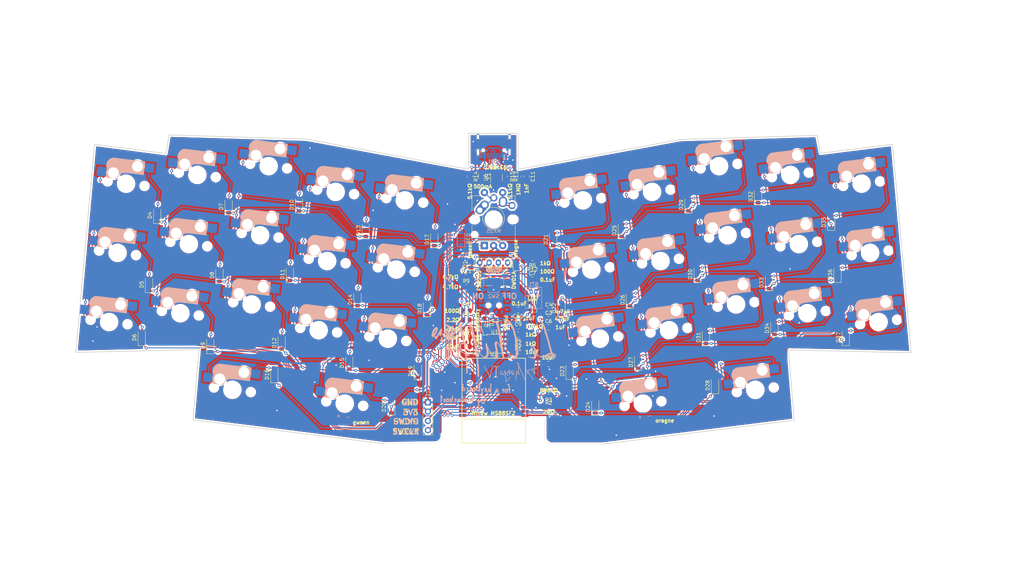
<source format=kicad_pcb>
(kicad_pcb (version 20211014) (generator pcbnew)
  (layers (0 "F.Cu" signal) (31 "B.Cu" signal) (34 "B.Paste" user) (35 "F.Paste" user) (36 "B.SilkS" user "B.Silkscreen") (37 "F.SilkS" user "F.Silkscreen") (38 "B.Mask" user) (39 "F.Mask" user) (44 "Edge.Cuts" user))
  (net 0 "")
  (net 1 "Net-(BT1-Pad2)")
  (net 2 "vbat")
  (net 3 "GND")
  (net 4 "vbus")
  (net 5 "+3V3")
  (net 6 "Net-(C7-Pad1)")
  (net 7 "Net-(C8-Pad1)")
  (net 8 "regbat")
  (net 9 "Earth")
  (net 10 "Net-(D1-Pad1)")
  (net 11 "Net-(D2-Pad1)")
  (net 12 "Net-(D3-Pad1)")
  (net 13 "Net-(D4-Pad2)")
  (net 14 "row0")
  (net 15 "Net-(D5-Pad2)")
  (net 16 "row1")
  (net 17 "Net-(D6-Pad2)")
  (net 18 "row2")
  (net 19 "Net-(D7-Pad2)")
  (net 20 "Net-(D8-Pad2)")
  (net 21 "Net-(D9-Pad2)")
  (net 22 "Net-(D10-Pad2)")
  (net 23 "Net-(D11-Pad2)")
  (net 24 "Net-(D12-Pad2)")
  (net 25 "Net-(D13-Pad2)")
  (net 26 "Net-(D14-Pad2)")
  (net 27 "Net-(D15-Pad2)")
  (net 28 "Net-(D16-Pad2)")
  (net 29 "row3")
  (net 30 "Net-(D17-Pad2)")
  (net 31 "Net-(D18-Pad2)")
  (net 32 "Net-(D19-Pad2)")
  (net 33 "Net-(D20-Pad2)")
  (net 34 "Net-(D21-Pad2)")
  (net 35 "Net-(D22-Pad2)")
  (net 36 "Net-(D23-Pad2)")
  (net 37 "Net-(D24-Pad2)")
  (net 38 "Net-(D25-Pad2)")
  (net 39 "Net-(D26-Pad2)")
  (net 40 "Net-(D27-Pad2)")
  (net 41 "Net-(D28-Pad2)")
  (net 42 "Net-(D29-Pad2)")
  (net 43 "Net-(D30-Pad2)")
  (net 44 "Net-(D31-Pad2)")
  (net 45 "Net-(D32-Pad2)")
  (net 46 "Net-(D33-Pad2)")
  (net 47 "Net-(D34-Pad2)")
  (net 48 "Net-(D35-Pad2)")
  (net 49 "Net-(D36-Pad2)")
  (net 50 "Net-(D37-Pad2)")
  (net 51 "encswrow")
  (net 52 "Net-(F1-Pad1)")
  (net 53 "swclk")
  (net 54 "swdio")
  (net 55 "col0")
  (net 56 "col1")
  (net 57 "col2")
  (net 58 "col3")
  (net 59 "col4")
  (net 60 "col5")
  (net 61 "col6")
  (net 62 "col7")
  (net 63 "col8")
  (net 64 "col9")
  (net 65 "scl")
  (net 66 "sda")
  (net 67 "Net-(Q1-Pad3)")
  (net 68 "Net-(R1-Pad2)")
  (net 69 "vsense")
  (net 70 "Net-(R4-Pad2)")
  (net 71 "Net-(R6-Pad2)")
  (net 72 "Net-(R10-Pad2)")
  (net 73 "reset")
  (net 74 "Net-(R12-Pad2)")
  (net 75 "encA")
  (net 76 "encB")
  (net 77 "d+")
  (net 78 "d-")
  (net 79 "Net-(U4-Pad4)")
  (net 80 "Net-(U4-Pad3)")
  (net 81 "Net-(U4-Pad1)")
  (net 82 "Net-(U5-Pad5)")
  (net 83 "Net-(U5-Pad2)")
  (net 84 "dbus+")
  (net 85 "dbus-")
  (net 86 "Net-(U1-Pad9)")
  (net 87 "cc2")
  (net 88 "cc1")
  (net 89 "Net-(USB1-Pad3)")
  (net 90 "Net-(USB1-Pad9)")
  (footprint "Capacitor_SMD:C_0805_2012Metric" (layer "F.Cu") (at 137.629425 112.943326)
    (fp_text reference "C1")
    (fp_text value "10uF")
  )
  (footprint "Capacitor_SMD:C_0805_2012Metric" (layer "F.Cu") (at 160.129425 117.693326)
    (fp_text reference "C2")
    (fp_text value "10uF")
  )
  (footprint "Capacitor_SMD:C_0805_2012Metric" (layer "F.Cu") (at 160.129425 105.443324)
    (fp_text reference "C3")
    (fp_text value "4.7uF")
  )
  (footprint "Capacitor_SMD:C_0805_2012Metric" (layer "F.Cu") (at 160.129423 103.193325)
    (fp_text reference "C4")
    (fp_text value "4.7uF")
  )
  (footprint "Capacitor_SMD:C_0805_2012Metric" (layer "F.Cu") (at 151.829426 114.193327)
    (fp_text reference "C5")
    (fp_text value "10uF")
  )
  (footprint "Capacitor_SMD:C_0805_2012Metric" (layer "F.Cu") (at 160.129422 107.693327)
    (fp_text reference "C6")
    (fp_text value "1uF")
  )
  (footprint "Capacitor_SMD:C_0805_2012Metric" (layer "F.Cu") (at 155.679422 94.693327)
    (fp_text reference "C7")
    (fp_text value "0.1uF")
  )
  (footprint "Capacitor_SMD:C_0805_2012Metric" (layer "F.Cu") (at 137.629425 110.443327)
    (fp_text reference "C8")
    (fp_text value "10uF")
  )
  (footprint "Capacitor_SMD:C_0805_2012Metric" (layer "F.Cu") (at 151.829425 105.193325 180)
    (fp_text reference "C9")
    (fp_text value "1uF")
  )
  (footprint "Capacitor_SMD:C_0805_2012Metric" (layer "F.Cu") (at 151.829425 102.943323 180)
    (fp_text reference "C10")
    (fp_text value "100nF")
  )
  (footprint "Capacitor_SMD:C_0805_2012Metric" (layer "F.Cu") (at 154.129425 66.443324 -90)
    (fp_text reference "C11")
    (fp_text value "1nF")
  )
  (footprint "Diode_SMD:D_0805_2012Metric" (layer "F.Cu") (at 138.879425 90.443326 90)
    (fp_text reference "D1")
    (fp_text value "gween")
  )
  (footprint "Diode_SMD:D_0805_2012Metric" (layer "F.Cu") (at 151.379425 90.505827 90)
    (fp_text reference "D2")
    (fp_text value "oragne")
  )
  (footprint "Diode_SMD:D_SOD-323_HandSoldering" (layer "F.Cu") (at 142.629425 106.443325 -90)
    (fp_text reference "D3")
    (fp_text value "D_Schottky_Small")
  )
  (footprint "Diode_SMD:D_SOD-123" (layer "F.Cu") (at 53.123163 77.058231 90)
    (fp_text reference "D4")
    (fp_text value "D_Small")
  )
  (footprint "Diode_SMD:D_SOD-123" (layer "F.Cu") (at 50.873164 95.958233 90)
    (fp_text reference "D5")
    (fp_text value "D_Small")
  )
  (footprint "Diode_SMD:D_SOD-123" (layer "F.Cu") (at 48.879425 110.443327 90)
    (fp_text reference "D6")
    (fp_text value "D_Small")
  )
  (footprint "Diode_SMD:D_SOD-123" (layer "F.Cu") (at 72.623162 74.708234 90)
    (fp_text reference "D7")
    (fp_text value "D_Small")
  )
  (footprint "Diode_SMD:D_SOD-123" (layer "F.Cu") (at 70.123164 93.458233 90)
    (fp_text reference "D8")
    (fp_text value "D_Small")
  )
  (footprint "Diode_SMD:D_SOD-123" (layer "F.Cu") (at 67.629427 112.693327 90)
    (fp_text reference "D9")
    (fp_text value "D_Small")
  )
  (footprint "Diode_SMD:D_SOD-123" (layer "F.Cu") (at 91.879425 74.193324 90)
    (fp_text reference "D10")
    (fp_text value "D_Small")
  )
  (footprint "Diode_SMD:D_SOD-123" (layer "F.Cu") (at 89.379425 93.193326 90)
    (fp_text reference "D11")
    (fp_text value "D_Small")
  )
  (footprint "Diode_SMD:D_SOD-123" (layer "F.Cu") (at 87.129426 111.943325 90)
    (fp_text reference "D12")
    (fp_text value "D_Small")
  )
  (footprint "Diode_SMD:D_SOD-123" (layer "F.Cu") (at 110.129423 81.193326 90)
    (fp_text reference "D13")
    (fp_text value "D_Small")
  )
  (footprint "Diode_SMD:D_SOD-123" (layer "F.Cu") (at 107.879425 100.093326 90)
    (fp_text reference "D14")
    (fp_text value "D_Small")
  )
  (footprint "Diode_SMD:D_SOD-123" (layer "F.Cu") (at 105.629422 117.443326 90)
    (fp_text reference "D15")
    (fp_text value "D_Small")
  )
  (footprint "Diode_SMD:D_SOD-123" (layer "F.Cu") (at 85.129423 120.593326 90)
    (fp_text reference "D16")
    (fp_text value "D_Small")
  )
  (footprint "Diode_SMD:D_SOD-123" (layer "F.Cu") (at 128.879425 83.693326 90)
    (fp_text reference "D17")
    (fp_text value "D_Small")
  )
  (footprint "Diode_SMD:D_SOD-123" (layer "F.Cu") (at 126.879426 102.593324 90)
    (fp_text reference "D18")
    (fp_text value "D_Small")
  )
  (footprint "Diode_SMD:D_SOD-123" (layer "F.Cu") (at 124.379424 119.693327 90)
    (fp_text reference "D19")
    (fp_text value "D_Small")
  )
  (footprint "Diode_SMD:D_SOD-123" (layer "F.Cu") (at 117.129427 129.443326 90)
    (fp_text reference "D20")
    (fp_text value "D_Small")
  )
  (footprint "Diode_SMD:D_SOD-123" (layer "F.Cu") (at 161.379425 83.693326 90)
    (fp_text reference "D21")
    (fp_text value "D_Small")
  )
  (footprint "Diode_SMD:D_SOD-123" (layer "F.Cu") (at 163.629424 102.443327 90)
    (fp_text reference "D22")
    (fp_text value "D_Small")
  )
  (footprint "Diode_SMD:D_SOD-123" (layer "F.Cu") (at 165.879427 119.693327 90)
    (fp_text reference "D23")
    (fp_text value "D_Small")
  )
  (footprint "Diode_SMD:D_SOD-123" (layer "F.Cu") (at 172.879426 129.443327 90)
    (fp_text reference "D24")
    (fp_text value "D_Small")
  )
  (footprint "Diode_SMD:D_SOD-123" (layer "F.Cu") (at 180.129425 81.193325 90)
    (fp_text reference "D25")
    (fp_text value "D_Small")
  )
  (footprint "Diode_SMD:D_SOD-123" (layer "F.Cu") (at 182.379425 100.193325 90)
    (fp_text reference "D26")
    (fp_text value "D_Small")
  )
  (footprint "Diode_SMD:D_SOD-123" (layer "F.Cu") (at 184.629425 117.193327 90)
    (fp_text reference "D27")
    (fp_text value "D_Small")
  )
  (footprint "Diode_SMD:D_SOD-123" (layer "F.Cu") (at 205.629425 123.593326 90)
    (fp_text reference "D28")
    (fp_text value "D_Small")
  )
  (footprint "Diode_SMD:D_SOD-123" (layer "F.Cu") (at 198.379425 74.193326 90)
    (fp_text reference "D29")
    (fp_text value "D_Small")
  )
  (footprint "Diode_SMD:D_SOD-123" (layer "F.Cu") (at 200.879424 93.193328 90)
    (fp_text reference "D30")
    (fp_text value "D_Small")
  )
  (footprint "Diode_SMD:D_SOD-123" (layer "F.Cu") (at 203.129425 110.443327 90)
    (fp_text reference "D31")
    (fp_text value "D_Small")
  )
  (footprint "Diode_SMD:D_SOD-123" (layer "F.Cu") (at 217.379427 71.943325 90)
    (fp_text reference "D32")
    (fp_text value "D_Small")
  )
  (footprint "Diode_SMD:D_SOD-123" (layer "F.Cu") (at 220.379423 95.443326 90)
    (fp_text reference "D33")
    (fp_text value "D_Small")
  )
  (footprint "Diode_SMD:D_SOD-123" (layer "F.Cu") (at 221.879425 107.943326 90)
    (fp_text reference "D34")
    (fp_text value "D_Small")
  )
  (footprint "Diode_SMD:D_SOD-123" (layer "F.Cu") (at 237.379425 78.943326 90)
    (fp_text reference "D35")
    (fp_text value "D_Small")
  )
  (footprint "Diode_SMD:D_SOD-123" (layer "F.Cu") (at 239.129425 93.193326 90)
    (fp_text reference "D36")
    (fp_text value "D_Small")
  )
  (footprint "Diode_SMD:D_SOD-123" (layer "F.Cu") (at 241.379427 110.443325 90)
    (fp_text reference "D37")
    (fp_text value "D_Small")
  )
  (footprint "Fuse:Fuse_1206_3216Metric" (layer "F.Cu") (at 141.879426 66.293326 -90)
    (fp_text reference "F1")
    (fp_text value "500mA")
  )
  (footprint "weteor:CherryMX_Hotswap" (layer "F.Cu") (at 44.600535 68.422368 -7)
    (fp_text reference "MX1" hide)
    (fp_text value "MX_LED" hide)
  )
  (footprint "weteor:CherryMX_Hotswap" (layer "F.Cu") (at 42.278922 87.330372 -7)
    (fp_text reference "MX2" hide)
    (fp_text value "MX_LED" hide)
  )
  (footprint "weteor:CherryMX_Hotswap" (layer "F.Cu") (at 39.957312 106.238375 -7)
    (fp_text reference "MX3" hide)
    (fp_text value "MX_LED" hide)
  )
  (footprint "weteor:CherryMX_Hotswap" (layer "F.Cu") (at 64.088637 66.019459 -7)
    (fp_text reference "MX4" hide)
    (fp_text value "MX_LED" hide)
  )
  (footprint "weteor:CherryMX_Hotswap" (layer "F.Cu") (at 61.767025 84.927459 -7)
    (fp_text reference "MX5" hide)
    (fp_text value "MX_LED" hide)
  )
  (footprint "weteor:CherryMX_Hotswap" (layer "F.Cu") (at 59.445413 103.835468 -7)
    (fp_text reference "MX6" hide)
    (fp_text value "MX_LED" hide)
  )
  (footprint "weteor:CherryMX_Hotswap" (layer "F.Cu") (at 83.576738 63.61655 -7)
    (fp_text reference "MX7" hide)
    (fp_text value "MX_LED" hide)
  )
  (footprint "weteor:CherryMX_Hotswap" (layer "F.Cu") (at 81.255127 82.524554 -7)
    (fp_text reference "MX8" hide)
    (fp_text value "MX_LED" hide)
  )
  (footprint "weteor:CherryMX_Hotswap" (layer "F.Cu") (at 78.933516 101.432559 -7)
    (fp_text reference "MX9" hide)
    (fp_text value "MX_LED" hide)
  )
  (footprint "weteor:CherryMX_Hotswap" (layer "F.Cu") (at 101.904642 70.662681 -7)
    (fp_text reference "MX10" hide)
    (fp_text value "MX_LED" hide)
  )
  (footprint "weteor:CherryMX_Hotswap" (layer "F.Cu") (at 99.583035 89.570684 -7)
    (fp_text reference "MX11" hide)
    (fp_text value "MX_LED" hide)
  )
  (footprint "weteor:CherryMX_Hotswap" (layer "F.Cu") (at 97.261422 108.478689 -7)
    (fp_text reference "MX12" hide)
    (fp_text value "MX_LED" hide)
  )
  (footprint "weteor:CherryMX_Hotswap" (layer "F.Cu") (at 73.669852 124.772551 -7)
    (fp_text reference "MX13" hide)
    (fp_text value "MX_LED" hide)
  )
  (footprint "weteor:CherryMX_Hotswap" (layer "F.Cu") (at 120.812649 72.984292 -7)
    (fp_text reference "MX14" hide)
    (fp_text value "MX_LED" hide)
  )
  (footprint "weteor:CherryMX_Hotswap" (layer "F.Cu") (at 118.491038 91.892294 -7)
    (fp_text reference "MX15" hide)
    (fp_text value "MX_LED" hide)
  )
  (footprint "weteor:CherryMX_Hotswap" (layer "F.Cu") (at 116.169429 110.8003 -7)
    (fp_text reference "MX16" hide)
    (fp_text value "MX_LED" hide)
  )
  (footprint "weteor:CherryMX_Hotswap" (layer "F.Cu") (at 104.394118 128.54502 -7)
    (fp_text reference "MX17" hide)
    (fp_text value "MX_LED" hide)
  )
  (footprint "weteor:CherryMX_Hotswap" (layer "F.Cu") (at 169.50544 72.981839 7)
    (fp_text reference "MX18" hide)
    (fp_text value "MX_LED" hide)
  )
  (footprint "weteor:CherryMX_Hotswap" (layer "F.Cu") (at 171.827051 91.889843 7)
    (fp_text reference "MX19" hide)
    (fp_text value "MX_LED" hide)
  )
  (footprint "weteor:CherryMX_Hotswap" (layer "F.Cu") (at 174.148663 110.797848 7)
    (fp_text reference "MX20" hide)
    (fp_text value "MX_LED" hide)
  )
  (footprint "weteor:CherryMX_Hotswap" (layer "F.Cu") (at 185.924275 128.545045 7)
    (fp_text reference "MX21" hide)
    (fp_text value "MX_LED" hide)
  )
  (footprint "weteor:CherryMX_Hotswap" (layer "F.Cu") (at 188.413445 70.660226 7)
    (fp_text reference "MX22" hide)
    (fp_text value "MX_LED" hide)
  )
  (footprint "weteor:CherryMX_Hotswap" (layer "F.Cu") (at 190.735056 89.568232 7)
    (fp_text reference "MX23" hide)
    (fp_text value "MX_LED" hide)
  )
  (footprint "weteor:CherryMX_Hotswap" (layer "F.Cu") (at 193.056667 108.476237 7)
    (fp_text reference "MX24" hide)
    (fp_text value "MX_LED" hide)
  )
  (footprint "weteor:CherryMX_Hotswap" (layer "F.Cu") (at 216.648541 124.77258 7)
    (fp_text reference "MX25" hide)
    (fp_text value "MX_LED" hide)
  )
  (footprint "weteor:CherryMX_Hotswap" (layer "F.Cu") (at 206.742569 63.624024 7)
    (fp_text reference "MX26" hide)
    (fp_text value "MX_LED" hide)
  )
  (footprint "weteor:CherryMX_Hotswap" (layer "F.Cu") (at 209.062655 82.519621 7)
    (fp_text reference "MX27" hide)
    (fp_text value "MX_LED" hide)
  )
  (footprint "weteor:CherryMX_Hotswap" (layer "F.Cu") (at 211.384267 101.427624 7)
    (fp_text reference "MX28" hide)
    (fp_text value "MX_LED" hide)
  )
  (footprint "weteor:CherryMX_Hotswap" (layer "F.Cu") (at 226.229454 66.017006 7)
    (fp_text reference "MX29" hide)
    (fp_text value "MX_LED" hide)
  )
  (footprint "weteor:CherryMX_Hotswap" (layer "F.Cu") (at 228.551065 84.925011 7)
    (fp_text reference "MX30" hide)
    (fp_text value "MX_LED" hide)
  )
  (footprint "weteor:CherryMX_Hotswap" (layer "F.Cu") (at 230.872676 103.833014 7)
    (fp_text reference "MX31" hide)
    (fp_text value "MX_LED" hide)
  )
  (footprint "weteor:CherryMX_Hotswap" (layer "F.Cu") (at 245.716335 68.409989 7)
    (fp_text reference "MX32" hide)
    (fp_text value "MX_LED" hide)
  )
  (footprint "weteor:CherryMX_Hotswap" (layer "F.Cu") (at 248.03947 87.3304 7)
    (fp_text reference "MX33" hide)
    (fp_text value "MX_LED" hide)
  )
  (footprint "weteor:CherryMX_Hotswap" (layer "F.Cu") (at 250.361083 106.238404 7)
    (fp_text reference "MX34" hide)
    (fp_text value "MX_LED" hide)
  )
  (footprint "Keebio-Parts:MX-Alps-Choc-1U-NoLED" (layer "F.Cu") (at 145.129425 78.193326)
    (fp_text reference "MX35")
    (fp_text value "MX_LED")
  )
  (footprint "kbd:OLED_1side" (layer "F.Cu") (at 148.929425 90.003325 180)
    (fp_text reference "OL1")
    (fp_text value "OLED" hide)
  )
  (footprint "Package_TO_SOT_SMD:SOT-23" (layer "F.Cu") (at 145.629427 106.693326 90)
    (fp_text reference "Q1")
    (fp_text value "AO3401A")
  )
  (footprint "Resistor_SMD:R_0805_2012Metric" (layer "F.Cu") (at 151.791925 111.943326 180)
    (fp_text reference "R1")
    (fp_text value "1k")
  )
  (footprint "Resistor_SMD:R_0805_2012Metric" (layer "F.Cu") (at 160.129425 126.693325 180)
    (fp_text reference "R2")
    (fp_text value "806k")
  )
  (footprint "Resistor_SMD:R_0805_2012Metric" (layer "F.Cu") (at 160.129427 129.193327)
    (fp_text reference "R3")
    (fp_text value "2M")
  )
  (footprint "Resistor_SMD:R_0805_2012Metric" (layer "F.Cu") (at 151.791925 109.693326 180)
    (fp_text reference "R4")
    (fp_text value "1k")
  )
  (footprint "Resistor_SMD:R_0805_2012Metric" (layer "F.Cu") (at 155.716925 92.443326)
    (fp_text reference "R5")
    (fp_text value "100")
  )
  (footprint "Resistor_SMD:R_0805_2012Metric" (layer "F.Cu") (at 137.629425 108.193326 180)
    (fp_text reference "R6")
    (fp_text value "1.8k")
  )
  (footprint "Resistor_SMD:R_0805_2012Metric" (layer "F.Cu") (at 151.791926 107.443326)
    (fp_text reference "R7")
    (fp_text value "100k")
  )
  (footprint "Resistor_SMD:R_0805_2012Metric" (layer "F.Cu") (at 137.629425 105.693326)
    (fp_text reference "R8")
    (fp_text value "2R2")
  )
  (footprint "Resistor_SMD:R_0805_2012Metric" (layer "F.Cu") (at 137.629426 96.693324)
    (fp_text reference "R9")
    (fp_text value "4.7k")
  )
  (footprint "Resistor_SMD:R_0805_2012Metric" (layer "F.Cu") (at 137.629425 103.193326)
    (fp_text reference "R10")
    (fp_text value "100")
  )
  (footprint "Resistor_SMD:R_0805_2012Metric" (layer "F.Cu") (at 137.629423 93.943326)
    (fp_text reference "R11")
    (fp_text value "4.7k")
  )
  (footprint "Resistor_SMD:R_0805_2012Metric" (layer "F.Cu") (at 155.716925 90.193326 180)
    (fp_text reference "R12")
    (fp_text value "1k")
  )
  (footprint "Resistor_SMD:R_0805_2012Metric" (layer "F.Cu") (at 149.629424 66.443325 -90)
    (fp_text reference "R13")
    (fp_text value "5.1k")
  )
  (footprint "Resistor_SMD:R_0805_2012Metric" (layer "F.Cu") (at 138.629425 66.443327 -90)
    (fp_text reference "R14")
    (fp_text value "5.1k")
  )
  (footprint "Resistor_SMD:R_0805_2012Metric" (layer "F.Cu") (at 151.879425 66.443324 90)
    (fp_text reference "R15")
    (fp_text value "1M")
  )
  (footprint "Keebio-Parts:RotaryEncoder_EC11-no-legs" (layer "F.Cu") (at 145.079424 77.843325 90)
    (fp_text reference "SW3")
    (fp_text value "Rotary_Encoder_Switch")
  )
  (footprint "ms88sf2_oreore:MINEW_MS88SF2" (layer "F.Cu") (at 145.129425 139.343327 180)
    (fp_text reference "U2")
    (fp_text value "MS88SF2")
  )
  (footprint "Package_TO_SOT_SMD:SOT-23" (layer "F.Cu") (at 156.129424 101.943328)
    (fp_text reference "U3" hide)
    (fp_text value "XC6206PxxxMR-Regulator_Linear")
  )
  (footprint "Package_TO_SOT_SMD:SOT-23-6" (layer "F.Cu") (at 148.129425 94.693325)
    (fp_text reference "U4")
    (fp_text value "DW01A")
  )
  (footprint "Package_TO_SOT_SMD:SOT-23-6" (layer "F.Cu") (at 143.879425 94.693325)
    (fp_text reference "U5")
    (fp_text value "FS8205")
  )
  (footprint "Package_TO_SOT_SMD:SOT-23-6" (layer "F.Cu") (at 145.879425 66.693326 90)
    (fp_text reference "U6")
    (fp_text value "USBLC6-2SC6")
  )
  (footprint "lib:TP4056_SOP-8-PP" (layer "F.Cu") (at 145.379425 112.193326)
    (fp_text reference "U1")
    (fp_text value "TP4056")
  )
  (footprint "Connector_PinHeader_2.54mm:PinHeader_1x04_P2.54mm_Vertical" (layer "F.Cu") (at 127.129425 128.193326)
    (fp_text reference "J2")
    (fp_text value "BL_CONN")
  )
  (footprint "Connector_Molex:Molex_PicoBlade_53048-0210_1x02_P1.25mm_Horizontal" (layer "B.Cu") (at 156.629425 97.943327 180)
    (fp_text reference "BT1")
    (fp_text value "Battery_Cell")
  )
  (footprint "Diode_SMD:D_SOD-123" (layer "B.Cu") (at 136.129427 83.443327 90)
    (fp_text reference "D38")
    (fp_text value "D_Small")
  )
  (footprint "other_parts:switch_MSK-12C02_smd" (layer "B.Cu") (at 145.129425 100.343325 -90)
    (fp_text reference "SW1")
    (fp_text value "ON_OFF")
  )
  (footprint "Button_Switch_SMD:SW_SPST_TL3342" (layer "B.Cu") (at 145.129422 95.453325)
    (fp_text reference "SW2")
    (fp_text value "SW_RESET")
  )
  (footprint "Keebio-Parts:HRO-TYPE-C-31-M-12-Assembly" (layer "B.Cu") (at 145.129424 53.023325)
    (fp_text reference "USB1")
    (fp_text value "HRO-TYPE-C-31-M-12")
  )
  (footprint "graphics:logo_big" (layer "B.Cu") (at 143.879426 135.693327 180)
    (fp_text reference "G***" hide)
    (fp_text value "LOGO" hide)
  )
  (footprint "graphics:mangoiv" (layer "B.Cu") (at 151.379424 123.443326 -90)
    (fp_text reference "G***" hide)
    (fp_text value "LOGO" hide)
  )
  (footprint "graphics:tomina" (layer "B.Cu") (at 139.129427 140.193326 180)
    (fp_text reference "G***" hide)
    (fp_text value "LOGO" hide)
  )
  (gr_line (start 129.079427 139.343326) (end 115.199385 139.522066) (layer "Edge.Cuts") (width 0.05))
  (gr_line (start 174.940185 139.623666) (end 161.079425 139.623664) (layer "Edge.Cuts") (width 0.05))
  (gr_line (start 115.199385 139.522066) (end 62.898243 133.001887) (layer "Edge.Cuts") (width 0.2))
  (gr_line (start 138.328625 54.663207) (end 151.798245 54.642886) (layer "Edge.Cuts") (width 0.2))
  (gr_line (start 254.160246 57.642627) (end 234.449845 60.103888) (layer "Edge.Cuts") (width 0.2))
  (gr_line (start 64.569565 113.743606) (end 30.868847 114.533547) (layer "Edge.Cuts") (width 0.2))
  (gr_line (start 93.949745 56.243084) (end 138.328625 64.493005) (layer "Edge.Cuts") (width 0.2))
  (gr_line (start 225.709703 113.873146) (end 259.268184 114.632607) (layer "Edge.Cuts") (width 0.2))
  (gr_line (start 234.449845 60.103888) (end 233.469406 55.201686) (layer "Edge.Cuts") (width 0.2))
  (gr_line (start 227.279425 133.093326) (end 225.709703 113.873146) (layer "Edge.Cuts") (width 0.2))
  (gr_line (start 55.509385 60.192785) (end 56.388225 55.092466) (layer "Edge.Cuts") (width 0.2))
  (gr_line (start 138.328625 64.493005) (end 138.328625 54.663207) (layer "Edge.Cuts") (width 0.2))
  (gr_line (start 62.898243 133.001887) (end 64.569565 113.743606) (layer "Edge.Cuts") (width 0.2))
  (gr_line (start 131.079425 132.343325) (end 131.079425 137.343326) (layer "Edge.Cuts") (width 0.05))
  (gr_line (start 151.798244 64.503166) (end 196.179665 56.342146) (layer "Edge.Cuts") (width 0.2))
  (gr_line (start 35.979323 57.642626) (end 30.868847 114.533547) (layer "Edge.Cuts") (width 0.2))
  (gr_line (start 254.160246 57.642627) (end 259.268184 114.632607) (layer "Edge.Cuts") (width 0.2))
  (gr_line (start 35.979323 57.642626) (end 55.509385 60.192785) (layer "Edge.Cuts") (width 0.2))
  (gr_arc (start 131.079425 137.343326) (mid 130.493639 138.757539) (end 129.079427 139.343326) (layer "Edge.Cuts") (width 0.05))
  (gr_line (start 159.079424 132.343326) (end 131.079425 132.343325) (layer "Edge.Cuts") (width 0.05))
  (gr_arc (start 161.079425 139.623664) (mid 159.665212 139.037879) (end 159.079424 137.623666) (layer "Edge.Cuts") (width 0.05))
  (gr_line (start 174.940185 139.623666) (end 227.279425 133.093326) (layer "Edge.Cuts") (width 0.2))
  (gr_line (start 56.388225 55.092466) (end 93.949745 56.243084) (layer "Edge.Cuts") (width 0.2))
  (gr_line (start 151.798244 64.503166) (end 151.798245 54.642886) (layer "Edge.Cuts") (width 0.2))
  (gr_line (start 233.469406 55.201686) (end 196.179665 56.342146) (layer "Edge.Cuts") (width 0.2))
  (gr_line (start 159.079424 137.623666) (end 159.079424 132.343326) (layer "Edge.Cuts") (width 0.05))
  (gr_text "SWCLK" (at 121.129425 136.193326) (layer "B.SilkS") (effects (font (size 1.5 1.5) (thickness 0.3)) (justify mirror)))
  (gr_text "SWDIO" (at 121.129424 133.443325) (layer "B.SilkS") (effects (font (size 1.5 1.5) (thickness 0.3)) (justify mirror)))
  (gr_text "3V3" (at 122.379425 130.943328) (layer "B.SilkS") (effects (font (size 1.5 1.5) (thickness 0.3)) (justify mirror)))
  (gr_text "GND" (at 119.879424 128.193325) (layer "B.SilkS") (effects (font (size 1.5 1.5) (thickness 0.3)) (justify right mirror)))
  (gr_text "-" (at 155.879425 98.943328) (layer "B.SilkS") (effects (font (size 1.5 1.5) (thickness 0.3)) (justify left mirror)))
  (gr_text "OFF" (at 151.629425 99.193327) (layer "B.SilkS") (effects (font (size 1.5 1.5) (thickness 0.3)) (justify left mirror)))
  (gr_text "RESET" (at 147.474663 91.943326) (layer "B.SilkS") (effects (font (size 1 1) (thickness 0.25)) (justify left mirror)))
  (gr_text "ON" (at 142.629425 99.193324) (layer "B.SilkS") (effects (font (size 1.5 1.5) (thickness 0.3)) (justify left mirror)))
  (gr_text "+" (at 158.379425 98.943326) (layer "B.SilkS") (effects (font (size 1.5 1.5) (thickness 0.3)) (justify left mirror)))
  (gr_text "2.2Ω" (at 135.879426 105.693325) (layer "F.SilkS") (effects (font (size 1 1) (thickness 0.25)) (justify right)))
  (gr_text "100kΩ" (at 153.629428 107.443326) (layer "F.SilkS") (effects (font (size 1 1) (thickness 0.25)) (justify left)))
  (gr_text "1kΩ" (at 153.629424 112.193326) (layer "F.SilkS") (effects (font (size 1 1) (thickness 0.25)) (justify left)))
  (gr_text "4.7kΩ" (at 135.629425 93.943326) (layer "F.SilkS") (effects (font (size 1 1) (thickness 0.25)) (justify right)))
  (gr_text "5.1kΩ" (at 138.629424 68.193325 90) (layer "F.SilkS") (effects (font (size 1 1) (thickness 0.25)) (justify right)))
  (gr_text "USBLC6" (at 145.879427 63.943326) (layer "F.SilkS") (effects (font (size 1 1) (thickness 0.25))))
  (gr_text "gween" (at 138.629424 86.443327 90) (layer "F.SilkS") (effects (font (size 1 1) (thickness 0.25))))
  (gr_text "gween" (at 108.879425 133.693325) (layer "F.SilkS") (effects (font (size 1 1) (thickness 0.25))))
  (gr_text "oragne" (at 191.879425 133.193326) (layer "F.SilkS") (effects (font (size 1 1) (thickness 0.25))))
  (gr_text "10uF" (at 135.879428 110.443326) (layer "F.SilkS") (effects (font (size 1 1) (thickness 0.25)) (justify right)))
  (gr_text "1uF" (at 164.879425 107.693326) (layer "F.SilkS") (effects (font (size 1 1) (thickness 0.25)) (justify right)))
  (gr_text "1uF" (at 153.629425 105.193326) (layer "F.SilkS") (effects (font (size 1 1) (thickness 0.25)) (justify left)))
  (gr_text "0.1uF" (at 149.879425 101.193326) (layer "F.SilkS") (effects (font (size 1 1) (thickness 0.25)) (justify left)))
  (gr_text "4.7uF" (at 166.129425 103.443326) (layer "F.SilkS") (effects (font (size 1 1) (thickness 0.25)) (justify right)))
  (gr_text "1nF" (at 154.129425 68.193326 90) (layer "F.SilkS") (effects (font (size 1 1) (thickness 0.25)) (justify right)))
  (gr_text "100Ω" (at 157.629425 92.443326) (layer "F.SilkS") (effects (font (size 1 1) (thickness 0.25)) (justify left)))
  (gr_text "4.7kΩ" (at 135.629425 96.693326) (layer "F.SilkS") (effects (font (size 1 1) (thickness 0.25)) (justify right)))
  (gr_text "10uF" (at 135.879427 112.943326) (layer "F.SilkS") (effects (font (size 1 1) (thickness 0.25)) (justify right)))
  (gr_text "2MΩ" (at 158.379425 130.943326) (layer "F.SilkS") (effects (font (size 1 1) (thickness 0.25)) (justify left)))
  (gr_text "LDO" (at 157.379425 99.693326) (layer "F.SilkS") (effects (font (size 1 1) (thickness 0.25)) (justify right)))
  (gr_text "PMOS" (at 148.379425 108.693328 -90) (layer "F.SilkS") (effects (font (size 1 1) (thickness 0.25)) (justify right)))
  (gr_text "DW01A" (at 150.629425 92.193327 90) (layer "F.SilkS") (effects (font (size 1 1) (thickness 0.25)) (justify right)))
  (gr_text "10uF" (at 162.129425 115.943327) (layer "F.SilkS") (effects (font (size 1 1) (thickness 0.25)) (justify right)))
  (gr_text "Minew MS88SF2" (at 151.129423 131.193325) (layer "F.SilkS") (effects (font (size 1 1) (thickness 0.25) italic) (justify right)))
  (gr_text "500mA" (at 142.129425 69.193326) (layer "F.SilkS") (effects (font (size 1 1) (thickness 0.25))))
  (gr_text "1kΩ" (at 157.629425 90.193326) (layer "F.SilkS") (effects (font (size 1 1) (thickness 0.25)) (justify left)))
  (gr_text "1MΩ" (at 151.879425 68.193326 90) (layer "F.SilkS") (effects (font (size 1 1) (thickness 0.25)) (justify right)))
  (gr_text "SWDIO" (at 121.129424 133.443325) (layer "F.SilkS") (effects (font (size 1.5 1.5) (thickness 0.3))))
  (gr_text "SWCLK" (at 121.129425 136.193326) (layer "F.SilkS") (effects (font (size 1.5 1.5) (thickness 0.3))))
  (gr_text "806kΩ" (at 157.629426 124.943326) (layer "F.SilkS") (effects (font (size 1 1) (thickness 0.25)) (justify left)))
  (gr_text "0.1uF" (at 157.629423 94.693326) (layer "F.SilkS") (effects (font (size 1 1) (thickness 0.25)) (justify left)))
  (gr_text "4.7uF" (at 166.129426 105.443323) (layer "F.SilkS") (effects (font (size 1 1) (thickness 0.25)) (justify right)))
  (gr_text "FS8205" (at 141.129426 91.943327 90) (layer "F.SilkS") (effects (font (size 1 1) (thickness 0.25)) (justify right)))
  (gr_text "10uF" (at 157.629425 114.443326) (layer "F.SilkS") (effects (font (size 1 1) (thickness 0.25)) (justify right)))
  (gr_text "3V3" (at 122.379425 130.943328) (layer "F.SilkS") (effects (font (size 1.5 1.5) (thickness 0.3))))
  (gr_text "1kΩ" (at 153.629427 109.693327) (layer "F.SilkS") (effects (font (size 1 1) (thickness 0.25)) (justify left)))
  (gr_text "100Ω" (at 135.879425 103.193326) (layer "F.SilkS") (effects (font (size 1 1) (thickness 0.25)) (justify right)))
  (gr_text "Schottky" (at 140.629423 102.443328 90) (layer "F.SilkS") (effects (font (size 1 1) (thickness 0.25)) (justify right)))
  (gr_text "GND" (at 124.629424 128.193327) (layer "F.SilkS") (effects (font (size 1.5 1.5) (thickness 0.3)) (justify right)))
  (gr_text "1.8kΩ" (at 135.879427 108.193327) (layer "F.SilkS") (effects (font (size 1 1) (thickness 0.25)) (justify right)))
  (gr_text "oragne" (at 151.129424 86.193326 90) (layer "F.SilkS") (effects (font (size 1 1) (thickness 0.25))))
  (gr_text "TP4056" (at 140.629425 109.443328 90) (layer "F.SilkS") (effects (font (size 1 1) (thickness 0.25)) (justify right)))
  (gr_text "5.1kΩ" (at 149.629425 68.193326 90) (layer "F.SilkS") (effects (font (size 1 1) (thickness 0.25)) (justify right)))
  (segment (start 143.559424 93.743323) (end 143.879427 94.063325) (width 0.25) (layer "F.Cu") (net 1))
  (segment (start 150.779424 96.293327) (end 152.254425 94.818324) (width 0.25) (layer "F.Cu") (net 1))
  (segment (start 144.189425 96.293328) (end 150.779424 96.293327) (width 0.25) (layer "F.Cu") (net 1))
  (segment (start 149.229427 93.743327) (end 151.179427 93.743326) (width 0.25) (layer "F.Cu") (net 1))
  (segment (start 151.179427 93.743326) (end 152.254425 94.818324) (width 0.25) (layer "F.Cu") (net 1))
  (segment (start 155.379425 97.943327) (end 155.379425 95.943328) (width 0.25) (layer "F.Cu") (net 1))
  (segment (start 152.254425 94.818324) (end 155.379425 97.943327) (width 0.25) (layer "F.Cu") (net 1))
  (segment (start 155.379425 95.943328) (end 156.629423 94.693327) (width 0.25) (layer "F.Cu") (net 1))
  (segment (start 143.879427 94.063325) (end 143.879425 95.983329) (width 0.25) (layer "F.Cu") (net 1))
  (segment (start 143.879425 95.983329) (end 144.189425 96.293328) (width 0.25) (layer "F.Cu") (net 1))
  (segment (start 142.779424 93.743324) (end 143.559424 93.743323) (width 0.25) (layer "F.Cu") (net 1))
  (segment (start 157.519935 93.333836) (end 156.629424 92.443327) (width 0.381) (layer "F.Cu") (net 2))
  (segment (start 157.519935 97.052816) (end 157.519935 93.333836) (width 0.381) (layer "F.Cu") (net 2))
  (segment (start 153.205102 112.968336) (end 157.129425 109.044015) (width 0.25) (layer "F.Cu") (net 2))
  (segment (start 150.784423 114.098326) (end 150.879426 114.193326) (width 0.25) (layer "F.Cu") (net 2))
  (segment (start 159.179425 103.193326) (end 159.179425 105.443329) (width 0.381) (layer "F.Cu") (net 2))
  (segment (start 157.129427 101.943326) (end 157.929427 101.943326) (width 0.381) (layer "F.Cu") (net 2))
  (segment (start 157.129425 109.044015) (end 157.129427 108.693326) (width 0.25) (layer "F.Cu") (net 2))
  (segment (start 156.629425 97.943327) (end 157.519935 97.052816) (width 0.381) (layer "F.Cu") (net 2))
  (segment (start 156.629423 101.443326) (end 157.129427 101.943326) (width 0.381) (layer "F.Cu") (net 2))
  (segment (start 148.079425 114.098326) (end 150.784423 114.098326) (width 0.25) (layer "F.Cu") (net 2))
  (segment (start 161.768464 126.693326) (end 162.507921 125.953871) (width 0.381) (layer "F.Cu") (net 2))
  (segment (start 152.104415 112.968334) (end 153.205102 112.968336) (width 0.25) (layer "F.Cu") (net 2))
  (segment (start 159.179425 105.443329) (end 159.179425 107.693325) (width 0.381) (layer "F.Cu") (net 2))
  (segment (start 150.879426 114.193326) (end 152.104415 112.968334) (width 0.25) (layer "F.Cu") (net 2))
  (segment (start 159.179425 105.443329) (end 157.879425 105.443325) (width 0.25) (layer "F.Cu") (net 2))
  (segment (start 157.929427 101.943326) (end 159.179425 103.193326) (width 0.381) (layer "F.Cu") (net 2))
  (segment (start 156.629425 97.943327) (end 156.629423 101.443326) (width 0.381) (layer "F.Cu") (net 2))
  (segment (start 161.041926 126.693326) (end 161.768464 126.693326) (width 0.381) (layer "F.Cu") (net 2))
  (via (at 157.129427 108.693326) (size 0.8) (drill 0.4) (layers "F.Cu" "B.Cu") (net 2))
  (via (at 162.507921 125.953871) (size 0.8) (drill 0.4) (layers "F.Cu" "B.Cu") (net 2))
  (via (at 157.879425 105.443325) (size 0.8) (drill 0.4) (layers "F.Cu" "B.Cu") (net 2))
  (segment (start 157.879425 107.943326) (end 157.879425 105.443325) (width 0.25) (layer "B.Cu") (net 2))
  (segment (start 157.129425 120.575374) (end 162.507921 125.953871) (width 0.381) (layer "B.Cu") (net 2))
  (segment (start 157.129427 108.693326) (end 157.129425 120.575374) (width 0.381) (layer "B.Cu") (net 2))
  (segment (start 157.129427 108.693326) (end 157.879425 107.943326) (width 0.25) (layer "B.Cu") (net 2))
  (segment (start 142.679425 110.288324) (end 141.579433 109.188335) (width 0.25) (layer "F.Cu") (net 3))
  (segment (start 156.422745 90.193326) (end 153.132244 86.902827) (width 0.381) (layer "F.Cu") (net 3))
  (segment (start 145.879427 67.793326) (end 145.879425 67.325998) (width 0.381) (layer "F.Cu") (net 3))
  (segment (start 161.079425 105.443324) (end 161.079425 103.193324) (width 0.381) (layer "F.Cu") (net 3))
  (segment (start 161.041925 129.193326) (end 163.460289 131.611692) (width 0.381) (layer "F.Cu") (net 3))
  (segment (start 153.629423 118.553326) (end 157.739427 118.553327) (width 0.381) (layer "F.Cu") (net 3))
  (segment (start 150.879426 102.943324) (end 152.829425 100.993328) (width 0.381) (layer "F.Cu") (net 3))
  (segment (start 161.079423 107.693326) (end 159.963915 108.808836) (width 0.381) (layer "F.Cu") (net 3))
  (segment (start 151.916925 65.493326) (end 151.879425 65.530825) (width 0.381) (layer "F.Cu") (net 3))
  (segment (start 163.460289 131.611692) (end 163.460291 131.862461) (width 0.381) (layer "F.Cu") (net 3))
  (segment (start 157.739427 118.553327) (end 158.379425 119.193324) (width 0.381) (layer "F.Cu") (net 3))
  (segment (start 150.879425 105.193326) (end 150.879425 105.618326) (width 0.381) (layer "F.Cu") (net 3))
  (segment (start 141.309426 90.003326) (end 145.079425 86.233325) (width 0.381) (layer "F.Cu") (net 3))
  (segment (start 152.779424 114.193328) (end 151.729415 115.243338) (width 0.25) (layer "F.Cu") (net 3))
  (segment (start 141.363178 95.138079) (end 141.868425 95.643326) (width 0.381) (layer "F.Cu") (net 3))
  (segment (start 141.309426 90.003326) (end 141.363178 90.057081) (width 0.381) (layer "F.Cu") (net 3))
  (segment (start 142.679424 112.828325) (end 141.679425 112.828326) (width 0.25) (layer "F.Cu") (net 3))
  (segment (start 150.879425 105.618326) (end 152.704427 107.443327) (width 0.381) (layer "F.Cu") (net 3))
  (segment (start 138.579425 110.443327) (end 138.579425 108.230826) (width 0.25) (layer "F.Cu") (net 3))
  (segment (start 145.879425 67.325998) (end 146.512097 66.693326) (width 0.381) (layer "F.Cu") (net 3))
  (segment (start 148.679426 100.993326) (end 145.129425 97.443326) (width 0.381) (layer "F.Cu") (net 3))
  (segment (start 156.129424 106.443326) (end 156.129425 101.993326) (width 0.381) (layer "F.Cu") (net 3))
  (segment (start 147.287327 66.693326) (end 147.748415 66.232236) (width 0.381) (layer "F.Cu") (net 3))
  (segment (start 137.441245 115.243336) (end 140.854435 115.243335) (width 0.25) (layer "F.Cu") (net 3))
  (segment (start 161.079423 107.693326) (end 161.079425 105.443324) (width 0.381) (layer "F.Cu") (net 3))
  (segment (start 138.579425 108.230826) (end 138.541926 108.193327) (width 0.25) (layer "F.Cu") (net 3))
  (segment (start 138.579425 112.943326) (end 137.529413 111.893316) (width 0.25) (layer "F.Cu") (net 3))
  (segment (start 138.579425 110.443327) (end 138.579425 112.943326) (width 0.25) (layer "F.Cu") (net 3))
  (segment (start 159.939425 131.753326) (end 160.379425 132.193325) (width 0.381) (layer "F.Cu") (net 3))
  (segment (start 150.379426 64.030827) (end 150.379424 61.943326) (width 0.381) (layer "F.Cu") (net 3))
  (segment (start 142.269422 106.468327) (end 149.604425 106.468327) (width 0.25) (layer "F.Cu") (net 3))
  (segment (start 162.315926 129.193325) (end 165.065916 126.443333) (width 0.381) (layer "F.Cu") (net 3))
  (segment (start 135.854415 112.230146) (end 135.854416 113.656506) (width 0.25) (layer "F.Cu") (net 3))
  (segment (start 139.294427 110.443326) (end 138.579425 110.443327) (width 0.25) (layer "F.Cu") (net 3))
  (segment (start 150.879426 102.943324) (end 150.879425 105.193326) (width 0.381) (layer "F.Cu") (net 3))
  (segment (start 153.629425 131.753327) (end 159.939425 131.753326) (width 0.381) (layer "F.Cu") (net 3))
  (segment (start 156.629424 90.193327) (end 156.422745 90.193326) (width 0.381) (layer "F.Cu") (net 3))
  (segment (start 158.379425 119.193324) (end 160.379423 119.193326) (width 0.381) (layer "F.Cu") (net 3))
  (segment (start 161.079425 117.693326) (end 161.079423 107.693326) (width 0.381) (layer "F.Cu") (net 3))
  (segment (start 156.629425 68.262508) (end 154.129424 65.762505) (width 0.381) (layer "F.Cu") (net 3))
  (segment (start 154.129424 65.762505) (end 154.129427 65.493327) (width 0.381) (layer "F.Cu") (net 3))
  (segment (start 135.854416 113.656506) (end 137.441245 115.243336) (width 0.25) (layer "F.Cu") (net 3))
  (segment (start 141.679425 112.828326) (end 139.294427 110.443326) (width 0.25) (layer "F.Cu") (net 3))
  (segment (start 141.579433 109.188335) (end 141.579434 107.158315) (width 0.25) (layer "F.Cu") (net 3))
  (segment (start 149.604425 106.468327) (end 150.879425 105.193326) (width 0.25) (layer "F.Cu") (net 3))
  (segment (start 141.363178 90.057081) (end 141.363178 95.138079) (width 0.381) (layer "F.Cu") (net 3))
  (segment (start 151.879425 65.530825) (end 150.379426 64.030827) (width 0.381) (layer "F.Cu") (net 3))
  (segment (start 136.191245 111.893316) (end 135.854415 112.230146) (width 0.25) (layer "F.Cu") (net 3))
  (segment (start 156.629424 90.193327) (end 156.629425 68.262508) (width 0.381) (layer "F.Cu") (net 3))
  (segment (start 158.163915 108.808836) (end 158.494934 108.808836) (width 0.25) (layer "F.Cu") (net 3))
  (segment (start 153.132244 86.902827) (end 146.638924 86.902825) (width 0.381) (layer "F.Cu") (net 3))
  (segment (start 147.748415 66.232236) (end 147.748413 62.443325) (width 0.381) (layer "F.Cu") (net 3))
  (segment (start 144.579426 97.443324) (end 145.129425 97.443326) (width 0.381) (layer "F.Cu") (net 3))
  (segment (start 160.379425 118.393324) (end 160.379423 119.193326) (width 0.381) (layer "F.Cu") (net 3))
  (segment (start 152.779424 114.193328) (end 158.163915 108.808836) (width 0.25) (layer "F.Cu") (net 3))
  (segment (start 161.041925 129.193326) (end 162.315926 129.193325) (width 0.381) (layer "F.Cu") (net 3))
  (segment (start 152.829425 100.993328) (end 148.679426 100.993326) (width 0.381) (layer "F.Cu") (net 3))
  (segment (start 146.638924 86.902825) (end 145.079426 85.343325) (width 0.381) (layer "F.Cu") (net 3))
  (segment (start 145.079425 86.233325) (end 145.079426 85.343325) (width 0.381) (layer "F.Cu") (net 3))
  (segment (start 159.963915 108.808836) (end 158.494934 108.808836) (width 0.381) (layer "F.Cu") (net 3))
  (segment (start 151.729415 115.243338) (end 140.854435 115.243335) (width 0.25) (layer "F.Cu") (net 3))
  (segment (start 141.868425 95.643326) (end 142.779425 95.643326) (width 0.381) (layer "F.Cu") (net 3))
  (segment (start 137.529413 111.893316) (end 136.191245 111.893316) (width 0.25) (layer "F.Cu") (net 3))
  (segment (start 141.579434 107.158315) (end 142.269422 106.468327) (width 0.25) (layer "F.Cu") (net 3))
  (segment (start 152.829425 100.993328) (end 155.129424 100.993326) (width 0.381) (layer "F.Cu") (net 3))
  (segment (start 161.079425 117.693326) (end 160.379425 118.393324) (width 0.381) (layer "F.Cu") (net 3))
  (segment (start 158.494934 108.808836) (end 156.129424 106.443326) (width 0.381) (layer "F.Cu") (net 3))
  (segment (start 146.512097 66.693326) (end 147.287327 66.693326) (width 0.381) (layer "F.Cu") (net 3))
  (segment (start 142.779425 95.643326) (end 144.579426 97.443324) (width 0.381) (layer "F.Cu") (net 3))
  (segment (start 156.129425 101.993326) (end 155.129424 100.993326) (width 0.381) (layer "F.Cu") (net 3))
  (segment (start 154.129427 65.493327) (end 151.916925 65.493326) (width 0.381) (layer "F.Cu") (net 3))
  (via (at 173.129425 98.193325) (size 0.8) (drill 0.4) (layers "F.Cu" "B.Cu") (net 3))
  (via (at 109.379425 133.943326) (size 0.8) (drill 0.4) (layers "F.Cu" "B.Cu") (net 3))
  (via (at 137.319424 89.373326) (size 0.8) (drill 0.4) (layers "F.Cu" "B.Cu") (net 3))
  (via (at 36.669426 107.573326) (size 0.8) (drill 0.4) (layers "F.Cu" "B.Cu") (net 3))
  (via (at 139.549425 56.893326) (size 0.8) (drill 0.4) (layers "F.Cu" "B.Cu") (net 3))
  (via (at 96.129427 122.693326) (size 0.8) (drill 0.4) (layers "F.Cu" "B.Cu") (net 3))
  (via (at 147.748413 62.443325) (size 0.8) (drill 0.4) (layers "F.Cu" "B.Cu") (net 3))
  (via (at 135.069426 94.863326) (size 0.8) (drill 0.4) (layers "F.Cu" "B.Cu") (net 3))
  (via (at 178.629427 137.193326) (size 0.8) (drill 0.4) (layers "F.Cu" "B.Cu") (net 3))
  (via (at 163.460291 131.862461) (size 0.8) (drill 0.4) (layers "F.Cu" "B.Cu") (net 3))
  (via (at 150.129425 129.943326) (size 0.8) (drill 0.4) (layers "F.Cu" "B.Cu") (net 3))
  (via (at 94.879426 58.693323) (size 0.8) (drill 0.4) (layers "F.Cu" "B.Cu") (net 3))
  (via (at 130.879425 124.943326) (size 0.8) (drill 0.4) (layers "F.Cu" "B.Cu") (net 3))
  (via (at 134.489425 79.553326) (size 0.8) (drill 0.4) (layers "F.Cu" "B.Cu") (net 3))
  (via (at 119.579425 136.873668) (size 0.8) (drill 0.4) (layers "F.Cu" "B.Cu") (net 3))
  (via (at 160.379423 119.193326) (size 0.8) (drill 0.4) (layers "F.Cu" "B.Cu") (net 3))
  (via (at 132.48518 73.971118) (size 0.8) (drill 0.4) (layers "F.Cu" "B.Cu") (net 3))
  (via (at 35.539426 111.453326) (size 0.8) (drill 0.4) (layers "F.Cu" "B.Cu") (net 3))
  (via (at 150.379424 61.943326) (size 0.8) (drill 0.4) (layers "F.Cu" "B.Cu") (net 3))
  (via (at 136.149425 86.463327) (size 0.8) (drill 0.4) (layers "F.Cu" "B.Cu") (net 3))
  (via (at 140.854435 115.243335) (size 0.8) (drill 0.4) (layers "F.Cu" "B.Cu") (net 3))
  (via (at 160.379425 132.193325) (size 0.8) (drill 0.4) (layers "F.Cu" "B.Cu") (net 3))
  (via (at 102.029425 118.043326) (size 0.8) (drill 0.4) (layers "F.Cu" "B.Cu") (net 3))
  (via (at 165.709426 112.573325) (size 0.8) (drill 0.4) (layers "F.Cu" "B.Cu") (net 3))
  (via (at 131.719425 119.953326) (size 0.8) (drill 0.4) (layers "F.Cu" "B.Cu") (net 3))
  (via (at 156.649425 129.653326) (size 0.8) (drill 0.4) (layers "F.Cu" "B.Cu") (net 3))
  (via (at 134.529425 122.823325) (size 0.8) (drill 0.4) (layers "F.Cu" "B.Cu") (net 3))
  (via (at 121.629426 130.693325) (size 0.8) (drill 0.4) (layers "F.Cu" "B.Cu") (net 3))
  (via (at 205.379424 131.943326) (size 0.8) (drill 0.4) (layers "F.Cu" "B.Cu") (net 3))
  (via (at 155.379423 113.693325) (size 0.8) (drill 0.4) (layers "F.Cu" "B.Cu") (net 3))
  (via (at 145.129425 97.443326) (size 0.8) (drill 0.4) (layers "F.Cu" "B.Cu") (net 3))
  (via (at 228.629424 106.443326) (size 0.8) (drill 0.4) (layers "F.Cu" "B.Cu") (net 3))
  (via (at 145.629425 121.193327) (size 0.8) (drill 0.4) (layers "F.Cu" "B.Cu") (net 3))
  (via (at 85.879425 130.443326) (size 0.8) (drill 0.4) (layers "F.Cu" "B.Cu") (net 3))
  (via (at 170.489425 121.843326) (size 0.8) (drill 0.4) (layers "F.Cu" "B.Cu") (net 3))
  (via (at 226.129425 91.693325) (size 0.8) (drill 0.4) (layers "F.Cu" "B.Cu") (net 3))
  (via (at 162.279425 121.613326) (size 0.8) (drill 0.4) (layers "F.Cu" "B.Cu") (net 3))
  (via (at 140.629425 73.003326) (size 0.8) (drill 0.4) (layers "F.Cu" "B.Cu") (net 3))
  (via (at 189.379424 119.693325) (size 0.8) (drill 0.4) (layers "F.Cu" "B.Cu") (net 3))
  (via (at 138.719424 120.413326) (size 0.8) (drill 0.4) (layers "F.Cu" "B.Cu") (net 3))
  (via (at 145.039425 70.153326) (size 0.8) (drill 0.4) (layers "F.Cu" "B.Cu") (net 3))
  (via (at 111.039426 116.723326) (size 0.8) (drill 0.4) (layers "F.Cu" "B.Cu") (net 3))
  (via (at 128.629425 107.193326) (size 0.8) (drill 0.4) (layers "F.Cu" "B.Cu") (net 3))
  (via (at 134.449424 106.123326) (size 0.8) (drill 0.4) (layers "F.Cu" "B.Cu") (net 3))
  (via (at 150.379424 124.943324) (size 0.8) (drill 0.4) (layers "F.Cu" "B.Cu") (net 3))
  (via (at 188.629427 126.443326) (size 0.8) (drill 0.4) (layers "F.Cu" "B.Cu") (net 3))
  (via (at 165.065916 126.443333) (size 0.8) (drill 0.4) (layers "F.Cu" "B.Cu") (net 3))
  (via (at 112.129424 75.693326) (size 0.8) (drill 0.4) (layers "F.Cu" "B.Cu") (net 3))
  (segment (start 140.879423 57.443326) (end 149.379425 57.443327) (width 0.381) (layer "B.Cu") (net 3))
  (segment (start 160.379425 121.756844) (end 160.379423 119.193326) (width 0.381) (layer "B.Cu") (net 3))
  (segment (start 148.354423 61.837316) (end 148.354425 60.718325) (width 0.381) (layer "B.Cu") (net 3))
  (segment (start 148.879935 61.243836) (end 148.354425 60.718325) (width 0.381) (layer "B.Cu") (net 3))
  (segment (start 145.129425 97.443326) (end 148.189425 97.443326) (width 0.381) (layer "B.Cu") (net 3))
  (segment (start 150.629424 60.432698) (end 150.12411 60.93801) (width 0.381) (layer "B.Cu") (net 3))
  (segment (start 139.629425 58.693326) (end 140.879423 57.443326) (width 0.381) (layer "B.Cu") (net 3))
  (segment (start 150.12411 60.93801) (end 149.818285 61.243836) (width 0.381) (layer "B.Cu") (net 3))
  (segment (start 127.129425 128.193326) (end 134.807753 128.193326) (width 0.381) (layer "B.Cu") (net 3))
  (segment (start 150.379424 61.943326) (end 150.379425 61.193325) (width 0.381) (layer "B.Cu") (net 3))
  (segment (start 150.629427 58.693324) (end 150.629424 60.432698) (width 0.381) (layer "B.Cu") (net 3))
  (segment (start 149.379425 57.443327) (end 150.629427 58.693324) (width 0.381) (layer "B.Cu") (net 3))
  (segment (start 150.379425 61.193325) (end 150.12411 60.93801) (width 0.381) (layer "B.Cu") (net 3))
  (segment (start 160.379425 132.193325) (end 163.129425 132.193326) (width 0.381) (layer "B.Cu") (net 3))
  (segment (start 145.039425 97.353327) (end 145.129425 97.443326) (width 0.381) (layer "B.Cu") (net 3))
  (segment (start 147.748413 62.443325) (end 148.354423 61.837316) (width 0.381) (layer "B.Cu") (net 3))
  (segment (start 139.629425 60.432697) (end 139.629425 58.693326) (width 0.381) (layer "B.Cu") (net 3))
  (segment (start 141.979426 97.353324) (end 145.039425 97.353327) (width 0.381) (layer "B.Cu") (net 3))
  (segment (start 140.854435 122.146644) (end 140.854435 115.243335) (width 0.381) (layer "B.Cu") (net 3))
  (segment (start 148.189425 97.443326) (end 148.279425 97.353324) (width 0.381) (layer "B.Cu") (net 3))
  (segment (start 149.818285 61.243836) (end 148.879935 61.243836) (width 0.381) (layer "B.Cu") (net 3))
  (segment (start 134.807753 128.193326) (end 140.854435 122.146644) (width 0.381) (layer "B.Cu") (net 3))
  (segment (start 163.129425 132.193326) (end 163.460291 131.862461) (width 0.381) (layer "B.Cu") (net 3))
  (segment (start 141.378915 61.243836) (end 140.440565 61.243836) (width 0.381) (layer "B.Cu") (net 3))
  (segment (start 141.904423 60.718326) (end 141.378915 61.243836) (width 0.381) (layer "B.Cu") (net 3))
  (segment (start 165.065916 126.443333) (end 160.379425 121.756844) (width 0.381) (layer "B.Cu") (net 3))
  (segment (start 140.440565 61.243836) (end 139.629425 60.432697) (width 0.381) (layer "B.Cu") (net 3))
  (segment (start 141.879425 67.693326) (end 132.379425 77.193326) (width 0.381) (layer "F.Cu") (net 4))
  (segment (start 138.879425 89.505826) (end 138.879426 88.443324) (width 0.381) (layer "F.Cu") (net 4))
  (segment (start 145.690425 66.693326) (end 142.879423 66.693327) (width 0.381) (layer "F.Cu") (net 4))
  (segment (start 148.379425 108.943326) (end 145.929425 108.943327) (width 0.381) (layer "F.Cu") (net 4))
  (segment (start 142.879423 66.693327) (end 141.879425 67.693326) (width 0.381) (layer "F.Cu") (net 4))
  (segment (start 145.929425 108.943327) (end 144.679424 107.693326) (width 0.381) (layer "F.Cu") (net 4))
  (segment (start 151.379425 89.568327) (end 151.379426 88.943326) (width 0.381) (layer "F.Cu") (net 4))
  (segment (start 149.379425 107.443326) (end 149.788924 107.852824) (width 0.381) (layer "F.Cu") (net 4))
  (segment (start 145.879426 66.504326) (end 145.690425 66.693326) (width 0.381) (layer "F.Cu") (net 4))
  (segment (start 132.379426 89.518307) (end 132.204403 89.693326) (width 0.381) (layer "F.Cu") (net 4))
  (segment (start 138.879426 88.443324) (end 138.379425 87.943329) (width 0.381) (layer "F.Cu") (net 4))
  (segment (start 140.229426 114.343325) (end 141.129426 113.443326) (width 0.381) (layer "F.Cu") (net 4))
  (segment (start 148.079425 109.243325) (end 148.788923 108.533827) (width 0.381) (layer "F.Cu") (net 4))
  (segment (start 148.079425 110.288325) (end 148.079425 109.243325) (width 0.381) (layer "F.Cu") (net 4))
  (segment (start 149.788924 107.852824) (end 149.788926 108.533826) (width 0.381) (layer "F.Cu") (net 4))
  (segment (start 142.679425 114.098325) (end 141.784424 114.098326) (width 0.381) (layer "F.Cu") (net 4))
  (segment (start 136.679424 112.943324) (end 138.079424 114.343325) (width 0.381) (layer "F.Cu") (net 4))
  (segment (start 132.379425 77.193326) (end 132.379426 89.518307) (width 0.381) (layer "F.Cu") (net 4))
  (segment (start 151.379426 88.943326) (end 150.129427 87.693327) (width 0.381) (layer "F.Cu") (net 4))
  (segment (start 142.629425 107.693326) (end 144.679424 107.693326) (width 0.381) (layer "F.Cu") (net 4))
  (segment (start 150.879425 107.443325) (end 149.788926 108.533826) (width 0.381) (layer "F.Cu") (net 4))
  (segment (start 148.788923 108.533827) (end 148.379425 108.943326) (width 0.381) (layer "F.Cu") (net 4))
  (segment (start 145.879423 65.593325) (end 145.879426 66.504326) (width 0.381) (layer "F.Cu") (net 4))
  (segment (start 141.784424 114.098326) (end 141.129426 113.443326) (width 0.381) (layer "F.Cu") (net 4))
  (segment (start 149.788926 108.533826) (end 148.788923 108.533827) (width 0.381) (layer "F.Cu") (net 4))
  (segment (start 138.079424 114.343325) (end 140.229426 114.343325) (width 0.381) (layer "F.Cu") (net 4))
  (via (at 150.129427 87.693327) (size 0.8) (drill 0.4) (layers "F.Cu" "B.Cu") (net 4))
  (via (at 132.204403 89.693326) (size 0.8) (drill 0.4) (layers "F.Cu" "B.Cu") (net 4))
  (via (at 138.379425 87.943329) (size 0.8) (drill 0.4) (layers "F.Cu" "B.Cu") (net 4))
  (via (at 149.379425 107.443326) (size 0.8) (drill 0.4) (layers "F.Cu" "B.Cu") (net 4))
  (via (at 141.129426 113.443326) (size 0.8) (drill 0.4) (layers "F.Cu" "B.Cu") (net 4))
  (segment (start 132.204403 89.693326) (end 132.204403 93.518304) (width 0.381) (layer "B.Cu") (net 4))
  (segment (start 138.319424 87.883325) (end 138.379425 87.943329) (width 0.381) (layer "B.Cu") (net 4))
  (segment (start 140.379424 103.693326) (end 141.106475 104.420375) (width 0.381) (layer "B.Cu") (net 4))
  (segment (start 132.204403 93.518304) (end 135.879424 97.193325) (width 0.381) (layer "B.Cu") (net 4))
  (segment (start 147.750936 105.814837) (end 149.379425 107.443326) (width 0.381) (layer "B.Cu") (net 4))
  (segment (start 141.106475 104.420375) (end 141.106476 113.420375) (width 0.381) (layer "B.Cu") (net 4))
  (segment (start 134.079425 87.883328) (end 138.319424 87.883325) (width 0.381) (layer "B.Cu") (net 4))
  (segment (start 140.379424 101.693326) (end 140.379424 103.693326) (width 0.381) (layer "B.Cu") (net 4))
  (segment (start 132.269424 89.693326) (end 132.204403 89.693326) (width 0.381) (layer "B.Cu") (net 4))
  (segment (start 135.879424 97.193325) (end 140.379424 101.693326) (width 0.381) (layer "B.Cu") (net 4))
  (segment (start 138.379425 87.943329) (end 138.779424 87.543327) (width 0.381) (layer "B.Cu") (net 4))
  (segment (start 134.079425 87.883328) (end 132.269424 89.693326) (width 0.381) (layer "B.Cu") (net 4))
  (segment (start 141.106476 113.420375) (end 141.129426 113.443326) (width 0.381) (layer "B.Cu") (net 4))
  (segment (start 138.779424 87.543327) (end 149.979426 87.543329) (width 0.381) (layer "B.Cu") (net 4))
  (segment (start 141.129427 104.443326) (end 142.500936 105.814837) (width 0.381) (layer "B.Cu") (net 4))
  (segment (start 149.979426 87.543329) (end 150.129427 87.693327) (width 0.381) (layer "B.Cu") (net 4))
  (segment (start 142.500936 105.814837) (end 147.750936 105.814837) (width 0.381) (layer "B.Cu") (net 4))
  (segment (start 153.629424 117.453328) (end 151.364414 117.453326) (width 0.381) (layer "F.Cu") (net 5))
  (segment (start 136.422505 100.400245) (end 136.422506 96.987745) (width 0.381) (layer "F.Cu") (net 5))
  (segment (start 153.629424 117.453328) (end 158.939428 117.453326) (width 0.381) (layer "F.Cu") (net 5))
  (segment (start 136.879426 93.780826) (end 136.716924 93.943326) (width 0.381) (layer "F.Cu") (net 5))
  (segment (start 136.422506 96.987745) (end 136.716925 96.693327) (width 0.381) (layer "F.Cu") (net 5))
  (segment (start 136.879425 92.193327) (end 136.879426 93.780826) (width 0.381) (layer "F.Cu") (net 5))
  (segment (start 136.716924 93.943326) (end 136.716925 96.693327) (width 0.381) (layer "F.Cu") (net 5))
  (segment (start 147.879425 107.693327) (end 146.579425 107.693326) (width 0.381) (layer "F.Cu") (net 5))
  (segment (start 151.364414 117.453326) (end 149.879424 115.968336) (width 0.381) (layer "F.Cu") (net 5))
  (segment (start 158.939428 117.453326) (end 159.179424 117.693326) (width 0.381) (layer "F.Cu") (net 5))
  (via (at 136.879425 92.193327) (size 0.8) (drill 0.4) (layers "F.Cu" "B.Cu") (net 5))
  (via (at 136.422505 100.400245) (size 0.8) (drill 0.4) (layers "F.Cu" "B.Cu") (net 5))
  (via (at 147.879425 107.693327) (size 0.8) (drill 0.4) (layers "F.Cu" "B.Cu") (net 5))
  (via (at 149.879424 115.968336) (size 0.8) (drill 0.4) (layers "F.Cu" "B.Cu") (net 5))
  (segment (start 128.734927 129.127825) (end 134.694928 129.127823) (width 0.381) (layer "B.Cu") (net 5))
  (segment (start 142.301435 91.551317) (end 141.227103 91.551317) (width 0.381) (layer "B.Cu") (net 5))
  (segment (start 136.422508 100.96593) (end 136.422505 100.400245) (width 0.381) (layer "B.Cu") (net 5))
  (segment (start 125.629426 129.233326) (end 125.629425 127.290424) (width 0.381) (layer "B.Cu") (net 5))
  (segment (start 141.227103 91.551317) (end 140.952114 91.276326) (width 0.381) (layer "B.Cu") (net 5))
  (segment (start 147.854413 115.968335) (end 149.879424 115.968336) (width 0.381) (layer "B.Cu") (net 5))
  (segment (start 127.869929 114.372768) (end 136.422506 105.820188) (width 0.381) (layer "B.Cu") (net 5))
  (segment (start 127.129426 130.733325) (end 128.734927 129.127825) (width 0.381) (layer "B.Cu") (net 5))
  (segment (start 147.879425 113.968336) (end 147.879425 107.693327) (width 0.381) (layer "B.Cu") (net 5))
  (segment (start 127.129426 130.733325) (end 125.629426 129.233326) (width 0.381) (layer "B.Cu") (net 5))
  (segment (start 127.869927 116.00311) (end 127.869929 114.372768) (width 0.381) (layer "B.Cu") (net 5))
  (segment (start 134.694928 129.127823) (end 147.854413 115.968335) (width 0.381) (layer "B.Cu") (net 5))
  (segment (start 126.879424 116.993612) (end 127.869927 116.00311) (width 0.381) (layer "B.Cu") (net 5))
  (segment (start 136.422506 105.820188) (end 136.422508 100.96593) (width 0.381) (layer "B.Cu") (net 5))
  (segment (start 143.849425 90.003326) (end 142.301435 91.551317) (width 0.381) (layer "B.Cu") (net 5))
  (segment (start 140.952114 91.276326) (end 137.796424 91.276326) (width 0.381) (layer "B.Cu") (net 5))
  (segment (start 125.629425 127.290424) (end 126.879425 126.040423) (width 0.381) (layer "B.Cu") (net 5))
  (segment (start 137.796424 91.276326) (end 136.879425 92.193327) (width 0.381) (layer "B.Cu") (net 5))
  (segment (start 149.879424 115.968336) (end 147.879425 113.968336) (width 0.381) (layer "B.Cu") (net 5))
  (segment (start 126.879425 126.040423) (end 126.879424 116.993612) (width 0.381) (layer "B.Cu") (net 5))
  (segment (start 148.739424 94.693323) (end 148.374424 94.328329) (width 0.25) (layer "F.Cu") (net 6))
  (segment (start 148.589424 92.943326) (end 152.979425 92.943328) (width 0.25) (layer "F.Cu") (net 6))
  (segment (start 154.154427 93.093323) (end 154.804425 92.443326) (width 0.25) (layer "F.Cu") (net 6))
  (segment (start 148.374424 94.328329) (end 148.374423 93.158327) (width 0.25) (layer "F.Cu") (net 6))
  (segment (start 148.374423 93.158327) (end 148.589424 92.943326) (width 0.25) (layer "F.Cu") (net 6))
  (segment (start 152.979425 92.943328) (end 153.129424 93.093325) (width 0.25) (layer "F.Cu") (net 6))
  (segment (start 153.129424 93.093325) (end 154.729426 94.693327) (width 0.25) (layer "F.Cu") (net 6))
  (segment (start 153.129424 93.093325) (end 154.154427 93.093323) (width 0.25) (layer "F.Cu") (net 6))
  (segment (start 149.229425 94.693326) (end 148.739424 94.693323) (width 0.25) (layer "F.Cu") (net 6))
  (segment (start 136.204425 105.693326) (end 135.379425 106.518326) (width 0.25) (layer "F.Cu") (net 7))
  (segment (start 135.379425 110.443327) (end 135.379425 115.553328) (width 0.25) (layer "F.Cu") (net 7))
  (segment (start 136.629425 116.803326) (end 136.629425 117.453326) (width 0.25) (layer "F.Cu") (net 7))
  (segment (start 136.679423 110.443325) (end 135.379425 110.443327) (width 0.25) (layer "F.Cu") (net 7))
  (segment (start 136.716925 105.693325) (end 136.204425 105.693326) (width 0.25) (layer "F.Cu") (net 7))
  (segment (start 135.379425 115.553328) (end 136.629425 116.803326) (width 0.25) (layer "F.Cu") (net 7))
  (segment (start 135.379425 106.518326) (end 135.379425 110.443327) (width 0.25) (layer "F.Cu") (net 7))
  (segment (start 155.129425 103.443326) (end 154.379426 104.193327) (width 0.381) (layer "F.Cu") (net 8))
  (segment (start 152.829425 102.893329) (end 152.779426 102.943323) (width 0.381) (layer "F.Cu") (net 8))
  (segment (start 155.129425 102.893327) (end 152.829425 102.893329) (width 0.381) (layer "F.Cu") (net 8))
  (segment (start 152.779426 102.943323) (end 152.779425 105.193324) (width 0.381) (layer "F.Cu") (net 8))
  (segment (start 155.129425 102.893327) (end 155.129425 103.443326) (width 0.381) (layer "F.Cu") (net 8))
  (via (at 154.379426 104.193327) (size 0.8) (drill 0.4) (layers "F.Cu" "B.Cu") (net 8))
  (segment (start 142.929425 103.543327) (end 142.929423 104.424326) (width 0.381) (layer "B.Cu") (net 8))
  (segment (start 143.738925 105.233828) (end 153.338924 105.233827) (width 0.381) (layer "B.Cu") (net 8))
  (segment (start 153.338924 105.233827) (end 154.379426 104.193327) (width 0.381) (layer "B.Cu") (net 8))
  (segment (start 142.929423 104.424326) (end 143.738925 105.233828) (width 0.381) (layer "B.Cu") (net 8))
  (segment (start 149.449425 55.623326) (end 140.809424 55.623326) (width 0.381) (layer "F.Cu") (net 9))
  (segment (start 140.129425 65.649146) (end 140.129425 60.483327) (width 0.381) (layer "F.Cu") (net 9))
  (segment (start 140.129425 60.483327) (end 140.809425 59.803325) (width 0.381) (layer "F.Cu") (net 9))
  (segment (start 154.129425 67.393324) (end 149.666925 67.393326) (width 0.381) (layer "F.Cu") (net 9))
  (segment (start 140.809424 55.623326) (end 140.809425 59.803325) (width 0.381) (layer "F.Cu") (net 9))
  (segment (start 149.449424 59.803325) (end 149.449425 55.623326) (width 0.381) (layer "F.Cu") (net 9))
  (segment (start 148.538915 60.713836) (end 149.449424 59.803325) (width 0.381) (layer "F.Cu") (net 9))
  (segment (start 149.629424 67.355826) (end 148.538917 66.265317) (width 0.381) (layer "F.Cu") (net 9))
  (segment (start 138.629425 67.355826) (end 138.629425 67.149147) (width 0.381) (layer "F.Cu") (net 9))
  (segment (start 138.629425 67.149147) (end 140.129425 65.649146) (width 0.381) (layer "F.Cu") (net 9))
  (segment (start 149.666925 67.393326) (end 149.629424 67.355826) (width 0.381) (layer "F.Cu") (net 9))
  (segment (start 148.538917 66.265317) (end 148.538915 60.713836) (width 0.381) (layer "F.Cu") (net 9))
  (segment (start 152.704426 111.943328) (end 155.943962 108.703792) (width 0.25) (layer "F.Cu") (net 10))
  (segment (start 138.879425 91.010174) (end 138.879425 91.380826) (width 0.25) (layer "F.Cu") (net 10))
  (segment (start 140.129425 88.443326) (end 140.129426 89.760176) (width 0.25) (layer "F.Cu") (net 10))
  (segment (start 155.943962 108.703792) (end 155.943962 107.444761) (width 0.25) (layer "F.Cu") (net 10))
  (segment (start 140.129426 89.760176) (end 138.879425 91.010174) (width 0.25) (layer "F.Cu") (net 10))
  (via (at 140.129425 88.443326) (size 0.8) (drill 0.4) (layers "F.Cu" "B.Cu") (net 10))
  (via (at 155.943962 107.444761) (size 0.8) (drill 0.4) (layers "F.Cu" "B.Cu") (net 10))
  (segment (start 153.604426 97.531919) (end 153.604426 90.595325) (width 0.25) (layer "B.Cu") (net 10))
  (segment (start 155.943961 99.871454) (end 153.604426 97.531919) (width 0.25) (layer "B.Cu") (net 10))
  (segment (start 153.604426 90.595325) (end 151.452428 88.443326) (width 0.25) (layer "B.Cu") (net 10))
  (segment (start 155.943962 107.444761) (end 155.943961 99.871454) (width 0.25) (layer "B.Cu") (net 10))
  (segment (start 151.452428 88.443326) (end 140.129425 88.443326) (width 0.25) (layer "B.Cu") (net 10))
  (segment (start 152.879424 90.943325) (end 151.879425 90.943326) (width 0.25) (layer "F.Cu") (net 11))
  (segment (start 152.704427 109.693327) (end 154.916922 107.480829) (width 0.25) (layer "F.Cu") (net 11))
  (segment (start 151.879425 90.943326) (end 151.379425 91.443329) (width 0.25) (layer "F.Cu") (net 11))
  (via (at 154.916922 107.480829) (size 0.8) (drill 0.4) (layers "F.Cu" "B.Cu") (net 11))
  (via (at 152.879424 90.943325) (size 0.8) (drill 0.4) (layers "F.Cu" "B.Cu") (net 11))
  (segment (start 155.316921 99.880821) (end 155.316921 107.080828) (width 0.25) (layer "B.Cu") (net 11))
  (segment (start 152.879427 97.443326) (end 155.316921 99.880821) (width 0.25) (layer "B.Cu") (net 11))
  (segment (start 155.316921 107.080828) (end 154.916922 107.480829) (width 0.25) (layer "B.Cu") (net 11))
  (segment (start 152.879424 90.943325) (end 152.879427 97.443326) (width 0.25) (layer "B.Cu") (net 11))
  (segment (start 142.129425 105.693327) (end 138.541925 105.693326) (width 0.25) (layer "F.Cu") (net 12))
  (segment (start 142.629424 105.193324) (end 142.129425 105.693327) (width 0.25) (layer "F.Cu") (net 12))
  (segment (start 53.123164 75.408234) (end 53.298263 73.982164) (width 0.25) (layer "F.Cu") (net 13))
  (via (at 53.298263 73.982164) (size 0.8) (drill 0.4) (layers "F.Cu" "B.Cu") (net 13))
  (segment (start 50.692309 66.745429) (end 51.018085 64.092194) (width 0.25) (layer "B.Cu") (net 13))
  (segment (start 53.298263 73.982164) (end 53.712222 70.610742) (width 0.25) (layer "B.Cu") (net 13))
  (segment (start 53.712222 70.610742) (end 50.692309 66.745429) (width 0.25) (layer "B.Cu") (net 13))
  (segment (start 237.508877 80.427634) (end 237.379425 80.593326) (width 0.25) (layer "F.Cu") (net 14))
  (segment (start 161.163825 120.868337) (end 164.379424 117.652739) (width 0.25) (layer "F.Cu") (net 14))
  (segment (start 164.379424 95.753576) (end 166.703118 114.678546) (width 0.25) (layer "F.Cu") (net 14))
  (segment (start 164.379425 86.743326) (end 162.979425 85.343325) (width 0.25) (layer "F.Cu") (net 14))
  (segment (start 164.379424 95.753576) (end 164.379425 86.743326) (width 0.25) (layer "F.Cu") (net 14))
  (segment (start 53.123163 78.708233) (end 54.39799 78.864761) (width 0.25) (layer "F.Cu") (net 14))
  (segment (start 181.479215 81.493536) (end 181.15267 81.533631) (width 0.25) (layer "F.Cu") (net 14))
  (segment (start 219.010338 73.593327) (end 217.600929 73.76638) (width 0.25) (layer "F.Cu") (net 14))
  (segment (start 166.703118 114.678546) (end 164.379424 117.652739) (width 0.25) (layer "F.Cu") (net 14))
  (segment (start 217.600929 73.76638) (end 217.379428 73.593325) (width 0.25) (layer "F.Cu") (net 14))
  (segment (start 199.587779 74.63497) (end 199.295454 74.670863) (width 0.25) (layer "F.Cu") (net 14))
  (segment (start 162.979425 85.343325) (end 161.596725 85.513098) (width 0.25) (layer "F.Cu") (net 14))
  (segment (start 181.15267 81.533631) (end 180.129426 82.843324) (width 0.25) (layer "F.Cu") (net 14))
  (segment (start 72.623163 76.358234) (end 73.754333 76.358235) (width 0.25) (layer "F.Cu") (net 14))
  (segment (start 130.115835 85.343326) (end 129.047347 85.212132) (width 0.25) (layer "F.Cu") (net 14))
  (segment (start 157.019425 124.053328) (end 160.204411 120.868338) (width 0.25) (layer "F.Cu") (net 14))
  (segment (start 199.295454 74.670863) (end 198.379426 75.843326) (width 0.25) (layer "F.Cu") (net 14))
  (segment (start 110.129422 82.843326) (end 108.747879 82.673695) (width 0.25) (layer "F.Cu") (net 14))
  (segment (start 237.379425 79.373326) (end 237.508877 80.427634) (width 0.25) (layer "F.Cu") (net 14))
  (segment (start 73.754333 76.358235) (end 73.897375 76.501278) (width 0.25) (layer "F.Cu") (net 14))
  (segment (start 129.047347 85.212132) (end 128.879424 85.343326) (width 0.25) (layer "F.Cu") (net 14))
  (segment (start 161.596725 85.513098) (end 161.379425 85.343326) (width 0.25) (layer "F.Cu") (net 14))
  (segment (start 160.204411 120.868338) (end 161.163825 120.868337) (width 0.25) (layer "F.Cu") (net 14))
  (segment (start 108.747879 82.673695) (end 108.53076 82.843326) (width 0.25) (layer "F.Cu") (net 14))
  (segment (start 91.879425 75.843325) (end 93.169426 75.843324) (width 0.25) (layer "F.Cu") (net 14))
  (segment (start 153.629425 124.053328) (end 157.019425 124.053328) (width 0.25) (layer "F.Cu") (net 14))
  (via (at 219.010338 73.593327) (size 0.8) (drill 0.4) (layers "F.Cu" "B.Cu") (net 14))
  (via (at 130.115835 85.343326) (size 0.8) (drill 0.4) (layers "F.Cu" "B.Cu") (net 14))
  (via (at 93.169426 75.843324) (size 0.8) (drill 0.4) (layers "F.Cu" "B.Cu") (net 14))
  (via (at 54.39799 78.864761) (size 0.8) (drill 0.4) (layers "F.Cu" "B.Cu") (net 14))
  (via (at 181.479215 81.493536) (size 0.8) (drill 0.4) (layers "F.Cu" "B.Cu") (net 14))
  (via (at 199.587779 74.63497) (size 0.8) (drill 0.4) (layers "F.Cu" "B.Cu") (net 14))
  (via (at 108.53076 82.843326) (size 0.8) (drill 0.4) (layers "F.Cu" "B.Cu") (net 14))
  (via (at 162.979425 85.343325) (size 0.8) (drill 0.4) (layers "F.Cu" "B.Cu") (net 14))
  (via (at 73.897375 76.501278) (size 0.8) (drill 0.4) (layers "F.Cu" "B.Cu") (net 14))
  (via (at 237.379425 79.373326) (size 0.8) (drill 0.4) (layers "F.Cu" "B.Cu") (net 14))
  (segment (start 169.979425 82.843326) (end 180.129427 82.843325) (width 0.25) (layer "B.Cu") (net 14))
  (segment (start 219.010338 73.593327) (end 217.379425 73.593325) (width 0.25) (layer "B.Cu") (net 14))
  (segment (start 91.879425 75.843326) (end 91.379631 75.343532) (width 0.25) (layer "B.Cu") (net 14))
  (segment (start 237.379425 79.373326) (end 231.599423 73.593327) (width 0.25) (layer "B.Cu") (net 14))
  (segment (start 124.279427 85.343326) (end 121.779426 82.843327) (width 0.25) (layer "B.Cu") (net 14))
  (segment (start 231.599423 73.593327) (end 219.010338 73.593327) (width 0.25) (layer "B.Cu") (net 14))
  (segment (start 54.39799 78.864761) (end 54.624831 78.892615) (width 0.25) (layer "B.Cu") (net 14))
  (segment (start 161.379427 85.343326) (end 162.979425 85.343325) (width 0.25) (layer "B.Cu") (net 14))
  (segment (start 72.623164 76.358234) (end 73.88254 76.512866) (width 0.25) (layer "B.Cu") (net 14))
  (segment (start 73.88254 76.512866) (end 73.897375 76.501278) (width 0.25) (layer "B.Cu") (net 14))
  (segment (start 121.779426 82.843327) (end 110.129425 82.843325) (width 0.25) (layer "B.Cu") (net 14))
  (segment (start 99.529425 75.843327) (end 93.169426 75.843324) (width 0.25) (layer "B.Cu") (net 14))
  (segment (start 159.669425 83.633326) (end 161.379427 85.343326) (width 0.25) (layer "B.Cu") (net 14))
  (segment (start 72.623164 76.358234) (end 59.872541 74.792654) (width 0.25) (layer "B.Cu") (net 14))
  (segment (start 187.129424 75.843328) (end 198.379424 75.843326) (width 0.25) (layer "B.Cu") (net 14))
  (segment (start 130.115835 85.343326) (end 132.140834 83.318328) (width 0.25) (layer "B.Cu") (net 14))
  (segment (start 93.169426 75.843324) (end 91.879425 75.843326) (width 0.25) (layer "B.Cu") (net 14))
  (segment (start 200.629425 73.593326) (end 217.379425 73.593325) (width 0.25) (layer "B.Cu") (net 14))
  (segment (start 180.129427 82.843325) (end 181.479215 81.493536) (width 0.25) (layer "B.Cu") (net 14))
  (segment (start 108.53076 82.843326) (end 106.529425 82.843328) (width 0.25) (layer "B.Cu") (net 14))
  (segment (start 132.190353 83.367847) (end 159.403946 83.367847) (width 0.25) (layer "B.Cu") (net 14))
  (segment (start 128.879425 85.343326) (end 130.115835 85.343326) (width 0.25) (layer "B.Cu") (net 14))
  (segment (start 181.479215 81.493536) (end 187.129424 75.843328) (width 0.25) (layer "B.Cu") (net 14))
  (segment (start 132.140834 83.318328) (end 132.190353 83.367847) (width 0.25) (layer "B.Cu") (net 14))
  (segment (start 91.379631 75.343532) (end 75.379219 75.343533) (width 0.25) (layer "B.Cu") (net 14))
  (segment (start 106.529425 82.843328) (end 99.529425 75.843327) (width 0.25) (layer "B.Cu") (net 14))
  (segment (start 159.403946 83.367847) (end 159.669425 83.633326) (width 0.25) (layer "B.Cu") (net 14))
  (segment (start 162.979425 85.343325) (end 167.479424 85.343325) (width 0.25) (layer "B.Cu") (net 14))
  (segment (start 128.879425 85.343326) (end 124.279427 85.343326) (width 0.25) (layer "B.Cu") (net 14))
  (segment (start 199.587779 74.63497) (end 200.629425 73.593326) (width 0.25) (layer "B.Cu") (net 14))
  (segment (start 73.897375 76.501278) (end 75.379219 75.343533) (width 0.25) (layer "B.Cu") (net 14))
  (segment (start 167.479424 85.343325) (end 169.979425 82.843326) (width 0.25) (layer "B.Cu") (net 14))
  (segment (start 54.624831 78.892615) (end 59.872541 74.792654) (width 0.25) (layer "B.Cu") (net 14))
  (segment (start 110.129425 82.843325) (end 108.53076 82.843326) (width 0.25) (layer "B.Cu") (net 14))
  (segment (start 198.379424 75.843326) (end 199.587779 74.63497) (width 0.25) (layer "B.Cu") (net 14))
  (segment (start 51.022018 93.095919) (end 50.873164 94.308234) (width 0.25) (layer "F.Cu") (net 15))
  (via (at 51.022018 93.095919) (size 0.8) (drill 0.4) (layers "F.Cu" "B.Cu") (net 15))
  (segment (start 51.452866 89.586942) (end 48.371916 85.643507) (width 0.25) (layer "B.Cu") (net 15))
  (segment (start 51.452866 89.586942) (end 51.022018 93.095919) (width 0.25) (layer "B.Cu") (net 15))
  (segment (start 48.371916 85.643507) (end 48.696474 83.000198) (width 0.25) (layer "B.Cu") (net 15))
  (segment (start 128.322031 103.116238) (end 126.879423 104.243325) (width 0.25) (layer "F.Cu") (net 16))
  (segment (start 89.379425 94.843326) (end 90.939426 94.843325) (width 0.25) (layer "F.Cu") (net 16))
  (segment (start 163.459651 104.310628) (end 163.629424 104.093327) (width 0.25) (layer "F.Cu") (net 16))
  (segment (start 221.408656 95.775968) (end 220.379424 97.093326) (width 0.25) (layer "F.Cu") (net 16))
  (segment (start 237.394971 94.843324) (end 238.893863 94.659284) (width 0.25) (layer "F.Cu") (net 16))
  (segment (start 160.977426 120.418326) (end 163.629425 117.766328) (width 0.25) (layer "F.Cu") (net 16))
  (segment (start 159.892614 120.418327) (end 160.977426 120.418326) (width 0.25) (layer "F.Cu") (net 16))
  (segment (start 128.349506 102.892462) (end 128.322031 103.116238) (width 0.25) (layer "F.Cu") (net 16))
  (segment (start 183.438899 100.487259) (end 182.379425 101.843325) (width 0.25) (layer "F.Cu") (net 16))
  (segment (start 183.777007 100.445746) (end 183.438899 100.487259) (width 0.25) (layer "F.Cu") (net 16))
  (segment (start 202.172011 93.550743) (end 201.859305 93.589138) (width 0.25) (layer "F.Cu") (net 16))
  (segment (start 221.737113 95.735638) (end 221.408656 95.775968) (width 0.25) (layer "F.Cu") (net 16))
  (segment (start 153.629425 122.953327) (end 157.357616 122.953325) (width 0.25) (layer "F.Cu") (net 16))
  (segment (start 163.629425 117.766328) (end 163.629424 105.693328) (width 0.25) (layer "F.Cu") (net 16))
  (segment (start 238.893863 94.659284) (end 239.129425 94.843326) (width 0.25) (layer "F.Cu") (net 16))
  (segment (start 108.069561 101.594774) (end 107.879424 101.743326) (width 0.25) (layer "F.Cu") (net 16))
  (segment (start 157.357616 122.953325) (end 159.892614 120.418327) (width 0.25) (layer "F.Cu") (net 16))
  (segment (start 70.123163 95.108233) (end 71.283931 95.108233) (width 0.25) (layer "F.Cu") (net 16))
  (segment (start 163.629424 105.693328) (end 163.459651 104.310628) (width 0.25) (layer "F.Cu") (net 16))
  (segment (start 50.873164 97.608233) (end 52.09455 97.758201) (width 0.25) (layer "F.Cu") (net 16))
  (segment (start 201.859305 93.589138) (end 200.879424 94.843328) (width 0.25) (layer "F.Cu") (net 16))
  (segment (start 109.279424 101.743327) (end 108.069561 101.594774) (width 0.25) (layer "F.Cu") (net 16))
  (segment (start 71.283931 95.108233) (end 71.446408 95.270709) (width 0.25) (layer "F.Cu") (net 16))
  (via (at 237.394971 94.843324) (size 0.8) (drill 0.4) (layers "F.Cu" "B.Cu") (net 16))
  (via (at 128.349506 102.892462) (size 0.8) (drill 0.4) (layers "F.Cu" "B.Cu") (net 16))
  (via (at 183.777007 100.445746) (size 0.8) (drill 0.4) (layers "F.Cu" "B.Cu") (net 16))
  (via (at 52.09455 97.758201) (size 0.8) (drill 0.4) (layers "F.Cu" "B.Cu") (net 16))
  (via (at 202.172011 93.550743) (size 0.8) (drill 0.4) (layers "F.Cu" "B.Cu") (net 16))
  (via (at 90.939426 94.843325) (size 0.8) (drill 0.4) (layers "F.Cu" "B.Cu") (net 16))
  (via (at 109.279424 101.743327) (size 0.8) (drill 0.4) (layers "F.Cu" "B.Cu") (net 16))
  (via (at 221.737113 95.735638) (size 0.8) (drill 0.4) (layers "F.Cu" "B.Cu") (net 16))
  (via (at 163.629424 105.693328) (size 0.8) (drill 0.4) (layers "F.Cu" "B.Cu") (net 16))
  (via (at 71.446408 95.270709) (size 0.8) (drill 0.4) (layers "F.Cu" "B.Cu") (net 16))
  (segment (start 52.09455 97.758201) (end 52.147277 97.764674) (width 0.25) (layer "B.Cu") (net 16))
  (segment (start 221.737113 95.735638) (end 220.379425 97.093326) (width 0.25) (layer "B.Cu") (net 16))
  (segment (start 163.629424 105.693328) (end 164.967005 103.981303) (width 0.25) (layer "B.Cu") (net 16))
  (segment (start 218.594424 96.258325) (end 218.594424 94.608327) (width 0.25) (layer "B.Cu") (net 16))
  (segment (start 222.629425 94.843326) (end 221.737113 95.735638) (width 0.25) (layer "B.Cu") (net 16))
  (segment (start 127.804426 103.318324) (end 128.349506 102.892462) (width 0.25) (layer "B.Cu") (net 16))
  (segment (start 90.939426 94.843325) (end 100.129424 94.843326) (width 0.25) (layer "B.Cu") (net 16))
  (segment (start 160.554566 85.659138) (end 158.454424 84.018326) (width 0.25) (layer "B.Cu") (net 16))
  (segment (start 200.879425 94.843326) (end 201.476151 94.246601) (width 0.25) (layer "B.Cu") (net 16))
  (segment (start 135.569426 84.018325) (end 130.849613 88.738137) (width 0.25) (layer "B.Cu") (net 16))
  (segment (start 129.192553 102.233801) (end 128.349506 102.892462) (width 0.25) (layer "B.Cu") (net 16))
  (segment (start 70.123163 95.108235) (end 71.446408 95.270709) (width 0.25) (layer "B.Cu") (net 16))
  (segment (start 130.849613 88.738137) (end 129.192553 102.233801) (width 0.25) (layer "B.Cu") (net 16))
  (segment (start 126.879425 104.243327) (end 127.804426 103.318324) (width 0.25) (layer "B.Cu") (net 16))
  (segment (start 109.279424 101.743327) (end 121.819425 101.743326) (width 0.25) (layer "B.Cu") (net 16))
  (segment (start 219.429425 97.093325) (end 218.594424 96.258325) (width 0.25) (layer "B.Cu") (net 16))
  (segment (start 163.629424 105.693328) (end 162.949202 105.161879) (width 0.25) (layer "B.Cu") (net 16))
  (segment (start 107.029424 101.743327) (end 109.279424 101.743327) (width 0.25) (layer "B.Cu") (net 16))
  (segment (start 72.721215 94.251535) (end 88.787636 94.251534) (width 0.25) (layer "B.Cu") (net 16))
  (segment (start 189.379424 94.843326) (end 200.879425 94.843326) (width 0.25) (layer "B.Cu") (net 16))
  (segment (start 121.819425 101.743326) (end 124.319425 104.243326) (width 0.25) (layer "B.Cu") (net 16))
  (segment (start 183.777007 100.445746) (end 189.379424 94.843326) (width 0.25) (layer "B.Cu") (net 16))
  (segment (start 201.476151 94.246601) (end 202.172011 93.550743) (width 0.25) (layer "B.Cu") (net 16))
  (segment (start 100.129424 94.843326) (end 107.029424 101.743327) (width 0.25) (layer "B.Cu") (net 16))
  (segment (start 89.379425 94.843325) (end 90.939426 94.843325) (width 0.25) (layer "B.Cu") (net 16))
  (segment (start 164.967005 103.981303) (end 182.379425 101.843327) (width 0.25) (layer "B.Cu") (net 16))
  (segment (start 70.123163 95.108235) (end 57.52695 93.561614) (width 0.25) (layer "B.Cu") (net 16))
  (segment (start 57.52695 93.561614) (end 52.147277 97.764674) (width 0.25) (layer "B.Cu") (net 16))
  (segment (start 71.446408 95.270709) (end 72.615212 94.357538) (width 0.25) (layer "B.Cu") (net 16))
  (segment (start 88.787636 94.251534) (end 89.379425 94.843325) (width 0.25) (layer "B.Cu") (net 16))
  (segment (start 216.689424 92.703325) (end 218.594424 94.608327) (width 0.25) (layer "B.Cu") (net 16))
  (segment (start 162.949202 105.161879) (end 160.554566 85.659138) (width 0.25) (layer "B.Cu") (net 16))
  (segment (start 72.615212 94.357538) (end 72.721215 94.251535) (width 0.25) (layer "B.Cu") (net 16))
  (segment (start 237.394971 94.843324) (end 222.629425 94.843326) (width 0.25) (layer "B.Cu") (net 16))
  (segment (start 202.172011 93.550743) (end 203.019425 92.703327) (width 0.25) (layer "B.Cu") (net 16))
  (segment (start 182.379425 101.843327) (end 183.777007 100.445746) (width 0.25) (layer "B.Cu") (net 16))
  (segment (start 124.319425 104.243326) (end 126.879425 104.243327) (width 0.25) (layer "B.Cu") (net 16))
  (segment (start 158.454424 84.018326) (end 135.569426 84.018325) (width 0.25) (layer "B.Cu") (net 16))
  (segment (start 220.379424 97.093327) (end 219.429425 97.093325) (width 0.25) (layer "B.Cu") (net 16))
  (segment (start 203.019425 92.703327) (end 216.689424 92.703325) (width 0.25) (layer "B.Cu") (net 16))
  (segment (start 49.023777 107.617678) (end 48.879426 108.793324) (width 0.25) (layer "F.Cu") (net 17))
  (via (at 49.023777 107.617678) (size 0.8) (drill 0.4) (layers "F.Cu" "B.Cu") (net 17))
  (segment (start 49.024503 107.611764) (end 49.023777 107.617678) (width 0.25) (layer "B.Cu") (net 17))
  (segment (start 46.12952 103.906355) (end 49.024503 107.611764) (width 0.25) (layer "B.Cu") (net 17))
  (segment (start 46.374862 101.9082) (end 46.12952 103.906355) (width 0.25) (layer "B.Cu") (net 17))
  (segment (start 203.330128 112.250133) (end 203.129426 112.093327) (width 0.25) (layer "F.Cu") (net 18))
  (segment (start 87.129426 113.593327) (end 88.284425 114.748326) (width 0.25) (layer "F.Cu") (net 18))
  (segment (start 123.238506 120.202406) (end 123.514518 120.236296) (width 0.25) (layer "F.Cu") (net 18))
  (segment (start 105.781655 119.288175) (end 105.629421 119.093326) (width 0.25) (layer "F.Cu") (net 18))
  (segment (start 166.635347 121.250511) (end 165.879427 121.343327) (width 0.25) (layer "F.Cu") (net 18))
  (segment (start 222.093706 109.760741) (end 221.879426 109.593326) (width 0.25) (layer "F.Cu") (net 18))
  (segment (start 139.629425 125.803327) (end 139.629426 126.468316) (width 0.25) (layer "F.Cu") (net 18))
  (segment (start 223.457185 109.593326) (end 222.093706 109.760741) (width 0.25) (layer "F.Cu") (net 18))
  (segment (start 123.514518 120.236296) (end 124.379424 121.343325) (width 0.25) (layer "F.Cu") (net 18))
  (segment (start 184.629425 118.843327) (end 184.94511 118.804566) (width 0.25) (layer "F.Cu") (net 18))
  (segment (start 167.308992 121.776821) (end 166.635347 121.250511) (width 0.25) (layer "F.Cu") (net 18))
  (segment (start 67.629427 114.343327) (end 69.729425 114.343326) (width 0.25) (layer "F.Cu") (net 18))
  (segment (start 184.94511 118.804566) (end 185.934336 117.538415) (width 0.25) (layer "F.Cu") (net 18))
  (segment (start 240.323872 111.268635) (end 241.379428 112.093325) (width 0.25) (layer "F.Cu") (net 18))
  (segment (start 87.129425 113.593325) (end 87.129426 113.593327) (width 0.25) (layer "F.Cu") (net 18))
  (segment (start 136.629423 124.053327) (end 137.879425 124.053325) (width 0.25) (layer "F.Cu") (net 18))
  (segment (start 50.100687 113.314589) (end 48.879425 112.093326) (width 0.25) (layer "F.Cu") (net 18))
  (segment (start 137.879425 124.053325) (end 139.629425 125.803327) (width 0.25) (layer "F.Cu") (net 18))
  (segment (start 107.405227 119.487524) (end 105.781655 119.288175) (width 0.25) (layer "F.Cu") (net 18))
  (segment (start 240.291559 111.005461) (end 240.323872 111.268635) (width 0.25) (layer "F.Cu") (net 18))
  (segment (start 204.607221 112.093325) (end 203.330128 112.250133) (width 0.25) (layer "F.Cu") (net 18))
  (segment (start 167.329438 121.943339) (end 167.308992 121.776821) (width 0.25) (layer "F.Cu") (net 18))
  (via (at 88.284425 114.748326) (size 0.8) (drill 0.4) (layers "F.Cu" "B.Cu") (net 18))
  (via (at 107.405227 119.487524) (size 0.8) (drill 0.4) (layers "F.Cu" "B.Cu") (net 18))
  (via (at 139.629426 126.468316) (size 0.8) (drill 0.4) (layers "F.Cu" "B.Cu") (net 18))
  (via (at 50.100687 113.314589) (size 0.8) (drill 0.4) (layers "F.Cu" "B.Cu") (net 18))
  (via (at 167.329438 121.943339) (size 0.8) (drill 0.4) (layers "F.Cu" "B.Cu") (net 18))
  (via (at 223.457185 109.593326) (size 0.8) (drill 0.4) (layers "F.Cu" "B.Cu") (net 18))
  (via (at 185.934336 117.538415) (size 0.8) (drill 0.4) (layers "F.Cu" "B.Cu") (net 18))
  (via (at 69.729425 114.343326) (size 0.8) (drill 0.4) (layers "F.Cu" "B.Cu") (net 18))
  (via (at 123.238506 120.202406) (size 0.8) (drill 0.4) (layers "F.Cu" "B.Cu") (net 18))
  (via (at 204.607221 112.093325) (size 0.8) (drill 0.4) (layers "F.Cu" "B.Cu") (net 18))
  (via (at 240.291559 111.005461) (size 0.8) (drill 0.4) (layers "F.Cu" "B.Cu") (net 18))
  (segment (start 87.129424 113.593325) (end 80.609426 113.593325) (width 0.25) (layer "B.Cu") (net 18))
  (segment (start 126.565424 131.908329) (end 127.914424 131.908327) (width 0.25) (layer "B.Cu") (net 18))
  (segment (start 154.265835 130.693326) (end 150.040827 126.468315) (width 0.25) (layer "B.Cu") (net 18))
  (segment (start 167.329438 121.943339) (end 167.329043 121.940125) (width 0.25) (layer "B.Cu") (net 18))
  (segment (start 167.329043 121.940125) (end 169.245202 119.487552) (width 0.25) (layer "B.Cu") (net 18))
  (segment (start 90.11387 116.577771) (end 88.284425 114.748326) (width 0.25) (layer "B.Cu") (net 18))
  (segment (start 162.925889 130.687451) (end 162.920012 130.693326) (width 0.25) (layer "B.Cu") (net 18))
  (segment (start 124.379424 121.343325) (end 124.913394 121.877296) (width 0.25) (layer "B.Cu") (net 18))
  (segment (start 107.405227 119.487524) (end 106.023626 119.487525) (width 0.25) (layer "B.Cu") (net 18))
  (segment (start 123.238506 120.202406) (end 122.523624 119.487527) (width 0.25) (layer "B.Cu") (net 18))
  (segment (start 66.418164 113.314587) (end 68.700686 113.314587) (width 0.25) (layer "B.Cu") (net 18))
  (segment (start 79.859425 114.343326) (end 80.609426 113.593325) (width 0.25) (layer "B.Cu") (net 18))
  (segment (start 184.629426 118.843326) (end 185.934336 117.538415) (width 0.25) (layer "B.Cu") (net 18))
  (segment (start 203.129424 112.093326) (end 204.607221 112.093325) (width 0.25) (layer "B.Cu") (net 18))
  (segment (start 219.379425 112.093326) (end 221.879426 109.593326) (width 0.25) (layer "B.Cu") (net 18))
  (segment (start 124.913393 130.256297) (end 126.565424 131.908329) (width 0.25) (layer "B.Cu") (net 18))
  (segment (start 204.607221 112.093325) (end 219.379425 112.093326) (width 0.25) (layer "B.Cu") (net 18))
  (segment (start 185.934336 117.538415) (end 191.379425 112.093326) (width 0.25) (layer "B.Cu") (net 18))
  (segment (start 221.879426 109.593326) (end 223.457185 109.593326) (width 0.25) (layer "B.Cu") (net 18))
  (segment (start 167.329435 129.262689) (end 165.904677 130.687452) (width 0.25) (layer "B.Cu") (net 18))
  (segment (start 138.431421 126.468317) (end 139.629426 126.468316) (width 0.25) (layer "B.Cu") (net 18))
  (segment (start 169.245202 119.487552) (end 183.985198 119.487551) (width 0.25) (layer "B.Cu") (net 18))
  (segment (start 130.179417 129.643334) (end 135.256402 129.643335) (width 0.25) (layer "B.Cu") (net 18))
  (segment (start 124.379424 121.343325) (end 123.238506 120.202406) (width 0.25) (layer "B.Cu") (net 18))
  (segment (start 127.914424 131.908327) (end 130.179417 129.643334) (width 0.25) (layer "B.Cu") (net 18))
  (segment (start 124.913394 121.877296) (end 124.913393 130.256297) (width 0.25) (layer "B.Cu") (net 18))
  (segment (start 135.256402 129.643335) (end 138.431421 126.468317) (width 0.25) (layer "B.Cu") (net 18))
  (segment (start 150.040827 126.468315) (end 139.629426 126.468316) (width 0.25) (layer "B.Cu") (net 18))
  (segment (start 88.284425 114.748326) (end 87.129424 113.593325) (width 0.25) (layer "B.Cu") (net 18))
  (segment (start 106.023626 119.487525) (end 105.629425 119.093325) (width 0.25) (layer "B.Cu") (net 18))
  (segment (start 165.904677 130.687452) (end 162.925889 130.687451) (width 0.25) (layer "B.Cu") (net 18))
  (segment (start 162.920012 130.693326) (end 154.265835 130.693326) (width 0.25) (layer "B.Cu") (net 18))
  (segment (start 68.700686 113.314587) (end 69.729425 114.343326) (width 0.25) (layer "B.Cu") (net 18))
  (segment (start 105.629425 119.093325) (end 103.113871 116.577771) (width 0.25) (layer "B.Cu") (net 18))
  (segment (start 223.457185 109.593326) (end 238.879425 109.593328) (width 0.25) (layer "B.Cu") (net 18))
  (segment (start 66.418164 113.314587) (end 50.100687 113.314589) (width 0.25) (layer "B.Cu") (net 18))
  (segment (start 69.729425 114.343326) (end 79.859425 114.343326) (width 0.25) (layer "B.Cu") (net 18))
  (segment (start 238.879425 109.593328) (end 240.291559 111.005461) (width 0.25) (layer "B.Cu") (net 18))
  (segment (start 122.523624 119.487527) (end 107.405227 119.487524) (width 0.25) (layer "B.Cu") (net 18))
  (segment (start 103.113871 116.577771) (end 90.11387 116.577771) (width 0.25) (layer "B.Cu") (net 18))
  (segment (start 191.379425 112.093326) (end 203.129424 112.093326) (width 0.25) (layer "B.Cu") (net 18))
  (segment (start 183.985198 119.487551) (end 184.629426 118.843326) (width 0.25) (layer "B.Cu") (net 18))
  (segment (start 167.329438 121.943339) (end 167.329435 129.262689) (width 0.25) (layer "B.Cu") (net 18))
  (segment (start 72.623164 73.058233) (end 72.798263 71.632164) (width 0.25) (layer "F.Cu") (net 19))
  (via (at 72.798263 71.632164) (size 0.8) (drill 0.4) (layers "F.Cu" "B.Cu") (net 19))
  (segment (start 70.168225 64.441775) (end 70.506189 61.689283) (width 0.25) (layer "B.Cu") (net 19))
  (segment (start 73.204033 68.327433) (end 70.168225 64.441775) (width 0.25) (layer "B.Cu") (net 19))
  (segment (start 72.798263 71.632164) (end 73.204033 68.327433) (width 0.25) (layer "B.Cu") (net 19))
  (segment (start 70.123164 91.808235) (end 70.291702 90.435603) (width 0.25) (layer "F.Cu") (net 20))
  (via (at 70.291702 90.435603) (size 0.8) (drill 0.4) (layers "F.Cu" "B.Cu") (net 20))
  (segment (start 70.696871 87.135766) (end 67.831988 83.468884) (width 0.25) (layer "B.Cu") (net 20))
  (segment (start 70.291702 90.435603) (end 70.696871 87.135766) (width 0.25) (layer "B.Cu") (net 20))
  (segment (start 67.831988 83.468884) (end 68.184576 80.597287) (width 0.25) (layer "B.Cu") (net 20))
  (segment (start 67.629426 111.043326) (end 67.800023 109.653924) (width 0.25) (layer "F.Cu") (net 21))
  (via (at 67.800023 109.653924) (size 0.8) (drill 0.4) (layers "F.Cu" "B.Cu") (net 21))
  (segment (start 67.800023 109.653924) (end 68.345307 105.212943) (width 0.25) (layer "B.Cu") (net 21))
  (segment (start 65.594468 101.692032) (end 65.862964 99.505295) (width 0.25) (layer "B.Cu") (net 21))
  (segment (start 68.345307 105.212943) (end 65.594468 101.692032) (width 0.25) (layer "B.Cu") (net 21))
  (segment (start 91.879426 72.543324) (end 92.056584 71.100485) (width 0.25) (layer "F.Cu") (net 22))
  (via (at 92.056584 71.100485) (size 0.8) (drill 0.4) (layers "F.Cu" "B.Cu") (net 22))
  (segment (start 92.056584 71.100485) (end 92.651898 66.25204) (width 0.25) (layer "B.Cu") (net 22))
  (segment (start 92.651898 66.25204) (end 89.616109 62.366405) (width 0.25) (layer "B.Cu") (net 22))
  (segment (start 89.616109 62.366405) (end 89.994289 59.286377) (width 0.25) (layer "B.Cu") (net 22))
  (segment (start 89.379425 91.543326) (end 89.577362 89.931262) (width 0.25) (layer "F.Cu") (net 23))
  (via (at 89.577362 89.931262) (size 0.8) (drill 0.4) (layers "F.Cu" "B.Cu") (net 23))
  (segment (start 90.209044 84.786636) (end 87.317653 81.085826) (width 0.25) (layer "B.Cu") (net 23))
  (segment (start 89.577362 89.931262) (end 90.209044 84.786636) (width 0.25) (layer "B.Cu") (net 23))
  (segment (start 87.317653 81.085826) (end 87.672678 78.194381) (width 0.25) (layer "B.Cu") (net 23))
  (segment (start 87.129426 110.293325) (end 87.309864 108.823766) (width 0.25) (layer "F.Cu") (net 24))
  (via (at 87.309864 108.823766) (size 0.8) (drill 0.4) (layers "F.Cu" "B.Cu") (net 24))
  (segment (start 87.309864 108.823766) (end 87.911834 103.921124) (width 0.25) (layer "B.Cu") (net 24))
  (segment (start 84.975325 100.162563) (end 85.351066 97.102385) (width 0.25) (layer "B.Cu") (net 24))
  (segment (start 87.911834 103.921124) (end 84.975325 100.162563) (width 0.25) (layer "B.Cu") (net 24))
  (segment (start 110.129424 79.543327) (end 110.293459 78.20736) (width 0.25) (layer "F.Cu") (net 25))
  (via (at 110.293459 78.20736) (size 0.8) (drill 0.4) (layers "F.Cu" "B.Cu") (net 25))
  (segment (start 110.293459 78.20736) (end 110.947801 72.878191) (width 0.25) (layer "B.Cu") (net 25))
  (segment (start 110.947801 72.878191) (end 107.984231 69.084993) (width 0.25) (layer "B.Cu") (net 25))
  (segment (start 107.984231 69.084993) (end 108.322193 66.332507) (width 0.25) (layer "B.Cu") (net 25))
  (segment (start 107.879424 98.443326) (end 108.078454 96.822355) (width 0.25) (layer "F.Cu") (net 26))
  (via (at 108.078454 96.822355) (size 0.8) (drill 0.4) (layers "F.Cu" "B.Cu") (net 26))
  (segment (start 108.638478 92.261336) (end 105.613874 88.390019) (width 0.25) (layer "B.Cu") (net 26))
  (segment (start 108.078454 96.822355) (end 108.638478 92.261336) (width 0.25) (layer "B.Cu") (net 26))
  (segment (start 105.613874 88.390019) (end 106.000585 85.240509) (width 0.25) (layer "B.Cu") (net 26))
  (segment (start 105.629424 115.793326) (end 105.805479 114.359461) (width 0.25) (layer "F.Cu") (net 27))
  (via (at 105.805479 114.359461) (size 0.8) (drill 0.4) (layers "F.Cu" "B.Cu") (net 27))
  (segment (start 106.297523 110.352094) (end 103.376352 106.613167) (width 0.25) (layer "B.Cu") (net 27))
  (segment (start 105.805479 114.359461) (end 106.297523 110.352094) (width 0.25) (layer "B.Cu") (net 27))
  (segment (start 103.376352 106.613167) (end 103.678973 104.148516) (width 0.25) (layer "B.Cu") (net 27))
  (segment (start 85.129426 118.943327) (end 83.713888 118.769521) (width 0.25) (layer "F.Cu") (net 28))
  (via (at 83.713888 118.769521) (size 0.8) (drill 0.4) (layers "F.Cu" "B.Cu") (net 28))
  (segment (start 80.279562 118.877368) (end 80.087403 120.442376) (width 0.25) (layer "B.Cu") (net 28))
  (segment (start 83.713888 118.769521) (end 80.86528 118.419755) (width 0.25) (layer "B.Cu") (net 28))
  (segment (start 80.86528 118.419755) (end 80.279562 118.877368) (width 0.25) (layer "B.Cu") (net 28))
  (segment (start 136.629427 127.353325) (end 138.274499 127.353326) (width 0.25) (layer "F.Cu") (net 29))
  (segment (start 117.129427 129.443326) (end 116.954346 130.869236) (width 0.25) (layer "F.Cu") (net 29))
  (segment (start 136.629427 127.353325) (end 130.789426 127.353326) (width 0.25) (layer "F.Cu") (net 29))
  (segment (start 130.789426 127.353326) (end 128.188394 124.752295) (width 0.25) (layer "F.Cu") (net 29))
  (segment (start 116.954346 130.869236) (end 117.129425 131.093327) (width 0.25) (layer "F.Cu") (net 29))
  (segment (start 174.499188 131.093325) (end 173.099409 131.265196) (width 0.25) (layer "F.Cu") (net 29))
  (segment (start 127.079425 115.623668) (end 127.07943 115.623665) (width 0.25) (layer "F.Cu") (net 29))
  (segment (start 85.129425 122.243326) (end 86.412116 123.526018) (width 0.25) (layer "F.Cu") (net 29))
  (segment (start 173.099409 131.265196) (end 172.879426 131.093327) (width 0.25) (layer "F.Cu") (net 29))
  (segment (start 138.274499 127.353326) (end 138.563194 127.642021) (width 0.25) (layer "F.Cu") (net 29))
  (segment (start 127.079426 119.493326) (end 127.079427 123.643327) (width 0.25) (layer "F.Cu") (net 29))
  (segment (start 125.970461 124.752293) (end 127.079427 123.643327) (width 0.25) (layer "F.Cu") (net 29))
  (segment (start 124.188393 124.752293) (end 125.970461 124.752293) (width 0.25) (layer "F.Cu") (net 29))
  (segment (start 204.354128 126.518625) (end 205.629427 125.243325) (width 0.25) (layer "F.Cu") (net 29))
  (segment (start 127.079427 123.643327) (end 128.188394 124.752295) (width 0.25) (layer "F.Cu") (net 29))
  (segment (start 127.079426 119.493326) (end 127.079425 115.623668) (width 0.25) (layer "F.Cu") (net 29))
  (via (at 124.188393 124.752293) (size 0.8) (drill 0.4) (layers "F.Cu" "B.Cu") (net 29))
  (via (at 117.129427 129.443326) (size 0.8) (drill 0.4) (layers "F.Cu" "B.Cu") (net 29))
  (via (at 204.354128 126.518625) (size 0.8) (drill 0.4) (layers "F.Cu" "B.Cu") (net 29))
  (via (at 127.07943 115.623665) (size 0.8) (drill 0.4) (layers "F.Cu" "B.Cu") (net 29))
  (via (at 86.412116 123.526018) (size 0.8) (drill 0.4) (layers "F.Cu" "B.Cu") (net 29))
  (via (at 138.563194 127.642021) (size 0.8) (drill 0.4) (layers "F.Cu" "B.Cu") (net 29))
  (via (at 174.499188 131.093325) (size 0.8) (drill 0.4) (layers "F.Cu" "B.Cu") (net 29))
  (segment (start 163.106411 131.143337) (end 154.079437 131.143335) (width 0.25) (layer "B.Cu") (net 29))
  (segment (start 98.014517 135.128418) (end 113.094332 135.128418) (width 0.25) (layer "B.Cu") (net 29))
  (segment (start 171.985291 131.13746) (end 163.112289 131.13746) (width 0.25) (layer "B.Cu") (net 29))
  (segment (start 154.079437 131.143335) (end 150.129427 127.193327) (width 0.25) (layer "B.Cu") (net 29))
  (segment (start 135.279426 85.093327) (end 131.479402 88.893348) (width 0.25) (layer "B.Cu") (net 29))
  (segment (start 131.479402 109.657999) (end 127.079429 114.057971) (width 0.25) (layer "B.Cu") (net 29))
  (segment (start 172.029425 131.093326) (end 171.985291 131.13746) (width 0.25) (layer "B.Cu") (net 29))
  (segment (start 172.879423 131.093325) (end 172.029425 131.093326) (width 0.25) (layer "B.Cu") (net 29))
  (segment (start 136.129425 85.093326) (end 135.279426 85.093327) (width 0.25) (layer "B.Cu") (net 29))
  (segment (start 199.779427 131.093327) (end 204.354128 126.518625) (width 0.25) (layer "B.Cu") (net 29))
  (segment (start 86.412116 123.526018) (end 98.014517 135.128418) (width 0.25) (layer "B.Cu") (net 29))
  (segment (start 139.01189 127.193326) (end 138.563194 127.642021) (width 0.25) (layer "B.Cu") (net 29))
  (segment (start 131.479402 88.893348) (end 131.479402 109.657999) (width 0.25) (layer "B.Cu") (net 29))
  (segment (start 163.112289 131.13746) (end 163.106411 131.143337) (width 0.25) (layer "B.Cu") (net 29))
  (segment (start 113.094332 135.128418) (end 117.129423 131.093326) (width 0.25) (layer "B.Cu") (net 29))
  (segment (start 127.079429 114.057971) (end 127.07943 115.623665) (width 0.25) (layer "B.Cu") (net 29))
  (segment (start 121.820459 124.752293) (end 117.129427 129.443326) (width 0.25) (layer "B.Cu") (net 29))
  (segment (start 150.129427 127.193327) (end 139.01189 127.193326) (width 0.25) (layer "B.Cu") (net 29))
  (segment (start 124.188393 124.752293) (end 121.820459 124.752293) (width 0.25) (layer "B.Cu") (net 29))
  (segment (start 174.499188 131.093325) (end 199.779427 131.093327) (width 0.25) (layer "B.Cu") (net 29))
  (segment (start 117.129427 129.443326) (end 117.129423 131.093326) (width 0.25) (layer "B.Cu") (net 29))
  (segment (start 172.879423 131.093325) (end 174.499188 131.093325) (width 0.25) (layer "B.Cu") (net 29))
  (segment (start 128.879425 82.043325) (end 129.12028 80.081711) (width 0.25) (layer "F.Cu") (net 30))
  (via (at 129.12028 80.081711) (size 0.8) (drill 0.4) (layers "F.Cu" "B.Cu") (net 30))
  (segment (start 126.908079 71.277576) (end 127.230199 68.654118) (width 0.25) (layer "B.Cu") (net 30))
  (segment (start 129.12028 80.081711) (end 129.754031 74.920229) (width 0.25) (layer "B.Cu") (net 30))
  (segment (start 129.754031 74.920229) (end 126.908079 71.277576) (width 0.25) (layer "B.Cu") (net 30))
  (segment (start 126.879426 100.943326) (end 127.057044 99.496743) (width 0.25) (layer "F.Cu") (net 31))
  (via (at 127.057044 99.496743) (size 0.8) (drill 0.4) (layers "F.Cu" "B.Cu") (net 31))
  (segment (start 124.624248 89.877889) (end 124.908589 87.562121) (width 0.25) (layer "B.Cu") (net 31))
  (segment (start 127.057044 99.496743) (end 127.747283 93.875194) (width 0.25) (layer "B.Cu") (net 31))
  (segment (start 127.747283 93.875194) (end 124.624248 89.877889) (width 0.25) (layer "B.Cu") (net 31))
  (segment (start 124.379425 118.043326) (end 124.569206 116.497675) (width 0.25) (layer "F.Cu") (net 32))
  (via (at 124.569206 116.497675) (size 0.8) (drill 0.4) (layers "F.Cu" "B.Cu") (net 32))
  (segment (start 124.569206 116.497675) (end 125.033354 112.717496) (width 0.25) (layer "B.Cu") (net 32))
  (segment (start 122.25633 109.163066) (end 122.58698 106.470127) (width 0.25) (layer "B.Cu") (net 32))
  (segment (start 125.033354 112.717496) (end 122.25633 109.163066) (width 0.25) (layer "B.Cu") (net 32))
  (segment (start 117.129426 127.793325) (end 115.41192 127.582443) (width 0.25) (layer "F.Cu") (net 33))
  (via (at 115.41192 127.582443) (size 0.8) (drill 0.4) (layers "F.Cu" "B.Cu") (net 33))
  (segment (start 115.41192 127.582443) (end 111.88326 127.149178) (width 0.25) (layer "B.Cu") (net 33))
  (segment (start 110.645846 125.565363) (end 110.81167 124.214845) (width 0.25) (layer "B.Cu") (net 33))
  (segment (start 111.88326 127.149178) (end 110.645846 125.565363) (width 0.25) (layer "B.Cu") (net 33))
  (segment (start 161.379424 82.043326) (end 162.498584 81.90591) (width 0.25) (layer "F.Cu") (net 34))
  (via (at 162.498584 81.90591) (size 0.8) (drill 0.4) (layers "F.Cu" "B.Cu") (net 34))
  (segment (start 162.498584 81.90591) (end 175.262727 80.338671) (width 0.25) (layer "B.Cu") (net 34))
  (segment (start 176.644247 78.570407) (end 175.732407 71.144065) (width 0.25) (layer "B.Cu") (net 34))
  (segment (start 175.732407 71.144065) (end 175.105525 70.65429) (width 0.25) (layer "B.Cu") (net 34))
  (segment (start 175.262727 80.338671) (end 176.644247 78.570407) (width 0.25) (layer "B.Cu") (net 34))
  (segment (start 175.105525 70.65429) (end 174.684798 67.227744) (width 0.25) (layer "B.Cu") (net 34))
  (segment (start 163.629424 100.793328) (end 163.528874 99.974417) (width 0.25) (layer "F.Cu") (net 35))
  (segment (start 163.528874 99.974417) (end 163.826786 99.593106) (width 0.25) (layer "F.Cu") (net 35))
  (via (at 163.826786 99.593106) (size 0.8) (drill 0.4) (layers "F.Cu" "B.Cu") (net 35))
  (segment (start 177.361327 89.02632) (end 177.006409 86.135747) (width 0.25) (layer "B.Cu") (net 35))
  (segment (start 177.988209 89.516095) (end 177.361327 89.02632) (width 0.25) (layer "B.Cu") (net 35))
  (segment (start 165.127556 100.609378) (end 166.894288 100.39245) (width 0.25) (layer "B.Cu") (net 35))
  (segment (start 177.748334 99.059743) (end 178.968297 97.498261) (width 0.25) (layer "B.Cu") (net 35))
  (segment (start 163.826786 99.593106) (end 165.127556 100.609378) (width 0.25) (layer "B.Cu") (net 35))
  (segment (start 178.968297 97.498261) (end 177.988209 89.516095) (width 0.25) (layer "B.Cu") (net 35))
  (segment (start 166.894288 100.39245) (end 177.748334 99.059743) (width 0.25) (layer "B.Cu") (net 35))
  (segment (start 165.879425 118.043328) (end 167.356659 117.861946) (width 0.25) (layer "F.Cu") (net 36))
  (via (at 167.356659 117.861946) (size 0.8) (drill 0.4) (layers "F.Cu" "B.Cu") (net 36))
  (segment (start 167.356659 117.861946) (end 179.813116 116.332485) (width 0.25) (layer "B.Cu") (net 36))
  (segment (start 180.73585 109.546601) (end 179.704374 108.740724) (width 0.25) (layer "B.Cu") (net 36))
  (segment (start 179.813116 116.332485) (end 181.330573 114.390227) (width 0.25) (layer "B.Cu") (net 36))
  (segment (start 179.704374 108.740724) (end 179.26098 105.12956) (width 0.25) (layer "B.Cu") (net 36))
  (segment (start 181.330573 114.390227) (end 180.73585 109.546601) (width 0.25) (layer "B.Cu") (net 36))
  (segment (start 172.879425 127.793327) (end 174.850228 127.551343) (width 0.25) (layer "F.Cu") (net 37))
  (segment (start 174.850228 127.551343) (end 177.67289 123.938499) (width 0.25) (layer "F.Cu") (net 37))
  (via (at 177.67289 123.938499) (size 0.8) (drill 0.4) (layers "F.Cu" "B.Cu") (net 37))
  (segment (start 177.67289 123.938499) (end 179.101969 122.109362) (width 0.25) (layer "B.Cu") (net 37))
  (segment (start 190.902217 121.15055) (end 191.103633 122.790951) (width 0.25) (layer "B.Cu") (net 37))
  (segment (start 179.101969 122.109362) (end 190.360141 120.727032) (width 0.25) (layer "B.Cu") (net 37))
  (segment (start 190.360141 120.727032) (end 190.902217 121.15055) (width 0.25) (layer "B.Cu") (net 37))
  (segment (start 180.129424 79.543327) (end 181.309528 79.398428) (width 0.25) (layer "F.Cu") (net 38))
  (via (at 181.309528 79.398428) (size 0.8) (drill 0.4) (layers "F.Cu" "B.Cu") (net 38))
  (segment (start 186.21964 74.779144) (end 194.715834 73.735942) (width 0.25) (layer "B.Cu") (net 38))
  (segment (start 194.715834 73.735942) (end 195.172019 73.152051) (width 0.25) (layer "B.Cu") (net 38))
  (segment (start 195.172019 73.152051) (end 194.514886 67.800132) (width 0.25) (layer "B.Cu") (net 38))
  (segment (start 182.748721 79.221717) (end 186.21964 74.779144) (width 0.25) (layer "B.Cu") (net 38))
  (segment (start 193.888004 67.310356) (end 193.592804 64.906131) (width 0.25) (layer "B.Cu") (net 38))
  (segment (start 194.514886 67.800132) (end 193.888004 67.310356) (width 0.25) (layer "B.Cu") (net 38))
  (segment (start 181.309528 79.398428) (end 182.748721 79.221717) (width 0.25) (layer "B.Cu") (net 38))
  (segment (start 182.379426 98.543328) (end 183.94443 98.351168) (width 0.25) (layer "F.Cu") (net 39))
  (via (at 183.94443 98.351168) (size 0.8) (drill 0.4) (layers "F.Cu" "B.Cu") (net 39))
  (segment (start 183.94443 98.351168) (end 184.442602 98.29) (width 0.25) (layer "B.Cu") (net 39))
  (segment (start 196.199866 86.138958) (end 195.914414 83.814137) (width 0.25) (layer "B.Cu") (net 39))
  (segment (start 197.256976 86.964862) (end 196.199866 86.138958) (width 0.25) (layer "B.Cu") (net 39))
  (segment (start 184.442602 98.29) (end 188.40335 93.220476) (width 0.25) (layer "B.Cu") (net 39))
  (segment (start 197.227084 92.137058) (end 197.80173 91.401543) (width 0.25) (layer "B.Cu") (net 39))
  (segment (start 188.40335 93.220476) (end 197.227084 92.137058) (width 0.25) (layer "B.Cu") (net 39))
  (segment (start 197.80173 91.401543) (end 197.256976 86.964862) (width 0.25) (layer "B.Cu") (net 39))
  (segment (start 184.629424 115.543326) (end 185.939318 115.382492) (width 0.25) (layer "F.Cu") (net 40))
  (via (at 185.939318 115.382492) (size 0.8) (drill 0.4) (layers "F.Cu" "B.Cu") (net 40))
  (segment (start 199.567845 108.953191) (end 199.200763 105.963531) (width 0.25) (layer "B.Cu") (net 40))
  (segment (start 187.418211 115.200906) (end 190.392909 111.393468) (width 0.25) (layer "B.Cu") (net 40))
  (segment (start 190.392909 111.393468) (end 198.432531 110.406325) (width 0.25) (layer "B.Cu") (net 40))
  (segment (start 198.432531 110.406325) (end 199.567845 108.953191) (width 0.25) (layer "B.Cu") (net 40))
  (segment (start 199.200763 105.963531) (end 198.57388 105.473756) (width 0.25) (layer "B.Cu") (net 40))
  (segment (start 198.57388 105.473756) (end 198.236025 102.722143) (width 0.25) (layer "B.Cu") (net 40))
  (segment (start 185.939318 115.382492) (end 187.418211 115.200906) (width 0.25) (layer "B.Cu") (net 40))
  (segment (start 207.544543 121.025) (end 207.161874 117.908407) (width 0.25) (layer "F.Cu") (net 41))
  (segment (start 207.161874 117.908407) (end 207.292475 117.741244) (width 0.25) (layer "F.Cu") (net 41))
  (segment (start 206.954149 121.78067) (end 207.544543 121.025) (width 0.25) (layer "F.Cu") (net 41))
  (segment (start 205.629425 121.943326) (end 206.954149 121.78067) (width 0.25) (layer "F.Cu") (net 41))
  (via (at 207.292475 117.741244) (size 0.8) (drill 0.4) (layers "F.Cu" "B.Cu") (net 41))
  (segment (start 221.51863 116.49968) (end 221.827901 119.018486) (width 0.25) (layer "B.Cu") (net 41))
  (segment (start 207.292475 117.741244) (end 220.959835 116.063104) (width 0.25) (layer "B.Cu") (net 41))
  (segment (start 220.959835 116.063104) (end 221.51863 116.49968) (width 0.25) (layer "B.Cu") (net 41))
  (segment (start 198.379425 72.543326) (end 199.824195 72.365931) (width 0.25) (layer "F.Cu") (net 42))
  (via (at 199.824195 72.365931) (size 0.8) (drill 0.4) (layers "F.Cu" "B.Cu") (net 42))
  (segment (start 212.914696 61.339603) (end 212.287813 60.849829) (width 0.25) (layer "B.Cu") (net 42))
  (segment (start 212.287813 60.849829) (end 211.921929 57.869929) (width 0.25) (layer "B.Cu") (net 42))
  (segment (start 212.042438 70.86572) (end 213.807036 68.607137) (width 0.25) (layer "B.Cu") (net 42))
  (segment (start 213.807036 68.607137) (end 212.914696 61.339603) (width 0.25) (layer "B.Cu") (net 42))
  (segment (start 199.824195 72.365931) (end 212.042438 70.86572) (width 0.25) (layer "B.Cu") (net 42))
  (segment (start 200.879425 91.543327) (end 202.186332 91.382859) (width 0.25) (layer "F.Cu") (net 43))
  (via (at 202.186332 91.382859) (size 0.8) (drill 0.4) (layers "F.Cu" "B.Cu") (net 43))
  (segment (start 214.5558 79.321113) (end 214.242015 76.765526) (width 0.25) (layer "B.Cu") (net 43))
  (segment (start 215.182683 79.810886) (end 214.5558 79.321113) (width 0.25) (layer "B.Cu") (net 43))
  (segment (start 202.186332 91.382859) (end 214.146514 89.914333) (width 0.25) (layer "B.Cu") (net 43))
  (segment (start 216.114021 87.396035) (end 215.182683 79.810886) (width 0.25) (layer "B.Cu") (net 43))
  (segment (start 214.146514 89.914333) (end 216.114021 87.396035) (width 0.25) (layer "B.Cu") (net 43))
  (segment (start 203.129424 108.793329) (end 204.310665 108.64829) (width 0.25) (layer "F.Cu") (net 44))
  (via (at 204.310665 108.64829) (size 0.8) (drill 0.4) (layers "F.Cu" "B.Cu") (net 44))
  (segment (start 204.310665 108.64829) (end 217.144288 107.072517) (width 0.25) (layer "B.Cu") (net 44))
  (segment (start 217.50917 98.758593) (end 216.882287 98.268819) (width 0.25) (layer "B.Cu") (net 44))
  (segment (start 217.144288 107.072517) (end 218.341794 105.539781) (width 0.25) (layer "B.Cu") (net 44))
  (segment (start 218.341794 105.539781) (end 217.50917 98.758593) (width 0.25) (layer "B.Cu") (net 44))
  (segment (start 216.882287 98.268819) (end 216.563626 95.673529) (width 0.25) (layer "B.Cu") (net 44))
  (segment (start 217.379424 70.293325) (end 218.819362 70.116523) (width 0.25) (layer "F.Cu") (net 45))
  (via (at 218.819362 70.116523) (size 0.8) (drill 0.4) (layers "F.Cu" "B.Cu") (net 45))
  (segment (start 232.849097 67.377327) (end 232.324801 63.107282) (width 0.25) (layer "B.Cu") (net 45))
  (segment (start 232.324801 63.107282) (end 231.69792 62.617508) (width 0.25) (layer "B.Cu") (net 45))
  (segment (start 231.69792 62.617508) (end 231.408811 60.26291) (width 0.25) (layer "B.Cu") (net 45))
  (segment (start 218.819362 70.116523) (end 231.970596 68.501755) (width 0.25) (layer "B.Cu") (net 45))
  (segment (start 231.970596 68.501755) (end 232.849097 67.377327) (width 0.25) (layer "B.Cu") (net 45))
  (segment (start 220.379426 93.793326) (end 221.735836 93.62678) (width 0.25) (layer "F.Cu") (net 46))
  (via (at 221.735836 93.62678) (size 0.8) (drill 0.4) (layers "F.Cu" "B.Cu") (net 46))
  (segment (start 235.274296 87.128995) (end 234.71222 82.551261) (width 0.25) (layer "B.Cu") (net 46))
  (segment (start 231.095545 92.477552) (end 235.274296 87.128995) (width 0.25) (layer "B.Cu") (net 46))
  (segment (start 221.735836 93.62678) (end 231.095545 92.477552) (width 0.25) (layer "B.Cu") (net 46))
  (segment (start 234.71222 82.551261) (end 234.08534 82.061488) (width 0.25) (layer "B.Cu") (net 46))
  (segment (start 234.08534 82.061488) (end 233.730422 79.170915) (width 0.25) (layer "B.Cu") (net 46))
  (segment (start 221.879424 106.293326) (end 223.210939 106.129837) (width 0.25) (layer "F.Cu") (net 47))
  (via (at 223.210939 106.129837) (size 0.8) (drill 0.4) (layers "F.Cu" "B.Cu") (net 47))
  (segment (start 237.332669 103.8931) (end 237.00824 101.250831) (width 0.25) (layer "B.Cu") (net 47))
  (segment (start 227.757034 107.500914) (end 235.230904 106.583236) (width 0.25) (layer "B.Cu") (net 47))
  (segment (start 223.210939 106.129837) (end 225.623053 105.833667) (width 0.25) (layer "B.Cu") (net 47))
  (segment (start 237.00824 101.250831) (end 236.381358 100.761056) (width 0.25) (layer "B.Cu") (net 47))
  (segment (start 235.230904 106.583236) (end 237.332669 103.8931) (width 0.25) (layer "B.Cu") (net 47))
  (segment (start 225.623053 105.833667) (end 227.757034 107.500914) (width 0.25) (layer "B.Cu") (net 47))
  (segment (start 236.381358 100.761056) (end 236.052032 98.078919) (width 0.25) (layer "B.Cu") (net 47))
  (segment (start 237.379424 77.293326) (end 238.776633 77.12177) (width 0.25) (layer "F.Cu") (net 48))
  (via (at 238.776633 77.12177) (size 0.8) (drill 0.4) (layers "F.Cu" "B.Cu") (net 48))
  (segment (start 251.786092 65.291829) (end 252.784202 73.420782) (width 0.25) (layer "B.Cu") (net 48))
  (segment (start 251.15921 64.802057) (end 251.786092 65.291829) (width 0.25) (layer "B.Cu") (net 48))
  (segment (start 251.072184 75.612065) (end 252.784202 73.420782) (width 0.25) (layer "B.Cu") (net 48))
  (segment (start 250.895696 62.655894) (end 251.15921 64.802057) (width 0.25) (layer "B.Cu") (net 48))
  (segment (start 238.776633 77.12177) (end 251.072184 75.612065) (width 0.25) (layer "B.Cu") (net 48))
  (segment (start 239.129424 91.543326) (end 240.499466 91.375106) (width 0.25) (layer "F.Cu") (net 49))
  (via (at 240.499466 91.375106) (size 0.8) (drill 0.4) (layers "F.Cu" "B.Cu") (net 49))
  (segment (start 253.541524 89.773742) (end 254.622249 88.390475) (width 0.25) (layer "B.Cu") (net 49))
  (segment (start 253.5186 84.01775) (end 253.218829 81.576305) (width 0.25) (layer "B.Cu") (net 49))
  (segment (start 240.499466 91.375106) (end 253.541524 89.773742) (width 0.25) (layer "B.Cu") (net 49))
  (segment (start 254.145481 84.507524) (end 253.5186 84.01775) (width 0.25) (layer "B.Cu") (net 49))
  (segment (start 254.622249 88.390475) (end 254.145481 84.507524) (width 0.25) (layer "B.Cu") (net 49))
  (segment (start 241.379425 108.793326) (end 242.762756 108.623474) (width 0.25) (layer "F.Cu") (net 50))
  (via (at 242.762756 108.623474) (size 0.8) (drill 0.4) (layers "F.Cu" "B.Cu") (net 50))
  (segment (start 256.441501 103.207093) (end 255.814619 102.71732) (width 0.25) (layer "B.Cu") (net 50))
  (segment (start 256.912174 107.040418) (end 256.441501 103.207093) (width 0.25) (layer "B.Cu") (net 50))
  (segment (start 242.762756 108.623474) (end 246.798315 108.12797) (width 0.25) (layer "B.Cu") (net 50))
  (segment (start 255.785566 108.48241) (end 256.912174 107.040418) (width 0.25) (layer "B.Cu") (net 50))
  (segment (start 246.798315 108.12797) (end 248.410949 109.387898) (width 0.25) (layer "B.Cu") (net 50))
  (segment (start 255.814619 102.71732) (end 255.54044 100.48431) (width 0.25) (layer "B.Cu") (net 50))
  (segment (start 248.410949 109.387898) (end 255.785566 108.48241) (width 0.25) (layer "B.Cu") (net 50))
  (segment (start 144.029426 72.293326) (end 145.129423 72.293325) (width 0.25) (layer "B.Cu") (net 51))
  (segment (start 136.129425 79.954324) (end 141.890422 74.193327) (width 0.25) (layer "B.Cu") (net 51))
  (segment (start 142.579427 70.843327) (end 144.029426 72.293326) (width 0.25) (layer "B.Cu") (net 51))
  (segment (start 136.129425 81.793328) (end 136.129425 79.954324) (width 0.25) (layer "B.Cu") (net 51))
  (segment (start 141.769426 75.653325) (end 141.319425 75.653326) (width 0.25) (layer "B.Cu") (net 51))
  (segment (start 141.890422 74.193327) (end 142.629425 74.193326) (width 0.25) (layer "B.Cu") (net 51))
  (segment (start 145.129423 72.293325) (end 141.769426 75.653325) (width 0.25) (layer "B.Cu") (net 51))
  (segment (start 141.879426 63.943327) (end 142.629427 63.193326) (width 0.381) (layer "F.Cu") (net 52))
  (segment (start 141.879424 64.893324) (end 141.879426 63.943327) (width 0.381) (layer "F.Cu") (net 52))
  (via (at 142.629427 63.193326) (size 0.8) (drill 0.4) (layers "F.Cu" "B.Cu") (net 52))
  (segment (start 142.629427 63.193326) (end 142.629424 60.768326) (width 0.381) (layer "B.Cu") (net 52))
  (segment (start 147.579426 60.718328) (end 147.579425 60.643327) (width 0.381) (layer "B.Cu") (net 52))
  (segment (start 147.419926 59.680925) (end 146.432326 58.693326) (width 0.381) (layer "B.Cu") (net 52))
  (segment (start 142.629425 59.942268) (end 142.629425 60.668326) (width 0.381) (layer "B.Cu") (net 52))
  (segment (start 147.579425 60.643327) (end 147.419927 60.483827) (width 0.381) (layer "B.Cu") (net 52))
  (segment (start 146.432326 58.693326) (end 143.878367 58.693327) (width 0.381) (layer "B.Cu") (net 52))
  (segment (start 143.878367 58.693327) (end 142.629425 59.942268) (width 0.381) (layer "B.Cu") (net 52))
  (segment (start 142.629424 60.768326) (end 142.679425 60.718326) (width 0.381) (layer "B.Cu") (net 52))
  (segment (start 147.419927 60.483827) (end 147.419926 59.680925) (width 0.381) (layer "B.Cu") (net 52))
  (segment (start 142.629425 60.668326) (end 142.679425 60.718326) (width 0.381) (layer "B.Cu") (net 52))
  (segment (start 129.379424 131.443326) (end 129.379425 131.639106) (width 0.25) (layer "F.Cu") (net 53))
  (segment (start 129.179415 133.763337) (end 127.129424 135.813327) (width 0.25) (layer "F.Cu") (net 53))
  (segment (start 136.629425 129.553327) (end 136.569415 129.493315) (width 0.25) (layer "F.Cu") (net 53))
  (segment (start 131.329436 129.493317) (end 129.379424 131.443326) (width 0.25) (layer "F.Cu") (net 53))
  (segment (start 136.569415 129.493315) (end 131.329436 129.493317) (width 0.25) (layer "F.Cu") (net 53))
  (segment (start 129.379382 131.639148) (end 129.379381 133.563367) (width 0.25) (layer "F.Cu") (net 53))
  (segment (start 129.379425 131.639106) (end 129.379382 131.639148) (width 0.25) (layer "F.Cu") (net 53))
  (segment (start 129.379381 133.563367) (end 129.179415 133.763337) (width 0.25) (layer "F.Cu") (net 53))
  (segment (start 127.129423 132.943326) (end 131.619425 128.453323) (width 0.25) (layer "F.Cu") (net 54))
  (segment (start 131.619425 128.453323) (end 136.629424 128.453328) (width 0.25) (layer "F.Cu") (net 54))
  (segment (start 127.129425 133.273325) (end 127.129423 132.943326) (width 0.25) (layer "F.Cu") (net 54))
  (segment (start 153.629425 119.653326) (end 150.118786 119.653326) (width 0.25) (layer "F.Cu") (net 55))
  (segment (start 131.084086 131.718316) (end 131.629108 131.718318) (width 0.25) (layer "F.Cu") (net 55))
  (segment (start 106.901884 136.393339) (end 113.194848 136.393339) (width 0.25) (layer "F.Cu") (net 55))
  (segment (start 32.827739 106.256584) (end 34.995724 109.031478) (width 0.25) (layer "F.Cu") (net 55))
  (segment (start 114.504355 135.083828) (end 120.269927 135.083828) (width 0.25) (layer "F.Cu") (net 55))
  (segment (start 123.629426 138.443325) (end 128.629425 138.443326) (width 0.25) (layer "F.Cu") (net 55))
  (segment (start 130.729415 136.343337) (end 130.729415 132.072986) (width 0.25) (layer "F.Cu") (net 55))
  (segment (start 150.118786 119.653326) (end 139.580161 130.191949) (width 0.25) (layer "F.Cu") (net 55))
  (segment (start 77.443334 114.243388) (end 85.948955 115.287748) (width 0.25) (layer "F.Cu") (net 55))
  (segment (start 130.729415 132.072986) (end 131.084086 131.718316) (width 0.25) (layer "F.Cu") (net 55))
  (segment (start 85.948955 115.287748) (end 101.964842 135.787146) (width 0.25) (layer "F.Cu") (net 55))
  (segment (start 120.269927 135.083828) (end 123.629426 138.443325) (width 0.25) (layer "F.Cu") (net 55))
  (segment (start 33.495584 100.817431) (end 32.827739 106.256584) (width 0.25) (layer "F.Cu") (net 55))
  (segment (start 33.486876 100.806286) (end 33.495584 100.817431) (width 0.25) (layer "F.Cu") (net 55))
  (segment (start 37.586562 67.417034) (end 35.7963 81.997536) (width 0.25) (layer "F.Cu") (net 55))
  (segment (start 113.194848 136.393339) (end 114.504355 135.083828) (width 0.25) (layer "F.Cu") (net 55))
  (segment (start 101.964842 135.787146) (end 106.901884 136.393339) (width 0.25) (layer "F.Cu") (net 55))
  (segment (start 35.7963 81.997536) (end 33.486876 100.806286) (width 0.25) (layer "F.Cu") (net 55))
  (segment (start 128.629425 138.443326) (end 130.729415 136.343337) (width 0.25) (layer "F.Cu") (net 55))
  (segment (start 34.995724 109.031478) (end 77.443334 114.243388) (width 0.25) (layer "F.Cu") (net 55))
  (via (at 35.7963 81.997536) (size 0.8) (drill 0.4) (layers "F.Cu" "B.Cu") (net 55))
  (via (at 131.629108 131.718318) (size 0.8) (drill 0.4) (layers "F.Cu" "B.Cu") (net 55))
  (via (at 33.495584 100.817431) (size 0.8) (drill 0.4) (layers "F.Cu" "B.Cu") (net 55))
  (via (at 139.580161 130.191949) (size 0.8) (drill 0.4) (layers "F.Cu" "B.Cu") (net 55))
  (via (at 37.586562 67.417034) (size 0.8) (drill 0.4) (layers "F.Cu" "B.Cu") (net 55))
  (segment (start 37.877893 65.037856) (end 37.585875 67.416156) (width 0.25) (layer "B.Cu") (net 55))
  (segment (start 35.557161 83.945174) (end 35.556281 83.94586) (width 0.25) (layer "B.Cu") (net 55))
  (segment (start 37.585875 67.416156) (end 37.586562 67.417034) (width 0.25) (layer "B.Cu") (net 55))
  (segment (start 132.589789 130.191951) (end 139.580161 130.191949) (width 0.25) (layer "B.Cu") (net 55))
  (segment (start 35.7963 81.997536) (end 35.557161 83.945174) (width 0.25) (layer "B.Cu") (net 55))
  (segment (start 131.629107 131.152631) (end 132.589789 130.191951) (width 0.25) (layer "B.Cu") (net 55))
  (segment (start 131.629108 131.718318) (end 131.629107 131.152631) (width 0.25) (layer "B.Cu") (net 55))
  (segment (start 33.495584 100.817431) (end 33.246694 102.844469) (width 0.25) (layer "B.Cu") (net 55))
  (segment (start 55.312257 79.28572) (end 55.381911 79.374874) (width 0.25) (layer "F.Cu") (net 56))
  (segment (start 128.379425 137.943328) (end 130.279403 136.043347) (width 0.25) (layer "F.Cu") (net 56))
  (segment (start 123.765835 137.943327) (end 128.379425 137.943328) (width 0.25) (layer "F.Cu") (net 56))
  (segment (start 51.683527 109.659894) (end 52.519794 110.730267) (width 0.25) (layer "F.Cu") (net 56))
  (segment (start 53.067964 98.38457) (end 51.683527 109.659894) (width 0.25) (layer "F.Cu") (net 56))
  (segment (start 114.317956 134.633816) (end 120.456326 134.633818) (width 0.25) (layer "F.Cu") (net 56))
  (segment (start 55.381911 79.374874) (end 53.05055 98.362281) (width 0.25) (layer "F.Cu") (net 56))
  (segment (start 131.929416 130.993315) (end 132.629425 131.693326) (width 0.25) (layer "F.Cu") (net 56))
  (segment (start 53.05055 98.362281) (end 53.067964 98.38457) (width 0.25) (layer "F.Cu") (net 56))
  (segment (start 86.188549 114.864271) (end 102.181181 135.333908) (width 0.25) (layer "F.Cu") (net 56))
  (segment (start 102.181181 135.333908) (end 107.148507 135.94382) (width 0.25) (layer "F.Cu") (net 56))
  (segment (start 130.279403 131.886585) (end 131.172675 130.993316) (width 0.25) (layer "F.Cu") (net 56))
  (segment (start 120.456326 134.633818) (end 123.765835 137.943327) (width 0.25) (layer "F.Cu") (net 56))
  (segment (start 130.279403 136.043347) (end 130.279403 131.886585) (width 0.25) (layer "F.Cu") (net 56))
  (segment (start 150.044105 120.753328) (end 140.616763 130.180663) (width 0.25) (layer "F.Cu") (net 56))
  (segment (start 57.070831 64.963279) (end 55.312257 79.28572) (width 0.25) (layer "F.Cu") (net 56))
  (segment (start 113.008449 135.943327) (end 114.317956 134.633816) (width 0.25) (layer "F.Cu") (net 56))
  (segment (start 131.172675 130.993316) (end 131.929416 130.993315) (width 0.25) (layer "F.Cu") (net 56))
  (segment (start 52.519794 110.730267) (end 86.188549 114.864271) (width 0.25) (layer "F.Cu") (net 56))
  (segment (start 107.148507 135.94382) (end 113.008449 135.943327) (width 0.25) (layer "F.Cu") (net 56))
  (segment (start 153.629424 120.753326) (end 150.044105 120.753328) (width 0.25) (layer "F.Cu") (net 56))
  (via (at 140.616763 130.180663) (size 0.8) (drill 0.4) (layers "F.Cu" "B.Cu") (net 56))
  (via (at 132.629425 131.693326) (size 0.8) (drill 0.4) (layers "F.Cu" "B.Cu") (net 56))
  (via (at 55.381911 79.374874) (size 0.8) (drill 0.4) (layers "F.Cu" "B.Cu") (net 56))
  (via (at 57.070831 64.963279) (size 0.8) (drill 0.4) (layers "F.Cu" "B.Cu") (net 56))
  (via (at 53.067964 98.38457) (size 0.8) (drill 0.4) (layers "F.Cu" "B.Cu") (net 56))
  (segment (start 57.081097 64.955258) (end 57.070831 64.963279) (width 0.25) (layer "B.Cu") (net 56))
  (segment (start 132.754424 131.693328) (end 133.504425 130.943326) (width 0.25) (layer "B.Cu") (net 56))
  (segment (start 55.381911 79.374874) (end 55.123272 81.481314) (width 0.25) (layer "B.Cu") (net 56))
  (segment (start 133.504425 130.943326) (end 139.854105 130.943326) (width 0.25) (layer "B.Cu") (net 56))
  (segment (start 52.823948 100.371909) (end 52.722773 100.450957) (width 0.25) (layer "B.Cu") (net 56))
  (segment (start 53.067964 98.38457) (end 52.823948 100.371909) (width 0.25) (layer "B.Cu") (net 56))
  (segment (start 132.629425 131.693326) (end 132.754424 131.693328) (width 0.25) (layer "B.Cu") (net 56))
  (segment (start 139.854105 130.943326) (end 140.616763 130.180663) (width 0.25) (layer "B.Cu") (net 56))
  (segment (start 55.123272 81.481314) (end 55.044385 81.542949) (width 0.25) (layer "B.Cu") (net 56))
  (segment (start 57.365994 62.634948) (end 57.081097 64.955258) (width 0.25) (layer "B.Cu") (net 56))
  (segment (start 114.131556 134.183806) (end 120.642727 134.183805) (width 0.25) (layer "F.Cu") (net 57))
  (segment (start 129.829394 131.700187) (end 130.986275 130.543303) (width 0.25) (layer "F.Cu") (net 57))
  (segment (start 106.760864 135.443325) (end 112.872039 135.443325) (width 0.25) (layer "F.Cu") (net 57))
  (segment (start 75.999145 113.160272) (end 86.428141 114.440793) (width 0.25) (layer "F.Cu") (net 57))
  (segment (start 149.969426 121.853326) (end 141.629424 130.193326) (width 0.25) (layer "F.Cu") (net 57))
  (segment (start 86.428141 114.440793) (end 102.420774 134.91043) (width 0.25) (layer "F.Cu") (net 57))
  (segment (start 112.872039 135.443325) (end 114.131556 134.183806) (width 0.25) (layer "F.Cu") (net 57))
  (segment (start 153.629427 121.853325) (end 149.969426 121.853326) (width 0.25) (layer "F.Cu") (net 57))
  (segment (start 142.089425 77.393326) (end 145.089424 74.393326) (width 0.25) (layer "F.Cu") (net 57))
  (segment (start 71.131226 106.929621) (end 75.999145 113.160272) (width 0.25) (layer "F.Cu") (net 57))
  (segment (start 72.446886 95.968255) (end 72.473006 96.001688) (width 0.25) (layer "F.Cu") (net 57))
  (segment (start 74.77459 77.010625) (end 72.446886 95.968255) (width 0.25) (layer "F.Cu") (net 57))
  (segment (start 76.554056 62.600072) (end 75.426767 71.781124) (width 0.25) (layer "F.Cu") (net 57))
  (segment (start 130.986275 130.543303) (end 132.579731 130.543305) (width 0.25) (layer "F.Cu") (net 57))
  (segment (start 123.902244 137.443326) (end 128.129425 137.443326) (width 0.25) (layer "F.Cu") (net 57))
  (segment (start 74.785735 77.001917) (end 74.77459 77.010625) (width 0.25) (layer "F.Cu") (net 57))
  (segment (start 75.426767 71.781124) (end 74.785735 77.001917) (width 0.25) (layer "F.Cu") (net 57))
  (segment (start 142.089425 79.253326) (end 142.089425 77.393326) (width 0.25) (layer "F.Cu") (net 57))
  (segment (start 128.129425 137.443326) (end 129.829393 135.743358) (width 0.25) (layer "F.Cu") (net 57))
  (segment (start 129.829393 135.743358) (end 129.829394 131.700187) (width 0.25) (layer "F.Cu") (net 57))
  (segment (start 145.089424 74.393326) (end 150.129425 74.393326) (width 0.25) (layer "F.Cu") (net 57))
  (segment (start 102.420774 134.91043) (end 106.760864 135.443325) (width 0.25) (layer "F.Cu") (net 57))
  (segment (start 132.579731 130.543305) (end 133.754744 131.718315) (width 0.25) (layer "F.Cu") (net 57))
  (segment (start 134.129424 82.443325) (end 136.379424 80.193326) (width 0.25) (layer "F.Cu") (net 57))
  (segment (start 120.642727 134.183805) (end 123.902244 137.443326) (width 0.25) (layer "F.Cu") (net 57))
  (segment (start 72.473006 96.001688) (end 71.131226 106.929621) (width 0.25) (layer "F.Cu") (net 57))
  (segment (start 141.149424 80.193326) (end 142.089425 79.253326) (width 0.25) (layer "F.Cu") (net 57))
  (segment (start 136.379424 80.193326) (end 141.149424 80.193326) (width 0.25) (layer "F.Cu") (net 57))
  (via (at 72.473006 96.001688) (size 0.8) (drill 0.4) (layers "F.Cu" "B.Cu") (net 57))
  (via (at 76.554056 62.600072) (size 0.8) (drill 0.4) (layers "F.Cu" "B.Cu") (net 57))
  (via (at 141.629424 130.193326) (size 0.8) (drill 0.4) (layers "F.Cu" "B.Cu") (net 57))
  (via (at 75.426767 71.781124) (size 0.8) (drill 0.4) (layers "F.Cu" "B.Cu") (net 57))
  (via (at 74.77459 77.010625) (size 0.8) (drill 0.4) (layers "F.Cu" "B.Cu") (net 57))
  (via (at 133.754744 131.718315) (size 0.8) (drill 0.4) (layers "F.Cu" "B.Cu") (net 57))
  (via (at 134.129424 82.443325) (size 0.8) (drill 0.4) (layers "F.Cu" "B.Cu") (net 57))
  (segment (start 102.553053 75.111814) (end 75.426767 71.781124) (width 0.25) (layer "B.Cu") (net 57))
  (segment (start 103.745881 76.638561) (end 102.553053 75.111814) (width 0.25) (layer "B.Cu") (net 57))
  (segment (start 130.379426 84.443326) (end 132.379425 82.443327) (width 0.25) (layer "B.Cu") (net 57))
  (segment (start 147.579425 70.843326) (end 147.579425 73.023327) (width 0.25) (layer "B.Cu") (net 57))
  (segment (start 141.629424 130.193326) (end 140.104435 131.718316) (width 0.25) (layer "B.Cu") (net 57))
  (segment (start 149.429424 73.693326) (end 150.129425 74.393326) (width 0.25) (layer "B.Cu") (net 57))
  (segment (start 147.629425 73.693326) (end 149.429424 73.693326) (width 0.25) (layer "B.Cu") (net 57))
  (segment (start 106.697475 80.416432) (end 122.775647 82.390581) (width 0.25) (layer "B.Cu") (net 57))
  (segment (start 122.775647 82.390581) (end 124.379427 84.443326) (width 0.25) (layer "B.Cu") (net 57))
  (segment (start 140.104435 131.718316) (end 133.754744 131.718315) (width 0.25) (layer "B.Cu") (net 57))
  (segment (start 132.379425 82.443327) (end 134.129424 82.443325) (width 0.25) (layer "B.Cu") (net 57))
  (segment (start 76.564324 62.592052) (end 76.554056 62.600072) (width 0.25) (layer "B.Cu") (net 57))
  (segment (start 74.77459 77.010625) (end 74.515758 79.118635) (width 0.25) (layer "B.Cu") (net 57))
  (segment (start 147.579425 73.023327) (end 147.669423 73.113325) (width 0.25) (layer "B.Cu") (net 57))
  (segment (start 74.515758 79.118635) (end 74.532486 79.140044) (width 0.25) (layer "B.Cu") (net 57))
  (segment (start 124.379427 84.443326) (end 130.379426 84.443326) (width 0.25) (layer "B.Cu") (net 57))
  (segment (start 72.222898 98.038654) (end 72.210875 98.048047) (width 0.25) (layer "B.Cu") (net 57))
  (segment (start 72.473006 96.001688) (end 72.222898 98.038654) (width 0.25) (layer "B.Cu") (net 57))
  (segment (start 76.854097 60.232039) (end 76.564324 62.592052) (width 0.25) (layer "B.Cu") (net 57))
  (segment (start 103.745881 76.638561) (end 106.697475 80.416432) (width 0.25) (layer "B.Cu") (net 57))
  (segment (start 92.897613 118.629485) (end 111.443429 120.906625) (width 0.25) (layer "F.Cu") (net 58))
  (segment (start 119.364087 114.71833) (end 127.693472 114.718331) (width 0.25) (layer "F.Cu") (net 58))
  (segment (start 90.501803 105.237689) (end 90.524093 105.220275) (width 0.25) (layer "F.Cu") (net 58))
  (segment (start 94.874652 69.705757) (end 94.883359 69.7169) (width 0.25) (layer "F.Cu") (net 58))
  (segment (start 92.888906 118.618341) (end 92.897613 118.629485) (width 0.25) (layer "F.Cu") (net 58))
  (segment (start 89.406198 114.160678) (end 90.501803 105.237689) (width 0.25) (layer "F.Cu") (net 58))
  (segment (start 94.883359 69.7169) (end 93.115035 84.118745) (width 0.25) (layer "F.Cu") (net 58))
  (segment (start 90.524093 105.220275) (end 90.810487 102.887791) (width 0.25) (layer "F.Cu") (net 58))
  (segment (start 135.039426 121.853326) (end 131.063393 117.877294) (width 0.25) (layer "F.Cu") (net 58))
  (segment (start 136.629425 121.853326) (end 135.039426 121.853326) (width 0.25) (layer "F.Cu") (net 58))
  (segment (start 93.115035 84.118745) (end 90.810487 102.887791) (width 0.25) (layer "F.Cu") (net 58))
  (segment (start 127.693472 114.718331) (end 129.110448 116.135306) (width 0.25) (layer "F.Cu") (net 58))
  (segment (start 92.888906 118.618341) (end 89.406198 114.160678) (width 0.25) (layer "F.Cu") (net 58))
  (segment (start 111.443429 120.906625) (end 119.364087 114.71833) (width 0.25) (layer "F.Cu") (net 58))
  (via (at 131.063393 117.877294) (size 0.8) (drill 0.4) (layers "F.Cu" "B.Cu") (net 58))
  (via (at 129.110448 116.135306) (size 0.8) (drill 0.4) (layers "F.Cu" "B.Cu") (net 58))
  (via (at 94.874652 69.705757) (size 0.8) (drill 0.4) (layers "F.Cu" "B.Cu") (net 58))
  (via (at 93.115035 84.118745) (size 0.8) (drill 0.4) (layers "F.Cu" "B.Cu") (net 58))
  (via (at 92.888906 118.618341) (size 0.8) (drill 0.4) (layers "F.Cu" "B.Cu") (net 58))
  (via (at 90.810487 102.887791) (size 0.8) (drill 0.4) (layers "F.Cu" "B.Cu") (net 58))
  (segment (start 95.182001 67.278169) (end 94.884916 69.697736) (width 0.25) (layer "B.Cu") (net 58))
  (segment (start 67.334726 118.231979) (end 66.947212 121.388041) (width 0.25) (layer "B.Cu") (net 58))
  (segment (start 93.115035 84.118745) (end 92.861271 86.185487) (width 0.25) (layer "B.Cu") (net 58))
  (segment (start 94.884916 69.697736) (end 94.874652 69.705757) (width 0.25) (layer "B.Cu") (net 58))
  (segment (start 90.810487 102.887791) (end 90.53966 105.09349) (width 0.25) (layer "B.Cu") (net 58))
  (segment (start 92.861271 86.185487) (end 92.860393 86.186172) (width 0.25) (layer "B.Cu") (net 58))
  (segment (start 92.888906 118.618341) (end 92.877762 118.627048) (width 0.25) (layer "B.Cu") (net 58))
  (segment (start 90.53966 105.09349) (end 90.538781 105.094178) (width 0.25) (layer "B.Cu") (net 58))
  (segment (start 92.877762 118.627048) (end 70.366814 115.863051) (width 0.25) (layer "B.Cu") (net 58))
  (segment (start 129.321406 116.135306) (end 129.110448 116.135306) (width 0.25) (layer "B.Cu") (net 58))
  (segment (start 70.366814 115.863051) (end 67.334726 118.231979) (width 0.25) (layer "B.Cu") (net 58))
  (segment (start 131.063393 117.877294) (end 129.321406 116.135306) (width 0.25) (layer "B.Cu") (net 58))
  (segment (start 109.127871 109.77344) (end 109.136578 109.784585) (width 0.25) (layer "F.Cu") (net 59))
  (segment (start 116.564133 115.510459) (end 110.598931 114.778025) (width 0.25) (layer "F.Cu") (net 59))
  (segment (start 112.032085 86.038463) (end 109.675132 105.234305) (width 0.25) (layer "F.Cu") (net 59))
  (segment (start 109.136578 109.784585) (end 108.805338 112.482329) (width 0.25) (layer "F.Cu") (net 59))
  (segment (start 136.629423 120.753325) (end 135.439425 120.753326) (width 0.25) (layer "F.Cu") (net 59))
  (segment (start 109.675132 105.234305) (end 109.683838 105.245449) (width 0.25) (layer "F.Cu") (net 59))
  (segment (start 109.683838 105.245449) (end 109.127871 109.77344) (width 0.25) (layer "F.Cu") (net 59))
  (segment (start 135.439425 120.753326) (end 131.879425 117.193326) (width 0.25) (layer "F.Cu") (net 59))
  (segment (start 112.054373 86.021049) (end 112.032085 86.038463) (width 0.25) (layer "F.Cu") (net 59))
  (segment (start 113.789793 71.887191) (end 112.054373 86.021049) (width 0.25) (layer "F.Cu") (net 59))
  (segment (start 103.512152 113.907878) (end 105.807848 112.114284) (width 0.25) (layer "F.Cu") (net 59))
  (segment (start 110.598931 114.778025) (end 108.805338 112.482329) (width 0.25) (layer "F.Cu") (net 59))
  (segment (start 117.805781 114.26881) (end 116.564133 115.510459) (width 0.25) (layer "F.Cu") (net 59))
  (segment (start 128.269272 114.26881) (end 117.805781 114.26881) (width 0.25) (layer "F.Cu") (net 59))
  (segment (start 98.619866 117.730149) (end 103.512152 113.907878) (width 0.25) (layer "F.Cu") (net 59))
  (segment (start 105.807848 112.114284) (end 108.805338 112.482329) (width 0.25) (layer "F.Cu") (net 59))
  (segment (start 129.125939 115.125477) (end 128.269272 114.26881) (width 0.25) (layer "F.Cu") (net 59))
  (via (at 112.032085 86.038463) (size 0.8) (drill 0.4) (layers "F.Cu" "B.Cu") (net 59))
  (via (at 109.683838 105.245449) (size 0.8) (drill 0.4) (layers "F.Cu" "B.Cu") (net 59))
  (via (at 129.125939 115.125477) (size 0.8) (drill 0.4) (layers "F.Cu" "B.Cu") (net 59))
  (via (at 131.879425 117.193326) (size 0.8) (drill 0.4) (layers "F.Cu" "B.Cu") (net 59))
  (via (at 98.619866 117.730149) (size 0.8) (drill 0.4) (layers "F.Cu" "B.Cu") (net 59))
  (via (at 113.789793 71.887191) (size 0.8) (drill 0.4) (layers "F.Cu" "B.Cu") (net 59))
  (segment (start 109.683838 105.245449) (end 109.421353 107.383233) (width 0.25) (layer "B.Cu") (net 59))
  (segment (start 131.879425 117.193326) (end 129.811576 115.125477) (width 0.25) (layer "B.Cu") (net 59))
  (segment (start 109.421353 107.383233) (end 109.446788 107.415789) (width 0.25) (layer "B.Cu") (net 59))
  (segment (start 98.579983 117.76131) (end 97.671476 125.160507) (width 0.25) (layer "B.Cu") (net 59))
  (segment (start 114.090007 69.599779) (end 113.811202 71.870465) (width 0.25) (layer "B.Cu") (net 59))
  (segment (start 112.032085 86.038463) (end 111.734256 88.464085) (width 0.25) (layer "B.Cu") (net 59))
  (segment (start 113.811202 71.870465) (end 113.789793 71.887191) (width 0.25) (layer "B.Cu") (net 59))
  (segment (start 111.734256 88.464085) (end 111.768396 88.507784) (width 0.25) (layer "B.Cu") (net 59))
  (segment (start 129.811576 115.125477) (end 129.125939 115.125477) (width 0.25) (layer "B.Cu") (net 59))
  (segment (start 98.619866 117.730149) (end 98.579983 117.76131) (width 0.25) (layer "B.Cu") (net 59))
  (segment (start 157.781424 125.168327) (end 157.766423 125.153326) (width 0.25) (layer "F.Cu") (net 60))
  (segment (start 165.230876 96.176524) (end 166.558033 106.985353) (width 0.25) (layer "F.Cu") (net 60))
  (segment (start 174.216001 120.039383) (end 172.694715 118.850825) (width 0.25) (layer "F.Cu") (net 60))
  (segment (start 172.012688 109.28332) (end 171.823437 107.74199) (width 0.25) (layer "F.Cu") (net 60))
  (segment (start 170.271401 106.529406) (end 166.558033 106.985353) (width 0.25) (layer "F.Cu") (net 60))
  (segment (start 172.694715 118.850825) (end 171.586891 109.828316) (width 0.25) (layer "F.Cu") (net 60))
  (segment (start 162.464266 73.726348) (end 163.873076 85.200182) (width 0.25) (layer "F.Cu") (net 60))
  (segment (start 158.355181 124.40487) (end 157.778339 125.143196) (width 0.25) (layer "F.Cu") (net 60))
  (segment (start 163.873076 85.200182) (end 165.098932 86.157928) (width 0.25) (layer "F.Cu") (net 60))
  (segment (start 157.766423 125.153326) (end 153.629427 125.153325) (width 0.25) (layer "F.Cu") (net 60))
  (segment (start 174.468787 122.426368) (end 158.355181 124.40487) (width 0.25) (layer "F.Cu") (net 60))
  (segment (start 157.778339 125.143196) (end 157.781424 125.168327) (width 0.25) (layer "F.Cu") (net 60))
  (segment (start 174.503613 122.381793) (end 174.216001 120.039383) (width 0.25) (layer "F.Cu") (net 60))
  (segment (start 171.823437 107.74199) (end 170.271401 106.529406) (width 0.25) (layer "F.Cu") (net 60))
  (segment (start 174.503613 122.381793) (end 174.468787 122.426368) (width 0.25) (layer "F.Cu") (net 60))
  (segment (start 171.586891 109.828316) (end 172.012688 109.28332) (width 0.25) (layer "F.Cu") (net 60))
  (segment (start 165.814229 95.429865) (end 165.230876 96.176524) (width 0.25) (layer "F.Cu") (net 60))
  (via (at 162.464266 73.726348) (size 0.8) (drill 0.4) (layers "F.Cu" "B.Cu") (net 60))
  (via (at 174.503613 122.381793) (size 0.8) (drill 0.4) (layers "F.Cu" "B.Cu") (net 60))
  (via (at 165.814229 95.429865) (size 0.8) (drill 0.4) (layers "F.Cu" "B.Cu") (net 60))
  (via (at 165.098932 86.157928) (size 0.8) (drill 0.4) (layers "F.Cu" "B.Cu") (net 60))
  (via (at 166.558033 106.985353) (size 0.8) (drill 0.4) (layers "F.Cu" "B.Cu") (net 60))
  (segment (start 164.136332 87.389999) (end 164.485313 90.23222) (width 0.25) (layer "B.Cu") (net 60))
  (segment (start 174.503613 122.381793) (end 178.403424 125.428658) (width 0.25) (layer "B.Cu") (net 60))
  (segment (start 162.163702 71.324215) (end 162.45805 73.721492) (width 0.25) (layer "B.Cu") (net 60))
  (segment (start 164.485313 90.23222) (end 165.050212 94.832949) (width 0.25) (layer "B.Cu") (net 60))
  (segment (start 165.098932 86.157928) (end 164.136332 87.389999) (width 0.25) (layer "B.Cu") (net 60))
  (segment (start 178.403424 125.428658) (end 178.582537 126.887423) (width 0.25) (layer "B.Cu") (net 60))
  (segment (start 162.45805 73.721492) (end 162.464266 73.726348) (width 0.25) (layer "B.Cu") (net 60))
  (segment (start 166.820485 109.122865) (end 166.806925 109.140225) (width 0.25) (layer "B.Cu") (net 60))
  (segment (start 165.050212 94.832949) (end 165.814229 95.429865) (width 0.25) (layer "B.Cu") (net 60))
  (segment (start 166.558033 106.985353) (end 166.820485 109.122865) (width 0.25) (layer "B.Cu") (net 60))
  (segment (start 186.961297 116.841666) (end 186.950154 116.832957) (width 0.25) (layer "F.Cu") (net 61))
  (segment (start 186.491595 121.856909) (end 187.412255 120.678519) (width 0.25) (layer "F.Cu") (net 61))
  (segment (start 157.539427 127.353326) (end 157.879425 127.693326) (width 0.25) (layer "F.Cu") (net 61))
  (segment (start 187.134076 118.412942) (end 187.15149 118.390653) (width 0.25) (layer "F.Cu") (net 61))
  (segment (start 187.412255 120.678519) (end 187.134076 118.412942) (width 0.25) (layer "F.Cu") (net 61))
  (segment (start 183.158873 85.955465) (end 185.474392 104.81384) (width 0.25) (layer "F.Cu") (net 61))
  (segment (start 164.718407 124.530321) (end 186.491595 121.856909) (width 0.25) (layer "F.Cu") (net 61))
  (segment (start 187.15149 118.390653) (end 186.961297 116.841666) (width 0.25) (layer "F.Cu") (net 61))
  (segment (start 181.375926 71.434514) (end 183.158873 85.955465) (width 0.25) (layer "F.Cu") (net 61))
  (segment (start 153.629425 127.353328) (end 157.539427 127.353326) (width 0.25) (layer "F.Cu") (net 61))
  (segment (start 186.950154 116.832957) (end 185.474392 104.81384) (width 0.25) (layer "F.Cu") (net 61))
  (segment (start 158.588549 125.282975) (end 164.718407 124.530321) (width 0.25) (layer "F.Cu") (net 61))
  (via (at 158.588549 125.282975) (size 0.8) (drill 0.4) (layers "F.Cu" "B.Cu") (net 61))
  (via (at 181.375926 71.434514) (size 0.8) (drill 0.4) (layers "F.Cu" "B.Cu") (net 61))
  (via (at 183.158873 85.955465) (size 0.8) (drill 0.4) (layers "F.Cu" "B.Cu") (net 61))
  (via (at 157.879425 127.693326) (size 0.8) (drill 0.4) (layers "F.Cu" "B.Cu") (net 61))
  (via (at 185.474392 104.81384) (size 0.8) (drill 0.4) (layers "F.Cu" "B.Cu") (net 61))
  (via (at 187.134076 118.412942) (size 0.8) (drill 0.4) (layers "F.Cu" "B.Cu") (net 61))
  (segment (start 185.719784 106.812399) (end 185.71493 106.818615) (width 0.25) (layer "B.Cu") (net 61))
  (segment (start 183.158873 85.955465) (end 183.398173 87.904394) (width 0.25) (layer "B.Cu") (net 61))
  (segment (start 185.474392 104.81384) (end 185.719784 106.812399) (width 0.25) (layer "B.Cu") (net 61))
  (segment (start 157.719974 126.394701) (end 157.879425 127.693326) (width 0.25) (layer "B.Cu") (net 61))
  (segment (start 158.588549 125.282975) (end 157.719974 126.394701) (width 0.25) (layer "B.Cu") (net 61))
  (segment (start 187.134076 118.412942) (end 203.213324 116.43866) (width 0.25) (layer "B.Cu") (net 61))
  (segment (start 181.36971 71.429658) (end 181.375926 71.434514) (width 0.25) (layer "B.Cu") (net 61))
  (segment (start 203.213324 116.43866) (end 209.046649 120.99615) (width 0.25) (layer "B.Cu") (net 61))
  (segment (start 181.071707 69.002606) (end 181.36971 71.429658) (width 0.25) (layer "B.Cu") (net 61))
  (segment (start 209.046649 120.99615) (end 209.306803 123.114957) (width 0.25) (layer "B.Cu") (net 61))
  (segment (start 183.398173 87.904394) (end 183.393317 87.910611) (width 0.25) (layer "B.Cu") (net 61))
  (segment (start 192.106603 135.693326) (end 200.506623 127.293307) (width 0.25) (layer "F.Cu") (net 62))
  (segment (start 180.71565 135.693325) (end 192.106603 135.693326) (width 0.25) (layer "F.Cu") (net 62))
  (segment (start 165.790928 130.177829) (end 169.156401 133.543304) (width 0.25) (layer "F.Cu") (net 62))
  (segment (start 169.156401 133.543304) (end 178.565629 133.543306) (width 0.25) (layer "F.Cu") (net 62))
  (segment (start 203.803517 97.777634) (end 206.487629 119.63797) (width 0.25) (layer "F.Cu") (net 62))
  (segment (start 161.337895 128.168312) (end 163.787886 125.718326) (width 0.25) (layer "F.Cu") (net 62))
  (segment (start 156.951235 128.453326) (end 158.716246 130.218336) (width 0.25) (layer "F.Cu") (net 62))
  (segment (start 153.629426 128.453328) (end 156.951235 128.453326) (width 0.25) (layer "F.Cu") (net 62))
  (segment (start 159.717605 130.218337) (end 160.054434 129.881506) (width 0.25) (layer "F.Cu") (net 62))
  (segment (start 158.716246 130.218336) (end 159.717605 130.218337) (width 0.25) (layer "F.Cu") (net 62))
  (segment (start 160.054434 129.881506) (end 160.054437 128.505146) (width 0.25) (layer "F.Cu") (net 62))
  (segment (start 203.792373 97.76893) (end 203.803517 97.777634) (width 0.25) (layer "F.Cu") (net 62))
  (segment (start 163.787886 125.718326) (end 165.477427 125.718324) (width 0.25) (layer "F.Cu") (net 62))
  (segment (start 165.790927 126.031822) (end 165.790928 130.177829) (width 0.25) (layer "F.Cu") (net 62))
  (segment (start 199.664658 64.151391) (end 201.476859 78.910553) (width 0.25) (layer "F.Cu") (net 62))
  (segment (start 206.487629 119.63797) (end 200.506623 127.293307) (width 0.25) (layer "F.Cu") (net 62))
  (segment (start 160.391264 128.168316) (end 161.337895 128.168312) (width 0.25) (layer "F.Cu") (net 62))
  (segment (start 178.565629 133.543306) (end 180.71565 135.693325) (width 0.25) (layer "F.Cu") (net 62))
  (segment (start 165.477427 125.718324) (end 165.790927 126.031822) (width 0.25) (layer "F.Cu") (net 62))
  (segment (start 160.054437 128.505146) (end 160.391264 128.168316) (width 0.25) (layer "F.Cu") (net 62))
  (segment (start 201.476859 78.910553) (end 203.792373 97.76893) (width 0.25) (layer "F.Cu") (net 62))
  (via (at 203.803517 97.777634) (size 0.8) (drill 0.4) (layers "F.Cu" "B.Cu") (net 62))
  (via (at 201.476859 78.910553) (size 0.8) (drill 0.4) (layers "F.Cu" "B.Cu") (net 62))
  (via (at 199.664658 64.151391) (size 0.8) (drill 0.4) (layers "F.Cu" "B.Cu") (net 62))
  (segment (start 199.400832 61.966401) (end 199.668509 64.146462) (width 0.25) (layer "B.Cu") (net 62))
  (segment (start 204.047386 99.763786) (end 204.042528 99.770001) (width 0.25) (layer "B.Cu") (net 62))
  (segment (start 201.71599 80.858146) (end 201.720919 80.861997) (width 0.25) (layer "B.Cu") (net 62))
  (segment (start 203.803517 97.777634) (end 204.047386 99.763786) (width 0.25) (layer "B.Cu") (net 62))
  (segment (start 199.668509 64.146462) (end 199.664658 64.151391) (width 0.25) (layer "B.Cu") (net 62))
  (segment (start 201.476859 78.910553) (end 201.71599 80.858146) (width 0.25) (layer "B.Cu") (net 62))
  (segment (start 223.27387 99.789796) (end 223.239038 99.834372) (width 0.25) (layer "F.Cu") (net 63))
  (segment (start 178.37923 133.993317) (end 180.529251 136.143338) (width 0.25) (layer "F.Cu") (net 63))
  (segment (start 161.315827 130.743317) (end 164.565825 133.993314) (width 0.25) (layer "F.Cu") (net 63))
  (segment (start 220.953474 80.891716) (end 223.27387 99.789796) (width 0.25) (layer "F.Cu") (net 63))
  (segment (start 180.529251 136.143338) (end 192.293003 136.143337) (width 0.25) (layer "F.Cu") (net 63))
  (segment (start 164.565825 133.993314) (end 178.37923 133.993317) (width 0.25) (layer "F.Cu") (net 63))
  (segment (start 154.879425 129.553326) (end 156.069416 130.743315) (width 0.25) (layer "F.Cu") (net 63))
  (segment (start 224.884731 113.237451) (end 224.829435 113.308225) (width 0.25) (layer "F.Cu") (net 63))
  (segment (start 223.239038 99.834372) (end 224.884731 113.237451) (width 0.25) (layer "F.Cu") (net 63))
  (segment (start 156.069416 130.743315) (end 161.315827 130.743317) (width 0.25) (layer "F.Cu") (net 63))
  (segment (start 219.15555 66.412905) (end 220.931186 80.874304) (width 0.25) (layer "F.Cu") (net 63))
  (segment (start 220.931186 80.874304) (end 220.953474 80.891716) (width 0.25) (layer "F.Cu") (net 63))
  (segment (start 224.829438 125.993315) (end 224.829435 113.308225) (width 0.25) (layer "F.Cu") (net 63))
  (segment (start 223.079436 127.743315) (end 224.829438 125.993315) (width 0.25) (layer "F.Cu") (net 63))
  (segment (start 192.293003 136.143337) (end 200.693024 127.743316) (width 0.25) (layer "F.Cu") (net 63))
  (segment (start 200.693024 127.743316) (end 223.079436 127.743315) (width 0.25) (layer "F.Cu") (net 63))
  (segment (start 153.629425 129.553327) (end 154.879425 129.553326) (width 0.25) (layer "F.Cu") (net 63))
  (via (at 223.27387 99.789796) (size 0.8) (drill 0.4) (layers "F.Cu" "B.Cu") (net 63))
  (via (at 220.953474 80.891716) (size 0.8) (drill 0.4) (layers "F.Cu" "B.Cu") (net 63))
  (via (at 219.15555 66.412905) (size 0.8) (drill 0.4) (layers "F.Cu" "B.Cu") (net 63))
  (segment (start 223.530938 102.17539) (end 223.242892 99.829445) (width 0.25) (layer "B.Cu") (net 63))
  (segment (start 218.887715 64.359383) (end 219.13819 66.399343) (width 0.25) (layer "B.Cu") (net 63))
  (segment (start 223.242892 99.829445) (end 223.27387 99.789796) (width 0.25) (layer "B.Cu") (net 63))
  (segment (start 221.240302 83.227739) (end 221.209326 83.267387) (width 0.25) (layer "B.Cu") (net 63))
  (segment (start 219.13819 66.399343) (end 219.15555 66.412905) (width 0.25) (layer "B.Cu") (net 63))
  (segment (start 220.953474 80.891716) (end 221.240302 83.227739) (width 0.25) (layer "B.Cu") (net 63))
  (segment (start 229.770201 109.193326) (end 237.005338 109.193325) (width 0.25) (layer "F.Cu") (net 64))
  (segment (start 237.005338 109.193325) (end 237.620715 109.117766) (width 0.25) (layer "F.Cu") (net 64))
  (segment (start 200.879425 128.193326) (end 223.265836 128.193325) (width 0.25) (layer "F.Cu") (net 64))
  (segment (start 155.883017 131.193328) (end 161.129428 131.193327) (width 0.25) (layer "F.Cu") (net 64))
  (segment (start 180.392839 136.643336) (end 192.429414 136.643337) (width 0.25) (layer "F.Cu") (net 64))
  (segment (start 155.343013 130.653326) (end 155.883017 131.193328) (width 0.25) (layer "F.Cu") (net 64))
  (segment (start 192.429414 136.643337) (end 200.879425 128.193326) (width 0.25) (layer "F.Cu") (net 64))
  (segment (start 225.279449 113.684079) (end 229.770201 109.193326) (width 0.25) (layer "F.Cu") (net 64))
  (segment (start 225.279447 126.179715) (end 225.279449 113.684079) (width 0.25) (layer "F.Cu") (net 64))
  (segment (start 153.629423 130.653326) (end 155.343013 130.653326) (width 0.25) (layer "F.Cu") (net 64))
  (segment (start 242.761265 102.515193) (end 242.772409 102.523901) (width 0.25) (layer "F.Cu") (net 64))
  (segment (start 178.192829 134.443326) (end 180.392839 136.643336) (width 0.25) (layer "F.Cu") (net 64))
  (segment (start 164.379424 134.443328) (end 178.192829 134.443326) (width 0.25) (layer "F.Cu") (net 64))
  (segment (start 223.265836 128.193325) (end 225.279447 126.179715) (width 0.25) (layer "F.Cu") (net 64))
  (segment (start 237.620715 109.117766) (end 242.772409 102.523901) (width 0.25) (layer "F.Cu") (net 64))
  (segment (start 240.438436 83.597263) (end 242.761265 102.515193) (width 0.25) (layer "F.Cu") (net 64))
  (segment (start 238.642081 68.967134) (end 240.438436 83.597263) (width 0.25) (layer "F.Cu") (net 64))
  (segment (start 161.129428 131.193327) (end 164.379424 134.443328) (width 0.25) (layer "F.Cu") (net 64))
  (via (at 242.772409 102.523901) (size 0.8) (drill 0.4) (layers "F.Cu" "B.Cu") (net 64))
  (via (at 238.642081 68.967134) (size 0.8) (drill 0.4) (layers "F.Cu" "B.Cu") (net 64))
  (via (at 240.438436 83.597263) (size 0.8) (drill 0.4) (layers "F.Cu" "B.Cu") (net 64))
  (segment (start 242.772409 102.523901) (end 243.024199 104.574566) (width 0.25) (layer "B.Cu") (net 64))
  (segment (start 240.692803 85.668926) (end 240.697733 85.672779) (width 0.25) (layer "B.Cu") (net 64))
  (segment (start 240.438436 83.597263) (end 240.692803 85.668926) (width 0.25) (layer "B.Cu") (net 64))
  (segment (start 243.024199 104.574566) (end 243.019344 104.580781) (width 0.25) (layer "B.Cu") (net 64))
  (segment (start 238.645935 68.962204) (end 238.642081 68.967134) (width 0.25) (layer "B.Cu") (net 64))
  (segment (start 238.374598 66.752366) (end 238.645935 68.962204) (width 0.25) (layer "B.Cu") (net 64))
  (segment (start 130.518167 120.175997) (end 130.518168 118.721822) (width 0.25) (layer "F.Cu") (net 65))
  (segment (start 135.495493 125.153324) (end 130.518167 120.175997) (width 0.25) (layer "F.Cu") (net 65))
  (segment (start 137.213005 101.443326) (end 137.613003 101.043328) (width 0.25) (layer "F.Cu") (net 65))
  (segment (start 130.756822 116.198344) (end 129.369851 117.585317) (width 0.25) (layer "F.Cu") (net 65))
  (segment (start 129.369851 117.585317) (end 129.366781 117.585318) (width 0.25) (layer "F.Cu") (net 65))
  (segment (start 137.613003 101.043328) (end 137.613005 94.872246) (width 0.25) (layer "F.Cu") (net 65))
  (segment (start 138.541924 93.943326) (end 140.418424 92.066827) (width 0.25) (layer "F.Cu") (net 65))
  (segment (start 136.629425 125.153324) (end 135.495493 125.153324) (width 0.25) (layer "F.Cu") (net 65))
  (segment (start 137.613005 94.872246) (end 138.541924 93.943326) (width 0.25) (layer "F.Cu") (net 65))
  (segment (start 140.418424 92.066827) (end 140.572677 92.066827) (width 0.25) (layer "F.Cu") (net 65))
  (segment (start 130.756824 112.693326) (end 130.756822 116.198344) (width 0.25) (layer "F.Cu") (net 65))
  (via (at 140.572677 92.066827) (size 0.8) (drill 0.4) (layers "F.Cu" "B.Cu") (net 65))
  (via (at 130.518168 118.721822) (size 0.8) (drill 0.4) (layers "F.Cu" "B.Cu") (net 65))
  (via (at 137.213005 101.443326) (size 0.8) (drill 0.4) (layers "F.Cu" "B.Cu") (net 65))
  (via (at 130.756824 112.693326) (size 0.8) (drill 0.4) (layers "F.Cu" "B.Cu") (net 65))
  (via (at 129.366781 117.585318) (size 0.8) (drill 0.4) (layers "F.Cu" "B.Cu") (net 65))
  (segment (start 130.756824 112.693326) (end 137.213006 106.237142) (width 0.25) (layer "B.Cu") (net 65))
  (segment (start 137.213006 106.237142) (end 137.213005 101.443326) (width 0.25) (layer "B.Cu") (net 65))
  (segment (start 130.503286 118.721821) (end 130.518168 118.721822) (width 0.25) (layer "B.Cu") (net 65))
  (segment (start 146.389425 90.003326) (end 146.389424 91.142326) (width 0.25) (layer "B.Cu") (net 65))
  (segment (start 129.366781 117.585318) (end 130.503286 118.721821) (width 0.25) (layer "B.Cu") (net 65))
  (segment (start 145.464925 92.066827) (end 140.572677 92.066827) (width 0.25) (layer "B.Cu") (net 65))
  (segment (start 146.389424 91.142326) (end 145.464925 92.066827) (width 0.25) (layer "B.Cu") (net 65))
  (segment (start 130.068157 119.686144) (end 130.068158 120.577061) (width 0.25) (layer "F.Cu") (net 66))
  (segment (start 138.541926 96.693326) (end 140.420394 94.814857) (width 0.25) (layer "F.Cu") (net 66))
  (segment (start 130.031824 113.460341) (end 130.031824 116.286933) (width 0.25) (layer "F.Cu") (net 66))
  (segment (start 129.661349 119.279337) (end 130.068157 119.686144) (width 0.25) (layer "F.Cu") (net 66))
  (segment (start 130.068158 120.577061) (end 135.369425 125.878327) (width 0.25) (layer "F.Cu") (net 66))
  (segment (start 129.458448 116.860305) (end 128.762445 116.860307) (width 0.25) (layer "F.Cu") (net 66))
  (segment (start 135.369425 125.878327) (end 136.260343 125.878326) (width 0.25) (layer "F.Cu") (net 66))
  (segment (start 138.541925 101.342338) (end 138.177753 101.70651) (width 0.25) (layer "F.Cu") (net 66))
  (segment (start 136.260343 125.878326) (end 136.629425 126.247408) (width 0.25) (layer "F.Cu") (net 66))
  (segment (start 130.031824 116.286933) (end 129.458448 116.860305) (width 0.25) (layer "F.Cu") (net 66))
  (segment (start 136.629425 126.247408) (end 136.629425 126.253325) (width 0.25) (layer "F.Cu") (net 66))
  (segment (start 128.762445 116.860307) (end 128.513981 117.108769) (width 0.25) (layer "F.Cu") (net 66))
  (segment (start 138.541926 96.693326) (end 138.541925 101.342338) (width 0.25) (layer "F.Cu") (net 66))
  (segment (start 140.420394 94.814857) (end 140.420394 93.463795) (width 0.25) (layer "F.Cu") (net 66))
  (segment (start 128.513981 117.108769) (end 128.51398 118.107574) (width 0.25) (layer "F.Cu") (net 66))
  (via (at 130.031824 113.460341) (size 0.8) (drill 0.4) (layers "F.Cu" "B.Cu") (net 66))
  (via (at 140.420394 93.463795) (size 0.8) (drill 0.4) (layers "F.Cu" "B.Cu") (net 66))
  (via (at 128.51398 118.107574) (size 0.8) (drill 0.4) (layers "F.Cu" "B.Cu") (net 66))
  (via (at 138.177753 101.70651) (size 0.8) (drill 0.4) (layers "F.Cu" "B.Cu") (net 66))
  (via (at 129.661349 119.279337) (size 0.8) (drill 0.4) (layers "F.Cu" "B.Cu") (net 66))
  (segment (start 148.929425 90.003325) (end 148.929425 91.142325) (width 0.25) (layer "B.Cu") (net 66))
  (segment (start 138.177754 106.345401) (end 131.062811 113.460341) (width 0.25) (layer "B.Cu") (net 66))
  (segment (start 138.177753 101.70651) (end 138.177754 106.345401) (width 0.25) (layer "B.Cu") (net 66))
  (segment (start 129.661349 119.279337) (end 128.513979 118.131964) (width 0.25) (layer "B.Cu") (net 66))
  (segment (start 131.062811 113.460341) (end 130.031824 113.460341) (width 0.25) (layer "B.Cu") (net 66))
  (segment (start 148.929425 91.142325) (end 147.395244 92.676508) (width 0.25) (layer "B.Cu") (net 66))
  (segment (start 147.395244 92.676508) (end 141.046244 92.676509) (width 0.25) (layer "B.Cu") (net 66))
  (segment (start 128.513979 118.131964) (end 128.51398 118.107574) (width 0.25) (layer "B.Cu") (net 66))
  (segment (start 140.420393 93.302359) (end 140.420394 93.463795) (width 0.25) (layer "B.Cu") (net 66))
  (segment (start 141.046244 92.676509) (end 140.420393 93.302359) (width 0.25) (layer "B.Cu") (net 66))
  (segment (start 145.629426 105.693325) (end 145.629425 105.443326) (width 0.381) (layer "F.Cu") (net 67))
  (segment (start 145.629425 105.443326) (end 144.629423 104.443326) (width 0.381) (layer "F.Cu") (net 67))
  (via (at 144.629423 104.443326) (size 0.8) (drill 0.4) (layers "F.Cu" "B.Cu") (net 67))
  (segment (start 144.629423 104.443326) (end 144.929424 104.443325) (width 0.381) (layer "B.Cu") (net 67))
  (segment (start 144.929424 104.443325) (end 145.829425 103.543326) (width 0.381) (layer "B.Cu") (net 67))
  (segment (start 149.994423 112.828326) (end 150.879427 111.943327) (width 0.25) (layer "F.Cu") (net 68))
  (segment (start 148.079421 112.828325) (end 149.994423 112.828326) (width 0.25) (layer "F.Cu") (net 68))
  (segment (start 158.776926 126.253328) (end 159.216926 126.693326) (width 0.25) (layer "F.Cu") (net 69))
  (segment (start 153.629424 126.253326) (end 158.776926 126.253328) (width 0.25) (layer "F.Cu") (net 69))
  (segment (start 159.216925 129.193327) (end 159.216926 126.693326) (width 0.25) (layer "F.Cu") (net 69))
  (segment (start 149.079425 111.558328) (end 150.879425 109.758327) (width 0.25) (layer "F.Cu") (net 70))
  (segment (start 148.079423 111.558326) (end 149.079425 111.558328) (width 0.25) (layer "F.Cu") (net 70))
  (segment (start 150.879425 109.758327) (end 150.879427 109.693326) (width 0.25) (layer "F.Cu") (net 70))
  (segment (start 140.129425 107.193326) (end 141.129426 108.193326) (width 0.25) (layer "F.Cu") (net 71))
  (segment (start 136.716928 108.193326) (end 137.716925 107.193328) (width 0.25) (layer "F.Cu") (net 71))
  (segment (start 138.041245 107.168317) (end 139.042605 107.168316) (width 0.25) (layer "F.Cu") (net 71))
  (segment (start 141.129428 111.008325) (end 141.679424 111.558326) (width 0.25) (layer "F.Cu") (net 71))
  (segment (start 139.042605 107.168316) (end 139.067617 107.193326) (width 0.25) (layer "F.Cu") (net 71))
  (segment (start 139.067617 107.193326) (end 140.129425 107.193326) (width 0.25) (layer "F.Cu") (net 71))
  (segment (start 141.129426 108.193326) (end 141.129428 111.008325) (width 0.25) (layer "F.Cu") (net 71))
  (segment (start 137.716925 107.193328) (end 138.016235 107.193326) (width 0.25) (layer "F.Cu") (net 71))
  (segment (start 141.679424 111.558326) (end 142.679425 111.558326) (width 0.25) (layer "F.Cu") (net 71))
  (segment (start 138.016235 107.193326) (end 138.041245 107.168317) (width 0.25) (layer "F.Cu") (net 71))
  (segment (start 138.541923 103.193326) (end 139.054424 103.193326) (width 0.25) (layer "F.Cu") (net 72))
  (segment (start 139.054424 103.193326) (end 139.379425 102.868326) (width 0.25) (layer "F.Cu") (net 72))
  (segment (start 139.379423 96.943326) (end 140.629427 95.693325) (width 0.25) (layer "F.Cu") (net 72))
  (segment (start 139.379425 102.868326) (end 139.379423 96.943326) (width 0.25) (layer "F.Cu") (net 72))
  (via (at 140.629427 95.693325) (size 0.8) (drill 0.4) (layers "F.Cu" "B.Cu") (net 72))
  (segment (start 140.629425 94.903328) (end 141.979425 93.553325) (width 0.25) (layer "B.Cu") (net 72))
  (segment (start 141.979425 93.553325) (end 148.279425 93.553326) (width 0.25) (layer "B.Cu") (net 72))
  (segment (start 140.629427 95.693325) (end 140.629425 94.903328) (width 0.25) (layer "B.Cu") (net 72))
  (segment (start 136.716926 103.193327) (end 136.716925 103.893326) (width 0.25) (layer "F.Cu") (net 73))
  (segment (start 136.629426 122.953326) (end 138.639425 122.953326) (width 0.25) (layer "F.Cu") (net 73))
  (segment (start 137.266923 104.443325) (end 139.629429 104.443326) (width 0.25) (layer "F.Cu") (net 73))
  (segment (start 136.716925 103.893326) (end 137.266923 104.443325) (width 0.25) (layer "F.Cu") (net 73))
  (via (at 139.629429 104.443326) (size 0.8) (drill 0.4) (layers "F.Cu" "B.Cu") (net 73))
  (via (at 138.639425 122.953326) (size 0.8) (drill 0.4) (layers "F.Cu" "B.Cu") (net 73))
  (segment (start 139.629429 104.443326) (end 139.629427 121.963322) (width 0.25) (layer "B.Cu") (net 73))
  (segment (start 139.629427 121.963322) (end 138.639425 122.953326) (width 0.25) (layer "B.Cu") (net 73))
  (segment (start 148.453012 92.443325) (end 152.554425 92.443326) (width 0.25) (layer "F.Cu") (net 74))
  (segment (start 147.029423 94.693326) (end 147.809423 94.693326) (width 0.25) (layer "F.Cu") (net 74))
  (segment (start 147.924414 94.578337) (end 147.924415 92.971924) (width 0.25) (layer "F.Cu") (net 74))
  (segment (start 147.809423 94.693326) (end 147.924414 94.578337) (width 0.25) (layer "F.Cu") (net 74))
  (segment (start 147.924415 92.971924) (end 148.453012 92.443325) (width 0.25) (layer "F.Cu") (net 74))
  (segment (start 152.554425 92.443326) (end 154.804425 90.193326) (width 0.25) (layer "F.Cu") (net 74))
  (segment (start 133.879425 115.193327) (end 134.879426 116.193326) (width 0.25) (layer "F.Cu") (net 75))
  (segment (start 138.855159 130.777591) (end 138.855162 129.869269) (width 0.25) (layer "F.Cu") (net 75))
  (segment (start 142.579425 85.343326) (end 139.906423 85.343326) (width 0.25) (layer "F.Cu") (net 75))
  (segment (start 133.879425 114.604737) (end 133.879425 115.193327) (width 0.25) (layer "F.Cu") (net 75))
  (segment (start 133.429413 91.820335) (end 133.429414 114.154726) (width 0.25) (layer "F.Cu") (net 75))
  (segment (start 141.329435 127.394995) (end 141.329436 119.893338) (width 0.25) (layer "F.Cu") (net 75))
  (segment (start 137.879425 131.753326) (end 138.855159 130.777591) (width 0.25) (layer "F.Cu") (net 75))
  (segment (start 138.855162 129.869269) (end 141.329435 127.394995) (width 0.25) (layer "F.Cu") (net 75))
  (segment (start 141.329436 119.893338) (end 138.379425 116.943326) (width 0.25) (layer "F.Cu") (net 75))
  (segment (start 136.629425 131.753326) (end 137.879425 131.753326) (width 0.25) (layer "F.Cu") (net 75))
  (segment (start 139.906423 85.343326) (end 133.429413 91.820335) (width 0.25) (layer "F.Cu") (net 75))
  (segment (start 133.429414 114.154726) (end 133.879425 114.604737) (width 0.25) (layer "F.Cu") (net 75))
  (via (at 138.379425 116.943326) (size 0.8) (drill 0.4) (layers "F.Cu" "B.Cu") (net 75))
  (via (at 134.879426 116.193326) (size 0.8) (drill 0.4) (layers "F.Cu" "B.Cu") (net 75))
  (segment (start 138.379425 116.943326) (end 135.629424 116.943325) (width 0.25) (layer "B.Cu") (net 75))
  (segment (start 135.629424 116.943325) (end 134.879426 116.193326) (width 0.25) (layer "B.Cu") (net 75))
  (segment (start 132.979404 91.633937) (end 132.979404 115.272549) (width 0.25) (layer "F.Cu") (net 76))
  (segment (start 145.929424 83.693327) (end 140.920014 83.693326) (width 0.25) (layer "F.Cu") (net 76))
  (segment (start 132.979404 115.272549) (end 133.237845 115.53099) (width 0.25) (layer "F.Cu") (net 76))
  (segment (start 147.579425 85.343327) (end 145.929424 83.693327) (width 0.25) (layer "F.Cu") (net 76))
  (segment (start 137.409372 130.653326) (end 140.879426 127.183274) (width 0.25) (layer "F.Cu") (net 76))
  (segment (start 136.629425 130.653324) (end 137.409372 130.653326) (width 0.25) (layer "F.Cu") (net 76))
  (segment (start 138.891771 118.480978) (end 138.491772 118.080979) (width 0.25) (layer "F.Cu") (net 76))
  (segment (start 140.920014 83.693326) (end 132.979404 91.633937) (width 0.25) (layer "F.Cu") (net 76))
  (segment (start 140.879425 120.468632) (end 138.891771 118.480978) (width 0.25) (layer "F.Cu") (net 76))
  (segment (start 140.879426 127.183274) (end 140.879425 120.468632) (width 0.25) (layer "F.Cu") (net 76))
  (via (at 138.491772 118.080979) (size 0.8) (drill 0.4) (layers "F.Cu" "B.Cu") (net 76))
  (via (at 133.237845 115.53099) (size 0.8) (drill 0.4) (layers "F.Cu" "B.Cu") (net 76))
  (segment (start 138.491772 118.080979) (end 135.22215 118.08098) (width 0.25) (layer "B.Cu") (net 76))
  (segment (start 133.237847 116.096676) (end 133.237845 115.53099) (width 0.25) (layer "B.Cu") (net 76))
  (segment (start 135.22215 118.08098) (end 133.237847 116.096676) (width 0.25) (layer "B.Cu") (net 76))
  (segment (start 141.637524 68.743315) (end 132.929414 77.451424) (width 0.25) (layer "F.Cu") (net 77))
  (segment (start 143.979436 68.743314) (end 141.637524 68.743315) (width 0.25) (layer "F.Cu") (net 77))
  (segment (start 132.929414 90.411102) (end 132.062834 91.277682) (width 0.25) (layer "F.Cu") (net 77))
  (segment (start 132.062834 91.277682) (end 132.062835 116.336736) (width 0.25) (layer "F.Cu") (net 77))
  (segment (start 144.929427 67.793326) (end 143.979436 68.743314) (width 0.25) (layer "F.Cu") (net 77))
  (segment (start 132.929414 77.451424) (end 132.929414 90.411102) (width 0.25) (layer "F.Cu") (net 77))
  (segment (start 132.062835 116.336736) (end 135.379425 119.653326) (width 0.25) (layer "F.Cu") (net 77))
  (segment (start 135.379425 119.653326) (end 136.629425 119.653326) (width 0.25) (layer "F.Cu") (net 77))
  (segment (start 133.379427 90.597503) (end 133.379425 77.637825) (width 0.25) (layer "F.Cu") (net 78))
  (segment (start 146.209424 69.193326) (end 146.829425 68.573327) (width 0.25) (layer "F.Cu") (net 78))
  (segment (start 146.829425 68.573327) (end 146.829424 67.793328) (width 0.25) (layer "F.Cu") (net 78))
  (segment (start 141.823925 69.193326) (end 146.209424 69.193326) (width 0.25) (layer "F.Cu") (net 78))
  (segment (start 135.187177 118.553326) (end 132.512844 115.878993) (width 0.25) (layer "F.Cu") (net 78))
  (segment (start 132.512844 115.878993) (end 132.512845 91.464082) (width 0.25) (layer "F.Cu") (net 78))
  (segment (start 136.629425 118.553326) (end 135.187177 118.553326) (width 0.25) (layer "F.Cu") (net 78))
  (segment (start 132.512845 91.464082) (end 133.379427 90.597503) (width 0.25) (layer "F.Cu") (net 78))
  (segment (start 133.379425 77.637825) (end 141.823925 69.193326) (width 0.25) (layer "F.Cu") (net 78))
  (segment (start 147.029423 95.643326) (end 144.979425 95.643326) (width 0.25) (layer "F.Cu") (net 80))
  (segment (start 147.029426 93.743326) (end 144.979426 93.743326) (width 0.25) (layer "F.Cu") (net 81))
  (segment (start 144.879425 63.693325) (end 144.879424 65.543324) (width 0.25) (layer "F.Cu") (net 84))
  (segment (start 144.879424 65.543324) (end 144.929424 65.593325) (width 0.25) (layer "F.Cu") (net 84))
  (via (at 144.879425 63.693325) (size 0.8) (drill 0.4) (layers "F.Cu" "B.Cu") (net 84))
  (segment (start 146.379425 62.038269) (end 146.379427 63.193327) (width 0.25) (layer "B.Cu") (net 84))
  (segment (start 145.879425 61.678328) (end 145.969424 61.768327) (width 0.25) (layer "B.Cu") (net 84))
  (segment (start 144.879424 60.718325) (end 144.879425 63.693325) (width 0.25) (layer "B.Cu") (net 84))
  (segment (start 146.379427 63.193327) (end 146.129425 63.443326) (width 0.25) (layer "B.Cu") (net 84))
  (segment (start 145.129425 63.443325) (end 144.879425 63.693325) (width 0.25) (layer "B.Cu") (net 84))
  (segment (start 145.879426 60.718326) (end 145.879425 61.678328) (width 0.25) (layer "B.Cu") (net 84))
  (segment (start 146.129425 63.443326) (end 145.129425 63.443325) (width 0.25) (layer "B.Cu") (net 84))
  (segment (start 145.969424 61.768327) (end 146.109483 61.768327) (width 0.25) (layer "B.Cu") (net 84))
  (segment (start 146.109483 61.768327) (end 146.379425 62.038269) (width 0.25) (layer "B.Cu") (net 84))
  (segment (start 146.829425 63.643327) (end 145.629425 62.443327) (width 0.25) (layer "F.Cu") (net 85))
  (segment (start 146.829426 65.593329) (end 146.829425 63.643327) (width 0.25) (layer "F.Cu") (net 85))
  (via (at 145.629425 62.443327) (size 0.8) (drill 0.4) (layers "F.Cu" "B.Cu") (net 85))
  (segment (start 144.379426 59.443326) (end 144.613915 59.208836) (width 0.25) (layer "B.Cu") (net 85))
  (segment (start 145.379425 62.193328) (end 145.629425 62.443327) (width 0.25) (layer "B.Cu") (net 85))
  (segment (start 145.379423 60.718326) (end 145.379425 62.193328) (width 0.25) (layer "B.Cu") (net 85))
  (segment (start 144.613915 59.208836) (end 145.144934 59.208837) (width 0.25) (layer "B.Cu") (net 85))
  (segment (start 145.379425 59.443328) (end 145.379423 60.718326) (width 0.25) (layer "B.Cu") (net 85))
  (segment (start 145.144934 59.208837) (end 145.379425 59.443328) (width 0.25) (layer "B.Cu") (net 85))
  (segment (start 144.379425 60.718325) (end 144.379426 59.443326) (width 0.25) (layer "B.Cu") (net 85))
  (segment (start 149.629425 64.193316) (end 149.588925 64.152816) (width 0.25) (layer "F.Cu") (net 87))
  (segment (start 149.629426 65.530825) (end 149.629425 64.193316) (width 0.25) (layer "F.Cu") (net 87))
  (via (at 149.588925 64.152816) (size 0.8) (drill 0.4) (layers "F.Cu" "B.Cu") (net 87))
  (segment (start 146.879427 63.193326) (end 147.838913 64.152815) (width 0.25) (layer "B.Cu") (net 87))
  (segment (start 147.838913 64.152815) (end 149.588925 64.152816) (width 0.25) (layer "B.Cu") (net 87))
  (segment (start 146.879423 60.718326) (end 146.879427 63.193326) (width 0.25) (layer "B.Cu") (net 87))
  (segment (start 139.129425 63.943328) (end 139.129425 65.030828) (width 0.25) (layer "F.Cu") (net 88))
  (segment (start 139.129425 65.030828) (end 138.629425 65.530826) (width 0.25) (layer "F.Cu") (net 88))
  (via (at 139.129425 63.943328) (size 0.8) (drill 0.4) (layers "F.Cu" "B.Cu") (net 88))
  (segment (start 142.952427 63.943326) (end 139.129425 63.943328) (width 0.25) (layer "B.Cu") (net 88))
  (segment (start 143.879425 60.718327) (end 143.879425 63.016329) (width 0.25) (layer "B.Cu") (net 88))
  (segment (start 143.879425 63.016329) (end 142.952427 63.943326) (width 0.25) (layer "B.Cu") (net 88))
  (zone (net 3) (net_name "GND") (layer "F.Cu") (connect_pads (clearance 0.508)) (min_thickness 0.254) (fill yes (thermal_gap 0.508) (thermal_bridge_width 0.508))
    (polygon (pts (xy 290.129424 173.193327) (xy 10.129426 173.193327) (xy 10.129426 18.193325) (xy 290.129424 18.193325)))
  )
  (zone (net 3) (net_name "GND") (layer "B.Cu") (connect_pads (clearance 0.508)) (min_thickness 0.254) (fill yes (thermal_gap 0.508) (thermal_bridge_width 0.508))
    (polygon (pts (xy 290.129424 173.193327) (xy 10.129426 173.193327) (xy 10.129426 18.193325) (xy 290.129424 18.193325)))
  )
)
</source>
